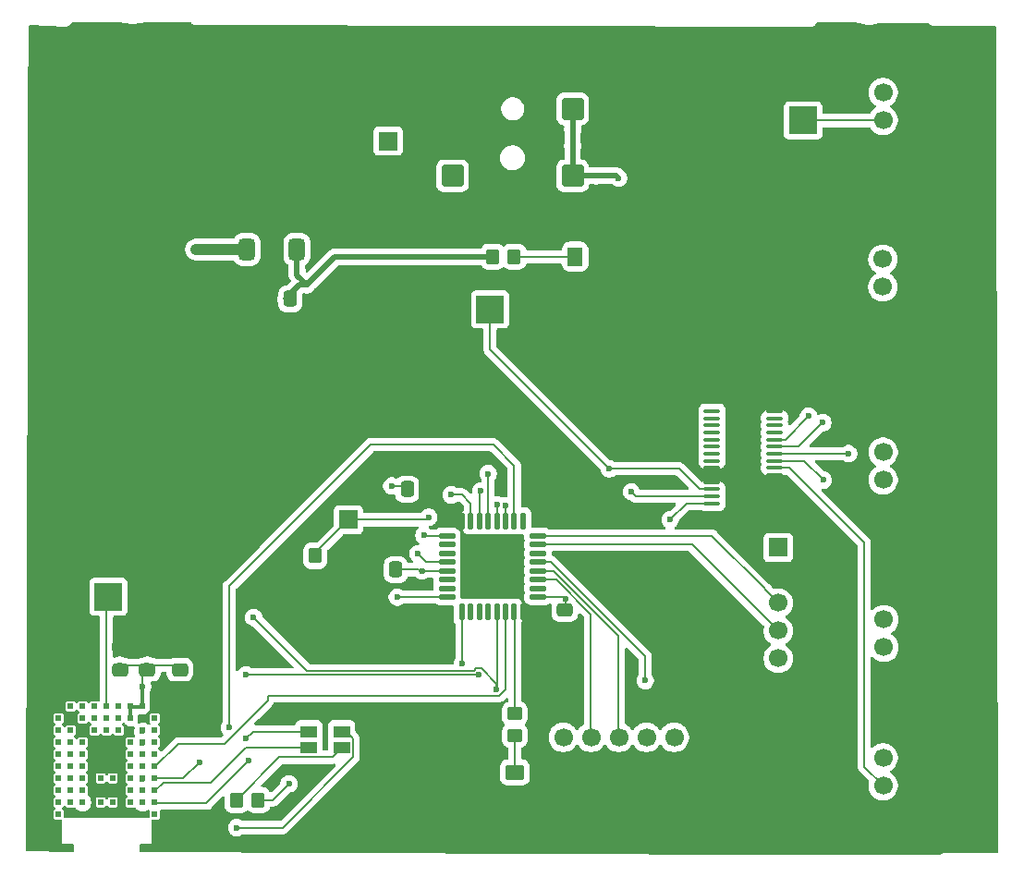
<source format=gbr>
%TF.GenerationSoftware,KiCad,Pcbnew,9.0.4*%
%TF.CreationDate,2025-10-22T08:48:54-05:00*%
%TF.ProjectId,MotorControl,4d6f746f-7243-46f6-9e74-726f6c2e6b69,rev?*%
%TF.SameCoordinates,Original*%
%TF.FileFunction,Copper,L1,Top*%
%TF.FilePolarity,Positive*%
%FSLAX46Y46*%
G04 Gerber Fmt 4.6, Leading zero omitted, Abs format (unit mm)*
G04 Created by KiCad (PCBNEW 9.0.4) date 2025-10-22 08:48:54*
%MOMM*%
%LPD*%
G01*
G04 APERTURE LIST*
G04 Aperture macros list*
%AMRoundRect*
0 Rectangle with rounded corners*
0 $1 Rounding radius*
0 $2 $3 $4 $5 $6 $7 $8 $9 X,Y pos of 4 corners*
0 Add a 4 corners polygon primitive as box body*
4,1,4,$2,$3,$4,$5,$6,$7,$8,$9,$2,$3,0*
0 Add four circle primitives for the rounded corners*
1,1,$1+$1,$2,$3*
1,1,$1+$1,$4,$5*
1,1,$1+$1,$6,$7*
1,1,$1+$1,$8,$9*
0 Add four rect primitives between the rounded corners*
20,1,$1+$1,$2,$3,$4,$5,0*
20,1,$1+$1,$4,$5,$6,$7,0*
20,1,$1+$1,$6,$7,$8,$9,0*
20,1,$1+$1,$8,$9,$2,$3,0*%
G04 Aperture macros list end*
%TA.AperFunction,ComponentPad*%
%ADD10R,1.700000X1.700000*%
%TD*%
%TA.AperFunction,ComponentPad*%
%ADD11C,1.700000*%
%TD*%
%TA.AperFunction,SMDPad,CuDef*%
%ADD12RoundRect,0.250000X-0.475000X0.337500X-0.475000X-0.337500X0.475000X-0.337500X0.475000X0.337500X0*%
%TD*%
%TA.AperFunction,SMDPad,CuDef*%
%ADD13RoundRect,0.250001X0.462499X0.624999X-0.462499X0.624999X-0.462499X-0.624999X0.462499X-0.624999X0*%
%TD*%
%TA.AperFunction,SMDPad,CuDef*%
%ADD14R,1.500000X1.100000*%
%TD*%
%TA.AperFunction,SMDPad,CuDef*%
%ADD15RoundRect,0.375000X0.375000X-0.625000X0.375000X0.625000X-0.375000X0.625000X-0.375000X-0.625000X0*%
%TD*%
%TA.AperFunction,SMDPad,CuDef*%
%ADD16RoundRect,0.500000X1.400000X-0.500000X1.400000X0.500000X-1.400000X0.500000X-1.400000X-0.500000X0*%
%TD*%
%TA.AperFunction,SMDPad,CuDef*%
%ADD17RoundRect,0.250000X0.337500X0.475000X-0.337500X0.475000X-0.337500X-0.475000X0.337500X-0.475000X0*%
%TD*%
%TA.AperFunction,SMDPad,CuDef*%
%ADD18R,2.500000X2.500000*%
%TD*%
%TA.AperFunction,SMDPad,CuDef*%
%ADD19RoundRect,0.250000X0.750000X0.750000X-0.750000X0.750000X-0.750000X-0.750000X0.750000X-0.750000X0*%
%TD*%
%TA.AperFunction,SMDPad,CuDef*%
%ADD20RoundRect,0.250000X0.475000X-0.337500X0.475000X0.337500X-0.475000X0.337500X-0.475000X-0.337500X0*%
%TD*%
%TA.AperFunction,SMDPad,CuDef*%
%ADD21RoundRect,0.250001X0.624999X-0.462499X0.624999X0.462499X-0.624999X0.462499X-0.624999X-0.462499X0*%
%TD*%
%TA.AperFunction,SMDPad,CuDef*%
%ADD22RoundRect,0.100000X0.637500X0.100000X-0.637500X0.100000X-0.637500X-0.100000X0.637500X-0.100000X0*%
%TD*%
%TA.AperFunction,SMDPad,CuDef*%
%ADD23RoundRect,0.250000X0.450000X-0.350000X0.450000X0.350000X-0.450000X0.350000X-0.450000X-0.350000X0*%
%TD*%
%TA.AperFunction,SMDPad,CuDef*%
%ADD24R,0.600000X0.600000*%
%TD*%
%TA.AperFunction,SMDPad,CuDef*%
%ADD25RoundRect,0.250000X-0.350000X-0.450000X0.350000X-0.450000X0.350000X0.450000X-0.350000X0.450000X0*%
%TD*%
%TA.AperFunction,SMDPad,CuDef*%
%ADD26RoundRect,0.250000X0.350000X0.450000X-0.350000X0.450000X-0.350000X-0.450000X0.350000X-0.450000X0*%
%TD*%
%TA.AperFunction,SMDPad,CuDef*%
%ADD27RoundRect,0.250000X-0.337500X-0.475000X0.337500X-0.475000X0.337500X0.475000X-0.337500X0.475000X0*%
%TD*%
%TA.AperFunction,SMDPad,CuDef*%
%ADD28RoundRect,0.125000X-0.625000X-0.125000X0.625000X-0.125000X0.625000X0.125000X-0.625000X0.125000X0*%
%TD*%
%TA.AperFunction,SMDPad,CuDef*%
%ADD29RoundRect,0.125000X-0.125000X-0.625000X0.125000X-0.625000X0.125000X0.625000X-0.125000X0.625000X0*%
%TD*%
%TA.AperFunction,ViaPad*%
%ADD30C,0.600000*%
%TD*%
%TA.AperFunction,ViaPad*%
%ADD31C,1.000000*%
%TD*%
%TA.AperFunction,Conductor*%
%ADD32C,0.500000*%
%TD*%
%TA.AperFunction,Conductor*%
%ADD33C,0.200000*%
%TD*%
%TA.AperFunction,Conductor*%
%ADD34C,0.300000*%
%TD*%
%TA.AperFunction,Conductor*%
%ADD35C,1.000000*%
%TD*%
G04 APERTURE END LIST*
D10*
%TO.P,J3,1,Pin_1*%
%TO.N,GND*%
X156422400Y-74574400D03*
D11*
%TO.P,J3,2,Pin_2*%
%TO.N,5V*%
X156422400Y-77114400D03*
%TO.P,J3,3,Pin_3*%
%TO.N,Net-(J3-Pin_3)*%
X156422400Y-79654400D03*
%TD*%
D12*
%TO.P,C7,1*%
%TO.N,GND*%
X89000000Y-94962500D03*
%TO.P,C7,2*%
%TO.N,+3.3V*%
X89000000Y-97037500D03*
%TD*%
D13*
%TO.P,D3,1,K*%
%TO.N,GND*%
X131185000Y-59200000D03*
%TO.P,D3,2,A*%
%TO.N,Net-(D3-A)*%
X128210000Y-59200000D03*
%TD*%
D14*
%TO.P,D1,1,A*%
%TO.N,Net-(D1-A)*%
X106817500Y-104220000D03*
%TO.P,D1,2,BK*%
%TO.N,BlueLED*%
X103817500Y-104220000D03*
%TO.P,D1,3,GK*%
%TO.N,GreenLED*%
X103817500Y-102720000D03*
%TO.P,D1,4,RK*%
%TO.N,RedLED*%
X106817500Y-102720000D03*
%TD*%
D15*
%TO.P,U3,1,VI*%
%TO.N,5V*%
X98118300Y-58547400D03*
%TO.P,U3,2,GND*%
%TO.N,GND*%
X100418300Y-58547400D03*
D16*
X100418300Y-52247400D03*
D15*
%TO.P,U3,3,VO*%
%TO.N,+3.3V*%
X102718300Y-58547400D03*
%TD*%
D17*
%TO.P,C3,1*%
%TO.N,+3.3V*%
X102083300Y-63068200D03*
%TO.P,C3,2*%
%TO.N,GND*%
X100008300Y-63068200D03*
%TD*%
D18*
%TO.P,TP3,1,1*%
%TO.N,DebugTX*%
X85450000Y-90350000D03*
%TD*%
D19*
%TO.P,J8,1*%
%TO.N,5V*%
X127975000Y-51800000D03*
X127975000Y-45650000D03*
%TO.P,J8,2*%
%TO.N,GND*%
X116975000Y-45650000D03*
%TO.P,J8,3*%
%TO.N,N/C*%
X116975000Y-51800000D03*
%TD*%
D18*
%TO.P,TP1,1,1*%
%TO.N,MotorControl_SCL*%
X120420000Y-64020000D03*
%TD*%
D20*
%TO.P,C5,1*%
%TO.N,+3.3V*%
X86500000Y-97037500D03*
%TO.P,C5,2*%
%TO.N,GND*%
X86500000Y-94962500D03*
%TD*%
D21*
%TO.P,D2,1,K*%
%TO.N,GND*%
X122682000Y-109437500D03*
%TO.P,D2,2,A*%
%TO.N,Net-(D2-A)*%
X122682000Y-106462500D03*
%TD*%
D22*
%TO.P,U1,1,A0*%
%TO.N,GND*%
X146475000Y-81800000D03*
%TO.P,U1,2,A1*%
X146475000Y-81150000D03*
%TO.P,U1,3,A2*%
X146475000Y-80500000D03*
%TO.P,U1,4,A3*%
X146475000Y-79850000D03*
%TO.P,U1,5,A4*%
X146475000Y-79200000D03*
%TO.P,U1,6,LED0*%
%TO.N,Net-(J7-Pin_3)*%
X146475000Y-78550000D03*
%TO.P,U1,7,LED1*%
%TO.N,Net-(J4-Pin_3)*%
X146475000Y-77900000D03*
%TO.P,U1,8,LED2*%
%TO.N,Net-(J3-Pin_3)*%
X146475000Y-77250000D03*
%TO.P,U1,9,LED3*%
%TO.N,Net-(J2-Pin_3)*%
X146475000Y-76600000D03*
%TO.P,U1,10,LED4*%
%TO.N,Motor1PWM*%
X146475000Y-75950000D03*
%TO.P,U1,11,LED5*%
%TO.N,unconnected-(U1-LED5-Pad11)*%
X146475000Y-75300000D03*
%TO.P,U1,12,LED6*%
%TO.N,unconnected-(U1-LED6-Pad12)*%
X146475000Y-74650000D03*
%TO.P,U1,13,LED7*%
%TO.N,unconnected-(U1-LED7-Pad13)*%
X146475000Y-74000000D03*
%TO.P,U1,14,VSS*%
%TO.N,GND*%
X146475000Y-73350000D03*
%TO.P,U1,15,LED8*%
%TO.N,unconnected-(U1-LED8-Pad15)*%
X140750000Y-73350000D03*
%TO.P,U1,16,LED9*%
%TO.N,unconnected-(U1-LED9-Pad16)*%
X140750000Y-74000000D03*
%TO.P,U1,17,LED10*%
%TO.N,unconnected-(U1-LED10-Pad17)*%
X140750000Y-74650000D03*
%TO.P,U1,18,LED11*%
%TO.N,unconnected-(U1-LED11-Pad18)*%
X140750000Y-75300000D03*
%TO.P,U1,19,LED12*%
%TO.N,unconnected-(U1-LED12-Pad19)*%
X140750000Y-75950000D03*
%TO.P,U1,20,LED13*%
%TO.N,unconnected-(U1-LED13-Pad20)*%
X140750000Y-76600000D03*
%TO.P,U1,21,LED14*%
%TO.N,unconnected-(U1-LED14-Pad21)*%
X140750000Y-77250000D03*
%TO.P,U1,22,LED15*%
%TO.N,unconnected-(U1-LED15-Pad22)*%
X140750000Y-77900000D03*
%TO.P,U1,23,~{OE}*%
%TO.N,GND*%
X140750000Y-78550000D03*
%TO.P,U1,24,A5*%
X140750000Y-79200000D03*
%TO.P,U1,25,EXTCLK*%
X140750000Y-79850000D03*
%TO.P,U1,26,SCL*%
%TO.N,MotorControl_SCL*%
X140750000Y-80500000D03*
%TO.P,U1,27,SDA*%
%TO.N,Net-(U1-SDA)*%
X140750000Y-81150000D03*
%TO.P,U1,28,VDD*%
%TO.N,+3.3V*%
X140750000Y-81800000D03*
%TD*%
D20*
%TO.P,C6,1*%
%TO.N,+3.3V*%
X92000000Y-97037500D03*
%TO.P,C6,2*%
%TO.N,GND*%
X92000000Y-94962500D03*
%TD*%
D23*
%TO.P,R1,1*%
%TO.N,Net-(D2-A)*%
X122682000Y-103092000D03*
%TO.P,R1,2*%
%TO.N,HeartBeat*%
X122682000Y-101092000D03*
%TD*%
D10*
%TO.P,J6,1,Pin_1*%
%TO.N,5V*%
X111075000Y-48600000D03*
D11*
%TO.P,J6,2,Pin_2*%
%TO.N,GND*%
X108535000Y-48600000D03*
%TD*%
D10*
%TO.P,J10,1,Pin_1*%
%TO.N,Boot*%
X107442000Y-83312000D03*
%TD*%
D24*
%TO.P,U2,A1,EGP*%
%TO.N,GND*%
X80883400Y-100400000D03*
%TO.P,U2,A2,FSPIWP/GPIO38*%
%TO.N,unconnected-(U2-FSPIWP{slash}GPIO38-PadA2)*%
X81983400Y-100400000D03*
%TO.P,U2,A3,GPIO17*%
%TO.N,unconnected-(U2-GPIO17-PadA3)*%
X83083400Y-100400000D03*
%TO.P,U2,A4,NC*%
%TO.N,unconnected-(U2-NC-PadA4)*%
X84183400Y-100400000D03*
%TO.P,U2,A5,FSPIDQS/GPIO14*%
%TO.N,DebugTX*%
X85283400Y-100400000D03*
%TO.P,U2,A6,FSPIIO7/GPIO13*%
%TO.N,unconnected-(U2-FSPIIO7{slash}GPIO13-PadA6)*%
X86383400Y-100400000D03*
%TO.P,U2,A7,VCCIO*%
%TO.N,+3.3V*%
X87483400Y-100400000D03*
%TO.P,U2,A8,VCC*%
X88583400Y-100400000D03*
%TO.P,U2,A9,EGP*%
%TO.N,GND*%
X89683400Y-100400000D03*
%TO.P,U2,B1,FSPICLK/GPIO36*%
%TO.N,unconnected-(U2-FSPICLK{slash}GPIO36-PadB1)*%
X80883400Y-101500000D03*
%TO.P,U2,B2,EGP*%
%TO.N,GND*%
X81983400Y-101500000D03*
%TO.P,U2,B3,FSPICS0/GPIO34*%
%TO.N,unconnected-(U2-FSPICS0{slash}GPIO34-PadB3)*%
X83083400Y-101500000D03*
%TO.P,U2,B4,GPIO18*%
%TO.N,unconnected-(U2-GPIO18-PadB4)*%
X84183400Y-101500000D03*
%TO.P,U2,B5,NC*%
%TO.N,unconnected-(U2-NC-PadB5)*%
X85283400Y-101500000D03*
%TO.P,U2,B6,XTAL_32K_N/LPO_IN_GPIO16*%
%TO.N,unconnected-(U2-XTAL_32K_N{slash}LPO_IN_GPIO16-PadB6)*%
X86383400Y-101500000D03*
%TO.P,U2,B7,VCCIO*%
%TO.N,+3.3V*%
X87483400Y-101500000D03*
%TO.P,U2,B8,EGP*%
%TO.N,GND*%
X88583400Y-101500000D03*
%TO.P,U2,B9,NC*%
%TO.N,unconnected-(U2-NC-PadB9)*%
X89683400Y-101500000D03*
%TO.P,U2,C1,FSPIQ/GPIO37*%
%TO.N,unconnected-(U2-FSPIQ{slash}GPIO37-PadC1)*%
X80883400Y-102600000D03*
%TO.P,U2,C2,FSPID/GPIO35*%
%TO.N,unconnected-(U2-FSPID{slash}GPIO35-PadC2)*%
X81983400Y-102600000D03*
%TO.P,U2,C4,SPICS0*%
%TO.N,unconnected-(U2-SPICS0-PadC4)*%
X84183400Y-102600000D03*
%TO.P,U2,C5,NC*%
%TO.N,unconnected-(U2-NC-PadC5)*%
X85283400Y-102600000D03*
%TO.P,U2,C6,XTAL_32K_P/GPIO15*%
%TO.N,unconnected-(U2-XTAL_32K_P{slash}GPIO15-PadC6)*%
X86383400Y-102600000D03*
%TO.P,U2,C8,GPIO21*%
%TO.N,Switch2*%
X88583400Y-102600000D03*
%TO.P,U2,C9,USB_P/GPIO20*%
%TO.N,unconnected-(U2-USB_P{slash}GPIO20-PadC9)*%
X89683400Y-102600000D03*
%TO.P,U2,D1,SPIWP*%
%TO.N,unconnected-(U2-SPIWP-PadD1)*%
X80883400Y-103700000D03*
%TO.P,U2,D2,SPID*%
%TO.N,unconnected-(U2-SPID-PadD2)*%
X81983400Y-103700000D03*
%TO.P,U2,D3,FSPIHD/GPIO33*%
%TO.N,unconnected-(U2-FSPIHD{slash}GPIO33-PadD3)*%
X83083400Y-103700000D03*
%TO.P,U2,D7,NC*%
%TO.N,unconnected-(U2-NC-PadD7)*%
X87483400Y-103700000D03*
%TO.P,U2,D8,GPIO4*%
%TO.N,Switch1*%
X88583400Y-103700000D03*
%TO.P,U2,D9,USB_N/GPIO19*%
%TO.N,unconnected-(U2-USB_N{slash}GPIO19-PadD9)*%
X89683400Y-103700000D03*
%TO.P,U2,E1,SPICS1*%
%TO.N,unconnected-(U2-SPICS1-PadE1)*%
X80883400Y-104800000D03*
%TO.P,U2,E2,SPIQ*%
%TO.N,unconnected-(U2-SPIQ-PadE2)*%
X81983400Y-104800000D03*
%TO.P,U2,E3,SPICLK_N/GPIO48*%
%TO.N,unconnected-(U2-SPICLK_N{slash}GPIO48-PadE3)*%
X83083400Y-104800000D03*
%TO.P,U2,E4,EGP*%
%TO.N,GND*%
X84733400Y-104800000D03*
%TO.P,U2,E5,EGP*%
X85833400Y-104800000D03*
%TO.P,U2,E7,GPIO9*%
%TO.N,unconnected-(U2-GPIO9-PadE7)*%
X87483400Y-104800000D03*
%TO.P,U2,E8,GPIO1*%
%TO.N,unconnected-(U2-GPIO1-PadE8)*%
X88583400Y-104800000D03*
%TO.P,U2,E9,GPIO7*%
%TO.N,unconnected-(U2-GPIO7-PadE9)*%
X89683400Y-104800000D03*
%TO.P,U2,F1,SPICLK*%
%TO.N,unconnected-(U2-SPICLK-PadF1)*%
X80883400Y-105900000D03*
%TO.P,U2,F2,SPIHD*%
%TO.N,unconnected-(U2-SPIHD-PadF2)*%
X81983400Y-105900000D03*
%TO.P,U2,F3,SPICLK_P/GPIO47*%
%TO.N,unconnected-(U2-SPICLK_P{slash}GPIO47-PadF3)*%
X83083400Y-105900000D03*
%TO.P,U2,F4,EGP*%
%TO.N,GND*%
X84733400Y-105900000D03*
%TO.P,U2,F5,EGP*%
X85833400Y-105900000D03*
%TO.P,U2,F7,GPIO0/BOOT*%
%TO.N,unconnected-(U2-GPIO0{slash}BOOT-PadF7)*%
X87483400Y-105900000D03*
%TO.P,U2,F8,GPIO45*%
%TO.N,UART_RTS->Board_CTS*%
X88583400Y-105900000D03*
%TO.P,U2,F9,GPIO6*%
%TO.N,UART_CTS->Board_RTS*%
X89683400Y-105900000D03*
%TO.P,U2,G1,MTDO/GPIO40*%
%TO.N,unconnected-(U2-MTDO{slash}GPIO40-PadG1)*%
X80883400Y-107000000D03*
%TO.P,U2,G2,FSPIIO6/GPIO12*%
%TO.N,unconnected-(U2-FSPIIO6{slash}GPIO12-PadG2)*%
X81983400Y-107000000D03*
%TO.P,U2,G3,FSPIIO5/GPIO11*%
%TO.N,unconnected-(U2-FSPIIO5{slash}GPIO11-PadG3)*%
X83083400Y-107000000D03*
%TO.P,U2,G4,NC*%
%TO.N,unconnected-(U2-NC-PadG4)*%
X84733400Y-107000000D03*
%TO.P,U2,G5,NC*%
%TO.N,unconnected-(U2-NC-PadG5)*%
X85833400Y-107000000D03*
%TO.P,U2,G7,NC*%
%TO.N,unconnected-(U2-NC-PadG7)*%
X87483400Y-107000000D03*
%TO.P,U2,G8,U0TXD/GPIO43*%
%TO.N,RX*%
X88583400Y-107000000D03*
%TO.P,U2,G9,U0RXD/GPIO44*%
%TO.N,TX*%
X89683400Y-107000000D03*
%TO.P,U2,H1,JTAG_TDI/GPIO41*%
%TO.N,unconnected-(U2-JTAG_TDI{slash}GPIO41-PadH1)*%
X80883400Y-108100000D03*
%TO.P,U2,H2,JTAG_TMS/GPIO42*%
%TO.N,unconnected-(U2-JTAG_TMS{slash}GPIO42-PadH2)*%
X81983400Y-108100000D03*
%TO.P,U2,H3,FSPIIO4/GPIO10*%
%TO.N,unconnected-(U2-FSPIIO4{slash}GPIO10-PadH3)*%
X83083400Y-108100000D03*
%TO.P,U2,H7,GPIO46*%
%TO.N,unconnected-(U2-GPIO46-PadH7)*%
X87483400Y-108100000D03*
%TO.P,U2,H8,GPIO2*%
%TO.N,GreenLED*%
X88583400Y-108100000D03*
%TO.P,U2,H9,GPIO8*%
%TO.N,BlueLED*%
X89683400Y-108100000D03*
%TO.P,U2,J1,VDD_SPI*%
%TO.N,unconnected-(U2-VDD_SPI-PadJ1)*%
X80883400Y-109200000D03*
%TO.P,U2,J2,JTAG_TCK/GPIO39*%
%TO.N,unconnected-(U2-JTAG_TCK{slash}GPIO39-PadJ2)*%
X81983400Y-109200000D03*
%TO.P,U2,J3,~{RESET}*%
%TO.N,Net-(U2-~{RESET})*%
X83083400Y-109200000D03*
%TO.P,U2,J4,NC*%
%TO.N,unconnected-(U2-NC-PadJ4)*%
X84733400Y-109200000D03*
%TO.P,U2,J5,NC*%
%TO.N,unconnected-(U2-NC-PadJ5)*%
X85833400Y-109200000D03*
%TO.P,U2,J7,NC*%
%TO.N,unconnected-(U2-NC-PadJ7)*%
X87483400Y-109200000D03*
%TO.P,U2,J8,GPIO5*%
%TO.N,RedLED*%
X88583400Y-109200000D03*
%TO.P,U2,J9,GPIO3*%
%TO.N,GPIO_J9*%
X89683400Y-109200000D03*
%TO.P,U2,K1,NC*%
%TO.N,unconnected-(U2-NC-PadK1)*%
X80883400Y-110300000D03*
%TO.P,U2,K2,EGP*%
%TO.N,GND*%
X81983400Y-110300000D03*
%TO.P,U2,K3,EGP*%
X83083400Y-110300000D03*
%TO.P,U2,K5,EGP*%
X85283400Y-110300000D03*
%TO.P,U2,K7,EGP*%
X87483400Y-110300000D03*
%TO.P,U2,K8,EGP*%
X88583400Y-110300000D03*
%TO.P,U2,K9,ANT*%
%TO.N,unconnected-(U2-ANT-PadK9)*%
X89683400Y-110300000D03*
%TO.P,U2,L1,EAGP*%
%TO.N,GND*%
X80883400Y-111800000D03*
%TO.P,U2,L9,EAGP*%
X89683400Y-111800000D03*
%TO.P,U2,M1,EAGP*%
X80883400Y-113300000D03*
%TO.P,U2,M2,EAGP*%
X81983400Y-113300000D03*
%TO.P,U2,M8,EAGP*%
X88583400Y-113300000D03*
%TO.P,U2,M9,EAGP*%
X89683400Y-113300000D03*
%TD*%
D10*
%TO.P,J5,1,Pin_1*%
%TO.N,+3.3V*%
X146812000Y-85852000D03*
D11*
%TO.P,J5,2,Pin_2*%
%TO.N,GND*%
X146812000Y-88392000D03*
%TO.P,J5,3,Pin_3*%
%TO.N,SWSCLK*%
X146812000Y-90932000D03*
%TO.P,J5,4,Pin_4*%
%TO.N,SWDIO*%
X146812000Y-93472000D03*
%TO.P,J5,5,Pin_5*%
%TO.N,NRST*%
X146812000Y-96012000D03*
%TD*%
D25*
%TO.P,R4,1*%
%TO.N,+3.3V*%
X120631400Y-59200000D03*
%TO.P,R4,2*%
%TO.N,Net-(D3-A)*%
X122631400Y-59200000D03*
%TD*%
D18*
%TO.P,TP2,1,1*%
%TO.N,Motor1PWM*%
X149098000Y-46736000D03*
%TD*%
D10*
%TO.P,J1,1,Pin_1*%
%TO.N,GND*%
X156422400Y-41630600D03*
D11*
%TO.P,J1,2,Pin_2*%
%TO.N,5V*%
X156422400Y-44170600D03*
%TO.P,J1,3,Pin_3*%
%TO.N,Motor1PWM*%
X156422400Y-46710600D03*
%TD*%
D10*
%TO.P,J7,1,Pin_1*%
%TO.N,GND*%
X156422400Y-102590600D03*
D11*
%TO.P,J7,2,Pin_2*%
%TO.N,5V*%
X156422400Y-105130600D03*
%TO.P,J7,3,Pin_3*%
%TO.N,Net-(J7-Pin_3)*%
X156422400Y-107670600D03*
%TD*%
D10*
%TO.P,J9,1,Pin_1*%
%TO.N,GND*%
X139830000Y-103240000D03*
D11*
%TO.P,J9,2,Pin_2*%
%TO.N,unconnected-(J9-Pin_2-Pad2)*%
X137290000Y-103240000D03*
%TO.P,J9,3,Pin_3*%
%TO.N,unconnected-(J9-Pin_3-Pad3)*%
X134750000Y-103240000D03*
%TO.P,J9,4,Pin_4*%
%TO.N,Debug_tx*%
X132210000Y-103240000D03*
%TO.P,J9,5,Pin_5*%
%TO.N,Debug_rx*%
X129670000Y-103240000D03*
%TO.P,J9,6,Pin_6*%
%TO.N,unconnected-(J9-Pin_6-Pad6)*%
X127130000Y-103240000D03*
%TD*%
D12*
%TO.P,C1,1*%
%TO.N,+3.3V*%
X127254000Y-91553000D03*
%TO.P,C1,2*%
%TO.N,GND*%
X127254000Y-93628000D03*
%TD*%
D10*
%TO.P,J2,1,Pin_1*%
%TO.N,GND*%
X156397000Y-56896000D03*
D11*
%TO.P,J2,2,Pin_2*%
%TO.N,5V*%
X156397000Y-59436000D03*
%TO.P,J2,3,Pin_3*%
%TO.N,Net-(J2-Pin_3)*%
X156397000Y-61976000D03*
%TD*%
D26*
%TO.P,R2,1*%
%TO.N,+3.3V*%
X99180000Y-108980000D03*
%TO.P,R2,2*%
%TO.N,Net-(D1-A)*%
X97180000Y-108980000D03*
%TD*%
D27*
%TO.P,C4,1*%
%TO.N,+3.3V*%
X112812800Y-80518000D03*
%TO.P,C4,2*%
%TO.N,GND*%
X114887800Y-80518000D03*
%TD*%
D28*
%TO.P,U4,1,VDD*%
%TO.N,+3.3V*%
X116455600Y-84788600D03*
%TO.P,U4,2,PC14*%
%TO.N,unconnected-(U4-PC14-Pad2)*%
X116455600Y-85588600D03*
%TO.P,U4,3,PC15*%
%TO.N,unconnected-(U4-PC15-Pad3)*%
X116455600Y-86388600D03*
%TO.P,U4,4,NRST*%
%TO.N,NRST*%
X116455600Y-87188600D03*
%TO.P,U4,5,VDDA*%
%TO.N,+3.3V*%
X116455600Y-87988600D03*
%TO.P,U4,6,PA0*%
%TO.N,unconnected-(U4-PA0-Pad6)*%
X116455600Y-88788600D03*
%TO.P,U4,7,PA1*%
%TO.N,unconnected-(U4-PA1-Pad7)*%
X116455600Y-89588600D03*
%TO.P,U4,8,PA2*%
%TO.N,TX*%
X116455600Y-90388600D03*
D29*
%TO.P,U4,9,PA3*%
%TO.N,RX*%
X117830600Y-91763600D03*
%TO.P,U4,10,PA4*%
%TO.N,unconnected-(U4-PA4-Pad10)*%
X118630600Y-91763600D03*
%TO.P,U4,11,PA5*%
%TO.N,unconnected-(U4-PA5-Pad11)*%
X119430600Y-91763600D03*
%TO.P,U4,12,PA6*%
%TO.N,unconnected-(U4-PA6-Pad12)*%
X120230600Y-91763600D03*
%TO.P,U4,13,PA7*%
%TO.N,Net-(U2-~{RESET})*%
X121030600Y-91763600D03*
%TO.P,U4,14,PB0*%
%TO.N,UART_CTS->Board_RTS*%
X121830600Y-91763600D03*
%TO.P,U4,15,PB1*%
%TO.N,HeartBeat*%
X122630600Y-91763600D03*
%TO.P,U4,16,VSS*%
%TO.N,GND*%
X123430600Y-91763600D03*
D28*
%TO.P,U4,17,VDD*%
%TO.N,+3.3V*%
X124805600Y-90388600D03*
%TO.P,U4,18,PA8*%
%TO.N,unconnected-(U4-PA8-Pad18)*%
X124805600Y-89588600D03*
%TO.P,U4,19,PA9*%
%TO.N,Debug_rx*%
X124805600Y-88788600D03*
%TO.P,U4,20,PA10*%
%TO.N,Debug_tx*%
X124805600Y-87988600D03*
%TO.P,U4,21,PA11*%
%TO.N,UART_RTS->Board_CTS*%
X124805600Y-87188600D03*
%TO.P,U4,22,PA12*%
%TO.N,unconnected-(U4-PA12-Pad22)*%
X124805600Y-86388600D03*
%TO.P,U4,23,PA13*%
%TO.N,SWDIO*%
X124805600Y-85588600D03*
%TO.P,U4,24,PA14*%
%TO.N,SWSCLK*%
X124805600Y-84788600D03*
D29*
%TO.P,U4,25,PA15*%
%TO.N,unconnected-(U4-PA15-Pad25)*%
X123430600Y-83413600D03*
%TO.P,U4,26,PB3*%
%TO.N,GPIO_J9*%
X122630600Y-83413600D03*
%TO.P,U4,27,PB4*%
%TO.N,Switch2*%
X121830600Y-83413600D03*
%TO.P,U4,28,PB5*%
%TO.N,Switch1*%
X121030600Y-83413600D03*
%TO.P,U4,29,PB6*%
%TO.N,MotorControl_SCL*%
X120230600Y-83413600D03*
%TO.P,U4,30,PB7*%
%TO.N,Net-(U1-SDA)*%
X119430600Y-83413600D03*
%TO.P,U4,31,BOOT0*%
%TO.N,Boot*%
X118630600Y-83413600D03*
%TO.P,U4,32,VSS*%
%TO.N,GND*%
X117830600Y-83413600D03*
%TD*%
D10*
%TO.P,J4,1,Pin_1*%
%TO.N,GND*%
X156498600Y-89916000D03*
D11*
%TO.P,J4,2,Pin_2*%
%TO.N,5V*%
X156498600Y-92456000D03*
%TO.P,J4,3,Pin_3*%
%TO.N,Net-(J4-Pin_3)*%
X156498600Y-94996000D03*
%TD*%
D17*
%TO.P,C2,1*%
%TO.N,+3.3V*%
X111781500Y-87884000D03*
%TO.P,C2,2*%
%TO.N,GND*%
X109706500Y-87884000D03*
%TD*%
D25*
%TO.P,R3,1*%
%TO.N,GND*%
X102394000Y-86614000D03*
%TO.P,R3,2*%
%TO.N,Boot*%
X104394000Y-86614000D03*
%TD*%
D30*
%TO.N,+3.3V*%
X114350800Y-84734400D03*
X127330200Y-90525600D03*
X86500000Y-96627500D03*
X102000000Y-107500000D03*
X136906000Y-83312000D03*
X103610000Y-61780000D03*
X102718300Y-58547400D03*
X89000000Y-96627500D03*
X111404400Y-80213200D03*
X88580000Y-98610000D03*
X114173000Y-87985600D03*
X102718300Y-60500000D03*
%TO.N,5V*%
X127975000Y-49034800D03*
X130110200Y-51800000D03*
X127975000Y-51800000D03*
X96000000Y-58547400D03*
X127975000Y-47534800D03*
X127975000Y-50534800D03*
X127975000Y-45650000D03*
D31*
X93472000Y-58547400D03*
D30*
X132191400Y-52003200D03*
%TO.N,TX*%
X93780000Y-105520000D03*
X111912400Y-90388600D03*
%TO.N,RX*%
X117880600Y-96519200D03*
X88583400Y-107061000D03*
%TO.N,Net-(U1-SDA)*%
X133350000Y-80729200D03*
X119557800Y-80670400D03*
%TO.N,GreenLED*%
X98044000Y-103378000D03*
X88583400Y-108077000D03*
%TO.N,Motor1PWM*%
X149594600Y-73800400D03*
%TO.N,UART_RTS->Board_CTS*%
X119380000Y-97536000D03*
X88583400Y-105918000D03*
X134620000Y-98044000D03*
X98044000Y-97536000D03*
%TO.N,Net-(J2-Pin_3)*%
X150890000Y-74410000D03*
%TO.N,Net-(J3-Pin_3)*%
X153252200Y-77249000D03*
%TO.N,Net-(J4-Pin_3)*%
X150940800Y-79667800D03*
%TO.N,RedLED*%
X88583400Y-109220000D03*
X97190000Y-111510000D03*
%TO.N,Net-(U2-~{RESET})*%
X121005000Y-98825000D03*
X98750000Y-92250000D03*
X83083400Y-109220000D03*
%TO.N,Switch2*%
X88583400Y-102688400D03*
X121830600Y-82000000D03*
%TO.N,NRST*%
X113800000Y-86400000D03*
%TO.N,Switch1*%
X88583400Y-103759000D03*
X121030600Y-81950000D03*
%TO.N,GPIO_J9*%
X98298000Y-105410000D03*
X96520000Y-102362000D03*
%TO.N,MotorControl_SCL*%
X120230000Y-79080000D03*
X131330000Y-78640000D03*
%TO.N,Boot*%
X116840000Y-81026000D03*
X114783000Y-83083000D03*
%TD*%
D32*
%TO.N,+3.3V*%
X106190000Y-59200000D02*
X103610000Y-61780000D01*
D33*
X89000000Y-96627500D02*
X92000000Y-96627500D01*
X86500000Y-96627500D02*
X89000000Y-96627500D01*
X114176000Y-87988600D02*
X116455600Y-87988600D01*
D34*
X87483400Y-100488400D02*
X88583400Y-100488400D01*
D33*
X114350800Y-84734400D02*
X114405000Y-84788600D01*
D32*
X101673300Y-63068200D02*
X102961500Y-61780000D01*
D33*
X111404400Y-80213200D02*
X112918000Y-80213200D01*
X114173000Y-87985600D02*
X114176000Y-87988600D01*
D32*
X102718300Y-60500000D02*
X102718300Y-60888300D01*
D33*
X102000000Y-107500000D02*
X100520000Y-108980000D01*
X88580000Y-100485000D02*
X88583400Y-100488400D01*
X89000000Y-96627500D02*
X88580000Y-97047500D01*
D32*
X120631400Y-59200000D02*
X106190000Y-59200000D01*
X102961500Y-61780000D02*
X103610000Y-61780000D01*
X102718300Y-58547400D02*
X102718300Y-60500000D01*
D33*
X127330200Y-91886800D02*
X127254000Y-91963000D01*
X114173000Y-87985600D02*
X113944400Y-87985600D01*
X140750000Y-81800000D02*
X138418000Y-81800000D01*
X127193200Y-90388600D02*
X127330200Y-90525600D01*
D34*
X88580000Y-98610000D02*
X88580000Y-100485000D01*
D33*
X88580000Y-98610000D02*
X88638000Y-98552000D01*
X88580000Y-98610000D02*
X88500000Y-98530000D01*
X88580000Y-97047500D02*
X88580000Y-97500000D01*
X114405000Y-84788600D02*
X116455600Y-84788600D01*
X88580000Y-97500000D02*
X88580000Y-98610000D01*
X113842800Y-87884000D02*
X111371500Y-87884000D01*
X113944400Y-87985600D02*
X113842800Y-87884000D01*
X127330200Y-90525600D02*
X127330200Y-91886800D01*
D34*
X87483400Y-101588400D02*
X87483400Y-100488400D01*
D33*
X138418000Y-81800000D02*
X136906000Y-83312000D01*
X124805600Y-90388600D02*
X127193200Y-90388600D01*
X100520000Y-108980000D02*
X99180000Y-108980000D01*
D32*
X102718300Y-60888300D02*
X103610000Y-61780000D01*
D33*
X112918000Y-80213200D02*
X113222800Y-80518000D01*
%TO.N,Net-(D3-A)*%
X122631400Y-59200000D02*
X128210000Y-59200000D01*
%TO.N,Net-(D1-A)*%
X105966500Y-105071000D02*
X106817500Y-104220000D01*
X101089000Y-105071000D02*
X105966500Y-105071000D01*
X97180000Y-108980000D02*
X101089000Y-105071000D01*
%TO.N,SWSCLK*%
X140744800Y-84788600D02*
X124805600Y-84788600D01*
X145618200Y-89662000D02*
X145618200Y-89738200D01*
X145618200Y-89738200D02*
X146812000Y-90932000D01*
X140744800Y-84788600D02*
X145618200Y-89662000D01*
%TO.N,SWDIO*%
X139004800Y-85664800D02*
X146812000Y-93472000D01*
X139004800Y-85588600D02*
X139004800Y-85664800D01*
X139004800Y-85588600D02*
X124805600Y-85588600D01*
D32*
%TO.N,5V*%
X131988200Y-51800000D02*
X130110200Y-51800000D01*
D35*
X96000000Y-58547400D02*
X98118300Y-58547400D01*
D32*
X127975000Y-51800000D02*
X127975000Y-50534800D01*
X127975000Y-49034800D02*
X127975000Y-47534800D01*
D33*
X132191400Y-52003200D02*
X131988200Y-51800000D01*
D32*
X127975000Y-49034800D02*
X127975000Y-50534800D01*
X130110200Y-51800000D02*
X128110200Y-51800000D01*
X127975000Y-47534800D02*
X127975000Y-45650000D01*
D35*
X93472000Y-58547400D02*
X96000000Y-58547400D01*
D32*
X128110200Y-51800000D02*
X127975000Y-51800000D01*
D33*
%TO.N,TX*%
X111912400Y-90388600D02*
X116455600Y-90388600D01*
X93780000Y-105520000D02*
X92300000Y-107000000D01*
X92300000Y-107000000D02*
X89683400Y-107000000D01*
%TO.N,RX*%
X117830600Y-96469200D02*
X117830600Y-91763600D01*
X117880600Y-96519200D02*
X117830600Y-96469200D01*
%TO.N,Net-(U1-SDA)*%
X140750000Y-81150000D02*
X133770800Y-81150000D01*
X119430600Y-80797600D02*
X119430600Y-83413600D01*
X133256400Y-80729200D02*
X133223000Y-80695800D01*
X119557800Y-80670400D02*
X119430600Y-80797600D01*
X133770800Y-81150000D02*
X133350000Y-80729200D01*
X133350000Y-80729200D02*
X133256400Y-80729200D01*
%TO.N,GreenLED*%
X98044000Y-103378000D02*
X98702000Y-102720000D01*
X98702000Y-102720000D02*
X103817500Y-102720000D01*
%TO.N,UART_CTS->Board_RTS*%
X121253943Y-99426000D02*
X121830600Y-98849343D01*
X91852800Y-103819000D02*
X96079000Y-103819000D01*
X89683400Y-105988400D02*
X91852800Y-103819000D01*
X96079000Y-103819000D02*
X100030503Y-99867497D01*
X121830600Y-98849343D02*
X121830600Y-91763600D01*
X100030503Y-99426000D02*
X121253943Y-99426000D01*
X100030503Y-99867497D02*
X100030503Y-99426000D01*
%TO.N,Motor1PWM*%
X146480400Y-75949000D02*
X147446000Y-75949000D01*
X149594600Y-73800400D02*
X149594600Y-73775000D01*
X156397000Y-46736000D02*
X156422400Y-46710600D01*
X149594600Y-73775000D02*
X149620000Y-73749600D01*
X149098000Y-46736000D02*
X156397000Y-46736000D01*
X147446000Y-75949000D02*
X149594600Y-73800400D01*
%TO.N,BlueLED*%
X103817500Y-104220000D02*
X98035685Y-104220000D01*
X90471800Y-107400000D02*
X89683400Y-108188400D01*
X94855685Y-107400000D02*
X90471800Y-107400000D01*
X98035685Y-104220000D02*
X94855685Y-107400000D01*
%TO.N,UART_RTS->Board_CTS*%
X134620000Y-95815800D02*
X125992800Y-87188600D01*
X134620000Y-98044000D02*
X134620000Y-95815800D01*
X125992800Y-87188600D02*
X124805600Y-87188600D01*
X98044000Y-97536000D02*
X119380000Y-97536000D01*
%TO.N,Net-(J2-Pin_3)*%
X150890000Y-74410000D02*
X150890000Y-74333800D01*
X146480400Y-76599000D02*
X148701000Y-76599000D01*
X148701000Y-76599000D02*
X150890000Y-74410000D01*
%TO.N,Net-(J3-Pin_3)*%
X153373400Y-77249000D02*
X153430000Y-77305600D01*
X146480400Y-77249000D02*
X153252200Y-77249000D01*
X153252200Y-77249000D02*
X153373400Y-77249000D01*
%TO.N,Net-(J4-Pin_3)*%
X150940800Y-79667800D02*
X150940800Y-79744000D01*
X146480400Y-77899000D02*
X149172000Y-77899000D01*
X149172000Y-77899000D02*
X150940800Y-79667800D01*
%TO.N,Net-(J7-Pin_3)*%
X147824400Y-78549000D02*
X154686000Y-85410600D01*
X146480400Y-78549000D02*
X147824400Y-78549000D01*
X154686000Y-105934200D02*
X156422400Y-107670600D01*
X154686000Y-85410600D02*
X154686000Y-105934200D01*
%TO.N,RedLED*%
X107868500Y-105071000D02*
X101429500Y-111510000D01*
X107868500Y-103369000D02*
X107868500Y-105071000D01*
X106817500Y-102720000D02*
X107219500Y-102720000D01*
X97180000Y-111500000D02*
X97190000Y-111510000D01*
X107219500Y-102720000D02*
X107868500Y-103369000D01*
X101429500Y-111510000D02*
X97190000Y-111510000D01*
%TO.N,DebugTX*%
X85283400Y-89723400D02*
X85270000Y-89710000D01*
X85283400Y-100488400D02*
X85283400Y-89723400D01*
%TO.N,Net-(D2-A)*%
X122682000Y-103092000D02*
X122682000Y-106462500D01*
%TO.N,Net-(U2-~{RESET})*%
X103635000Y-97135000D02*
X118931057Y-97135000D01*
X119628943Y-96935000D02*
X121005000Y-98311057D01*
X119131057Y-96935000D02*
X119628943Y-96935000D01*
X121005000Y-98311057D02*
X121005000Y-98825000D01*
X121005000Y-98825000D02*
X121030600Y-98799400D01*
X121030600Y-98799400D02*
X121030600Y-91763600D01*
X98750000Y-92250000D02*
X103635000Y-97135000D01*
X118931057Y-97135000D02*
X119131057Y-96935000D01*
%TO.N,Switch2*%
X121830600Y-82000000D02*
X121830600Y-83413600D01*
%TO.N,NRST*%
X116455600Y-87188600D02*
X114588600Y-87188600D01*
X114588600Y-87188600D02*
X113800000Y-86400000D01*
%TO.N,HeartBeat*%
X122682000Y-91815000D02*
X122682000Y-101092000D01*
X122630600Y-91763600D02*
X122682000Y-91815000D01*
%TO.N,Switch1*%
X121030600Y-81950000D02*
X121030600Y-83413600D01*
%TO.N,GPIO_J9*%
X109400000Y-76440000D02*
X109400000Y-76528000D01*
X122630600Y-78340657D02*
X120729943Y-76440000D01*
X89683400Y-109288400D02*
X94419600Y-109288400D01*
X122630600Y-83413600D02*
X122630600Y-78340657D01*
X94419600Y-109288400D02*
X98298000Y-105410000D01*
X96520000Y-101600000D02*
X96520000Y-102362000D01*
X109400000Y-76528000D02*
X96520000Y-89408000D01*
X96520000Y-89408000D02*
X96520000Y-101600000D01*
X120729943Y-76440000D02*
X109400000Y-76440000D01*
%TO.N,MotorControl_SCL*%
X137734630Y-78640000D02*
X131330000Y-78640000D01*
X140750000Y-80500000D02*
X139594630Y-80500000D01*
X120230600Y-83413600D02*
X120230600Y-79080600D01*
X120230600Y-79080600D02*
X120230000Y-79080000D01*
X120420000Y-67730000D02*
X131330000Y-78640000D01*
X120420000Y-64020000D02*
X120420000Y-67730000D01*
X139594630Y-80500000D02*
X137734630Y-78640000D01*
%TO.N,Debug_tx*%
X132180000Y-93942900D02*
X126225700Y-87988600D01*
X132180000Y-103340000D02*
X132180000Y-93942900D01*
X126225700Y-87988600D02*
X124805600Y-87988600D01*
%TO.N,Debug_rx*%
X126458600Y-88788600D02*
X124805600Y-88788600D01*
X129640000Y-103340000D02*
X129640000Y-91970000D01*
X129640000Y-91970000D02*
X126458600Y-88788600D01*
%TO.N,Boot*%
X117856000Y-81026000D02*
X116840000Y-81026000D01*
X104394000Y-86614000D02*
X104394000Y-86360000D01*
X114783000Y-83083000D02*
X114554000Y-83312000D01*
X107442000Y-83312000D02*
X114554000Y-83312000D01*
X118630600Y-81800600D02*
X117856000Y-81026000D01*
X118630600Y-83413600D02*
X118630600Y-81800600D01*
X104394000Y-86360000D02*
X107442000Y-83312000D01*
%TD*%
%TA.AperFunction,Conductor*%
%TO.N,GND*%
G36*
X86534389Y-37703207D02*
G01*
X86570270Y-37708545D01*
X86754853Y-37764538D01*
X87107185Y-37834622D01*
X87107192Y-37834622D01*
X87107194Y-37834623D01*
X87206460Y-37844399D01*
X87464690Y-37869833D01*
X87464693Y-37869833D01*
X87823921Y-37869833D01*
X87823924Y-37869833D01*
X88174342Y-37835320D01*
X88181419Y-37834623D01*
X88181419Y-37834622D01*
X88181429Y-37834622D01*
X88533761Y-37764538D01*
X88712047Y-37710455D01*
X88748138Y-37705117D01*
X92903763Y-37708701D01*
X92907304Y-37709745D01*
X92910906Y-37708913D01*
X92940564Y-37719542D01*
X92970782Y-37728443D01*
X92974216Y-37731602D01*
X92976679Y-37732485D01*
X93001955Y-37757119D01*
X93005621Y-37761887D01*
X93005947Y-37762312D01*
X93006369Y-37762867D01*
X93052159Y-37808577D01*
X93052160Y-37808577D01*
X93052330Y-37808747D01*
X93097985Y-37854705D01*
X93098898Y-37855236D01*
X93099652Y-37855988D01*
X93099654Y-37855989D01*
X93099656Y-37855991D01*
X93155868Y-37888379D01*
X93211895Y-37920974D01*
X93212914Y-37921250D01*
X93213834Y-37921780D01*
X93213839Y-37921781D01*
X93213842Y-37921783D01*
X93276101Y-37938406D01*
X93276484Y-37938508D01*
X93339076Y-37955502D01*
X93339081Y-37955502D01*
X93340010Y-37955627D01*
X93340071Y-37955636D01*
X93341130Y-37955778D01*
X93341162Y-37955777D01*
X93341166Y-37955779D01*
X93405756Y-37955722D01*
X93406112Y-37955722D01*
X149733296Y-38141687D01*
X149734108Y-38141905D01*
X149799117Y-38141905D01*
X149864239Y-38142120D01*
X149864239Y-38142119D01*
X149864254Y-38142120D01*
X149864803Y-38142048D01*
X149865221Y-38141994D01*
X149865868Y-38141910D01*
X149865887Y-38141905D01*
X149865892Y-38141905D01*
X149928766Y-38125058D01*
X149991645Y-38108432D01*
X149992348Y-38108028D01*
X149993144Y-38107815D01*
X149993172Y-38107803D01*
X149993179Y-38107798D01*
X149993186Y-38107797D01*
X150049627Y-38075210D01*
X150105990Y-38042917D01*
X150106570Y-38042339D01*
X150107285Y-38041927D01*
X150107308Y-38041908D01*
X150107314Y-38041905D01*
X150153196Y-37996021D01*
X150153343Y-37995876D01*
X150199476Y-37950047D01*
X150199476Y-37950046D01*
X150199483Y-37950040D01*
X150199487Y-37950031D01*
X150200047Y-37949308D01*
X150200047Y-37949307D01*
X150200058Y-37949294D01*
X150200495Y-37948727D01*
X150206376Y-37938541D01*
X150233064Y-37892316D01*
X150265751Y-37836130D01*
X150265961Y-37835351D01*
X150266373Y-37834639D01*
X150266424Y-37834517D01*
X150266492Y-37834433D01*
X150270354Y-37827746D01*
X150270454Y-37827649D01*
X150270729Y-37827100D01*
X150270794Y-37826989D01*
X150271013Y-37827117D01*
X150277196Y-37821223D01*
X150310413Y-37780233D01*
X150376768Y-37758349D01*
X150380949Y-37758282D01*
X153980150Y-37761386D01*
X154016027Y-37766724D01*
X154260546Y-37840898D01*
X154612878Y-37910982D01*
X154612885Y-37910982D01*
X154612887Y-37910983D01*
X154693606Y-37918933D01*
X154970383Y-37946193D01*
X154970386Y-37946193D01*
X155329614Y-37946193D01*
X155329617Y-37946193D01*
X155687122Y-37910982D01*
X156039454Y-37840898D01*
X156277336Y-37768737D01*
X156313424Y-37763399D01*
X160530134Y-37767036D01*
X160541003Y-37770238D01*
X160552274Y-37769049D01*
X160573913Y-37779932D01*
X160597153Y-37786778D01*
X160606183Y-37796162D01*
X160614694Y-37800443D01*
X160635457Y-37826585D01*
X160636787Y-37827967D01*
X160637081Y-37828466D01*
X160668477Y-37882883D01*
X160670311Y-37884718D01*
X160671635Y-37886959D01*
X160716349Y-37930795D01*
X160717249Y-37931686D01*
X160754983Y-37969443D01*
X160761634Y-37976098D01*
X160761638Y-37976100D01*
X160764127Y-37978011D01*
X160764127Y-37978012D01*
X160764146Y-37978026D01*
X160765581Y-37979128D01*
X160820372Y-38010043D01*
X160820373Y-38010044D01*
X160820957Y-38010374D01*
X160875741Y-38042027D01*
X160878244Y-38042697D01*
X160880511Y-38043977D01*
X160902345Y-38049596D01*
X160941850Y-38059763D01*
X161003024Y-38076175D01*
X161005614Y-38076175D01*
X161008136Y-38076824D01*
X161008141Y-38076823D01*
X161008142Y-38076824D01*
X161070897Y-38076201D01*
X161072084Y-38076196D01*
X166663067Y-38077970D01*
X166730099Y-38097676D01*
X166775837Y-38150494D01*
X166787026Y-38201655D01*
X166908564Y-86113991D01*
X166978505Y-113686464D01*
X166978614Y-113729185D01*
X166959099Y-113796275D01*
X166906411Y-113842163D01*
X166854614Y-113853500D01*
X161954108Y-113853500D01*
X161826812Y-113887608D01*
X161712686Y-113953500D01*
X161712683Y-113953502D01*
X161680002Y-113986184D01*
X161618679Y-114019669D01*
X161592321Y-114022503D01*
X144365750Y-114022503D01*
X144365160Y-114022502D01*
X88406810Y-113756134D01*
X88339865Y-113736130D01*
X88294362Y-113683109D01*
X88283400Y-113632135D01*
X88283400Y-113124000D01*
X88303085Y-113056961D01*
X88355889Y-113011206D01*
X88407400Y-113000000D01*
X89383400Y-113000000D01*
X89383400Y-110874500D01*
X89403085Y-110807461D01*
X89455889Y-110761706D01*
X89507400Y-110750500D01*
X89998222Y-110750500D01*
X90042117Y-110741768D01*
X90042117Y-110741767D01*
X90042122Y-110741767D01*
X90091904Y-110708504D01*
X90125167Y-110658722D01*
X90133900Y-110614820D01*
X90133900Y-110012900D01*
X90153585Y-109945861D01*
X90206389Y-109900106D01*
X90257900Y-109888900D01*
X94332931Y-109888900D01*
X94332947Y-109888901D01*
X94340543Y-109888901D01*
X94498654Y-109888901D01*
X94498657Y-109888901D01*
X94651385Y-109847977D01*
X94701504Y-109819039D01*
X94788316Y-109768920D01*
X94900120Y-109657116D01*
X94900120Y-109657114D01*
X94910328Y-109646907D01*
X94910330Y-109646904D01*
X95867821Y-108689412D01*
X95929142Y-108655929D01*
X95998834Y-108660913D01*
X96054767Y-108702785D01*
X96079184Y-108768249D01*
X96079500Y-108777095D01*
X96079500Y-109480001D01*
X96079501Y-109480019D01*
X96090000Y-109582796D01*
X96090001Y-109582799D01*
X96127653Y-109696424D01*
X96145186Y-109749334D01*
X96237288Y-109898656D01*
X96361344Y-110022712D01*
X96510666Y-110114814D01*
X96677203Y-110169999D01*
X96779991Y-110180500D01*
X97580008Y-110180499D01*
X97580016Y-110180498D01*
X97580019Y-110180498D01*
X97636302Y-110174748D01*
X97682797Y-110169999D01*
X97849334Y-110114814D01*
X97998656Y-110022712D01*
X98092319Y-109929049D01*
X98153642Y-109895564D01*
X98223334Y-109900548D01*
X98267681Y-109929049D01*
X98361344Y-110022712D01*
X98510666Y-110114814D01*
X98677203Y-110169999D01*
X98779991Y-110180500D01*
X99580008Y-110180499D01*
X99580016Y-110180498D01*
X99580019Y-110180498D01*
X99636302Y-110174748D01*
X99682797Y-110169999D01*
X99849334Y-110114814D01*
X99998656Y-110022712D01*
X100122712Y-109898656D01*
X100214814Y-109749334D01*
X100242595Y-109665495D01*
X100256465Y-109645463D01*
X100266588Y-109623297D01*
X100276000Y-109617248D01*
X100282368Y-109608051D01*
X100304866Y-109598697D01*
X100325366Y-109585523D01*
X100342467Y-109583064D01*
X100346884Y-109581228D01*
X100360301Y-109580500D01*
X100433331Y-109580500D01*
X100433347Y-109580501D01*
X100440943Y-109580501D01*
X100599054Y-109580501D01*
X100599057Y-109580501D01*
X100751785Y-109539577D01*
X100801904Y-109510639D01*
X100888716Y-109460520D01*
X101000520Y-109348716D01*
X101000520Y-109348714D01*
X101010728Y-109338507D01*
X101010729Y-109338504D01*
X102014662Y-108334572D01*
X102075983Y-108301089D01*
X102078150Y-108300638D01*
X102136085Y-108289113D01*
X102233497Y-108269737D01*
X102346166Y-108223067D01*
X102379172Y-108209397D01*
X102379172Y-108209396D01*
X102379179Y-108209394D01*
X102510289Y-108121789D01*
X102621789Y-108010289D01*
X102709394Y-107879179D01*
X102769737Y-107733497D01*
X102800500Y-107578842D01*
X102800500Y-107421158D01*
X102800500Y-107421155D01*
X102800499Y-107421153D01*
X102788081Y-107358724D01*
X102769737Y-107266503D01*
X102760555Y-107244335D01*
X102709397Y-107120827D01*
X102709390Y-107120814D01*
X102621789Y-106989711D01*
X102621786Y-106989707D01*
X102510292Y-106878213D01*
X102510288Y-106878210D01*
X102379185Y-106790609D01*
X102379172Y-106790602D01*
X102233501Y-106730264D01*
X102233489Y-106730261D01*
X102078845Y-106699500D01*
X102078842Y-106699500D01*
X101921158Y-106699500D01*
X101921155Y-106699500D01*
X101766510Y-106730261D01*
X101766498Y-106730264D01*
X101620827Y-106790602D01*
X101620814Y-106790609D01*
X101489711Y-106878210D01*
X101489707Y-106878213D01*
X101378213Y-106989707D01*
X101378210Y-106989711D01*
X101290609Y-107120814D01*
X101290602Y-107120827D01*
X101230264Y-107266498D01*
X101230261Y-107266508D01*
X101199361Y-107421850D01*
X101166976Y-107483761D01*
X101165425Y-107485339D01*
X100411650Y-108239114D01*
X100350327Y-108272599D01*
X100280635Y-108267615D01*
X100224702Y-108225743D01*
X100218430Y-108216529D01*
X100159994Y-108121789D01*
X100122712Y-108061344D01*
X99998656Y-107937288D01*
X99849334Y-107845186D01*
X99682797Y-107790001D01*
X99682795Y-107790000D01*
X99580016Y-107779500D01*
X99580009Y-107779500D01*
X99529096Y-107779500D01*
X99462057Y-107759815D01*
X99416302Y-107707011D01*
X99406358Y-107637853D01*
X99435383Y-107574297D01*
X99441415Y-107567819D01*
X100306766Y-106702469D01*
X101301416Y-105707819D01*
X101362739Y-105674334D01*
X101389097Y-105671500D01*
X105879831Y-105671500D01*
X105879847Y-105671501D01*
X105887443Y-105671501D01*
X106045555Y-105671501D01*
X106045557Y-105671501D01*
X106108362Y-105654672D01*
X106178210Y-105656333D01*
X106236073Y-105695495D01*
X106263578Y-105759723D01*
X106251992Y-105828626D01*
X106228136Y-105862127D01*
X101217084Y-110873181D01*
X101155761Y-110906666D01*
X101129403Y-110909500D01*
X97769766Y-110909500D01*
X97702727Y-110889815D01*
X97700875Y-110888602D01*
X97569185Y-110800609D01*
X97569172Y-110800602D01*
X97423501Y-110740264D01*
X97423489Y-110740261D01*
X97268845Y-110709500D01*
X97268842Y-110709500D01*
X97111158Y-110709500D01*
X97111155Y-110709500D01*
X96956510Y-110740261D01*
X96956498Y-110740264D01*
X96810827Y-110800602D01*
X96810814Y-110800609D01*
X96679711Y-110888210D01*
X96679707Y-110888213D01*
X96568213Y-110999707D01*
X96568210Y-110999711D01*
X96480609Y-111130814D01*
X96480602Y-111130827D01*
X96420264Y-111276498D01*
X96420261Y-111276510D01*
X96389500Y-111431153D01*
X96389500Y-111588846D01*
X96420261Y-111743489D01*
X96420264Y-111743501D01*
X96480602Y-111889172D01*
X96480609Y-111889185D01*
X96568210Y-112020288D01*
X96568213Y-112020292D01*
X96679707Y-112131786D01*
X96679711Y-112131789D01*
X96810814Y-112219390D01*
X96810827Y-112219397D01*
X96956498Y-112279735D01*
X96956503Y-112279737D01*
X97111153Y-112310499D01*
X97111156Y-112310500D01*
X97111158Y-112310500D01*
X97268844Y-112310500D01*
X97268845Y-112310499D01*
X97423497Y-112279737D01*
X97569179Y-112219394D01*
X97569185Y-112219390D01*
X97700875Y-112131398D01*
X97767553Y-112110520D01*
X97769766Y-112110500D01*
X101342831Y-112110500D01*
X101342847Y-112110501D01*
X101350443Y-112110501D01*
X101508554Y-112110501D01*
X101508557Y-112110501D01*
X101661285Y-112069577D01*
X101711404Y-112040639D01*
X101798216Y-111990520D01*
X101910020Y-111878716D01*
X101910020Y-111878714D01*
X101920228Y-111868507D01*
X101920230Y-111868504D01*
X108227006Y-105561728D01*
X108227011Y-105561724D01*
X108237214Y-105551520D01*
X108237216Y-105551520D01*
X108349020Y-105439716D01*
X108405704Y-105341535D01*
X108428077Y-105302785D01*
X108469000Y-105150057D01*
X108469000Y-104991943D01*
X108469000Y-103458060D01*
X108469001Y-103458047D01*
X108469001Y-103289944D01*
X108469001Y-103289943D01*
X108428077Y-103137216D01*
X108406885Y-103100510D01*
X108349024Y-103000290D01*
X108349018Y-103000282D01*
X108104318Y-102755582D01*
X108070833Y-102694259D01*
X108067999Y-102667901D01*
X108067999Y-102122129D01*
X108067998Y-102122123D01*
X108067997Y-102122116D01*
X108062378Y-102069835D01*
X108061591Y-102062516D01*
X108011297Y-101927671D01*
X108011293Y-101927664D01*
X107925047Y-101812455D01*
X107925044Y-101812452D01*
X107809835Y-101726206D01*
X107809828Y-101726202D01*
X107674982Y-101675908D01*
X107674983Y-101675908D01*
X107615383Y-101669501D01*
X107615381Y-101669500D01*
X107615373Y-101669500D01*
X107615364Y-101669500D01*
X106019629Y-101669500D01*
X106019623Y-101669501D01*
X105960016Y-101675908D01*
X105825171Y-101726202D01*
X105825164Y-101726206D01*
X105709955Y-101812452D01*
X105709952Y-101812455D01*
X105623706Y-101927664D01*
X105623702Y-101927671D01*
X105573408Y-102062517D01*
X105567282Y-102119500D01*
X105567001Y-102122123D01*
X105567000Y-102122135D01*
X105567000Y-103317870D01*
X105567001Y-103317876D01*
X105573408Y-103377482D01*
X105582728Y-103402469D01*
X105591752Y-103426665D01*
X105591753Y-103426666D01*
X105596737Y-103496358D01*
X105591753Y-103513331D01*
X105573409Y-103562514D01*
X105573408Y-103562516D01*
X105568197Y-103610990D01*
X105567000Y-103622127D01*
X105567000Y-104034712D01*
X105567001Y-104346500D01*
X105547317Y-104413539D01*
X105494513Y-104459294D01*
X105443001Y-104470500D01*
X105192000Y-104470500D01*
X105124961Y-104450815D01*
X105079206Y-104398011D01*
X105068000Y-104346500D01*
X105067999Y-103622129D01*
X105067998Y-103622123D01*
X105061591Y-103562517D01*
X105059251Y-103556243D01*
X105043247Y-103513334D01*
X105038262Y-103443643D01*
X105043247Y-103426665D01*
X105052733Y-103401232D01*
X105061591Y-103377483D01*
X105068000Y-103317873D01*
X105067999Y-102122128D01*
X105062378Y-102069835D01*
X105061591Y-102062516D01*
X105011297Y-101927671D01*
X105011293Y-101927664D01*
X104925047Y-101812455D01*
X104925044Y-101812452D01*
X104809835Y-101726206D01*
X104809828Y-101726202D01*
X104674982Y-101675908D01*
X104674983Y-101675908D01*
X104615383Y-101669501D01*
X104615381Y-101669500D01*
X104615373Y-101669500D01*
X104615364Y-101669500D01*
X103019629Y-101669500D01*
X103019623Y-101669501D01*
X102960016Y-101675908D01*
X102825171Y-101726202D01*
X102825164Y-101726206D01*
X102709955Y-101812452D01*
X102709952Y-101812455D01*
X102623706Y-101927664D01*
X102623702Y-101927671D01*
X102582242Y-102038833D01*
X102540371Y-102094767D01*
X102474907Y-102119184D01*
X102466060Y-102119500D01*
X98927097Y-102119500D01*
X98860058Y-102099815D01*
X98814303Y-102047011D01*
X98804359Y-101977853D01*
X98833384Y-101914297D01*
X98839416Y-101907819D01*
X99226292Y-101520943D01*
X100389009Y-100358224D01*
X100389014Y-100358221D01*
X100399217Y-100348017D01*
X100399219Y-100348017D01*
X100511023Y-100236213D01*
X100561209Y-100149288D01*
X100590080Y-100099282D01*
X100590533Y-100097589D01*
X100595229Y-100089313D01*
X100615054Y-100070121D01*
X100632366Y-100048641D01*
X100639799Y-100046167D01*
X100645430Y-100040717D01*
X100672482Y-100035290D01*
X100698661Y-100026579D01*
X100703082Y-100026500D01*
X121167274Y-100026500D01*
X121167290Y-100026501D01*
X121174886Y-100026501D01*
X121332997Y-100026501D01*
X121333000Y-100026501D01*
X121485728Y-99985577D01*
X121553317Y-99946554D01*
X121622659Y-99906520D01*
X121734463Y-99794716D01*
X121734463Y-99794714D01*
X121744665Y-99784513D01*
X121744668Y-99784508D01*
X121869822Y-99659355D01*
X121931142Y-99625873D01*
X122000834Y-99630857D01*
X122056767Y-99672729D01*
X122081184Y-99738193D01*
X122081500Y-99747039D01*
X122081500Y-99911699D01*
X122073713Y-99938216D01*
X122069227Y-99965485D01*
X122064009Y-99971265D01*
X122061815Y-99978738D01*
X122040930Y-99996834D01*
X122022412Y-100017351D01*
X122014896Y-100019393D01*
X122009011Y-100024493D01*
X121996507Y-100029403D01*
X121978744Y-100035290D01*
X121912668Y-100057185D01*
X121912663Y-100057187D01*
X121763342Y-100149289D01*
X121639289Y-100273342D01*
X121547187Y-100422663D01*
X121547185Y-100422668D01*
X121546634Y-100424331D01*
X121492001Y-100589203D01*
X121492001Y-100589204D01*
X121492000Y-100589204D01*
X121481500Y-100691983D01*
X121481500Y-101492001D01*
X121481501Y-101492019D01*
X121492000Y-101594796D01*
X121492001Y-101594799D01*
X121518879Y-101675909D01*
X121547186Y-101761334D01*
X121637961Y-101908505D01*
X121639289Y-101910657D01*
X121732951Y-102004319D01*
X121766436Y-102065642D01*
X121761452Y-102135334D01*
X121732951Y-102179681D01*
X121639289Y-102273342D01*
X121547187Y-102422663D01*
X121547185Y-102422668D01*
X121536501Y-102454910D01*
X121492001Y-102589203D01*
X121492001Y-102589204D01*
X121492000Y-102589204D01*
X121481500Y-102691983D01*
X121481500Y-103492001D01*
X121481501Y-103492019D01*
X121492000Y-103594796D01*
X121492001Y-103594799D01*
X121545809Y-103757179D01*
X121547186Y-103761334D01*
X121639288Y-103910656D01*
X121763344Y-104034712D01*
X121912666Y-104126814D01*
X121996505Y-104154595D01*
X122053948Y-104194366D01*
X122080772Y-104258882D01*
X122081500Y-104272300D01*
X122081500Y-105129910D01*
X122061815Y-105196949D01*
X122009011Y-105242704D01*
X121970103Y-105253268D01*
X121904205Y-105260000D01*
X121904203Y-105260001D01*
X121737664Y-105315186D01*
X121737662Y-105315187D01*
X121588348Y-105407286D01*
X121588344Y-105407289D01*
X121464289Y-105531344D01*
X121464286Y-105531348D01*
X121372187Y-105680662D01*
X121372186Y-105680664D01*
X121317001Y-105847203D01*
X121317000Y-105847204D01*
X121306500Y-105949984D01*
X121306500Y-106975015D01*
X121317000Y-107077795D01*
X121317001Y-107077797D01*
X121331258Y-107120821D01*
X121372186Y-107244335D01*
X121372187Y-107244337D01*
X121464286Y-107393651D01*
X121464289Y-107393655D01*
X121588344Y-107517710D01*
X121588348Y-107517713D01*
X121737662Y-107609812D01*
X121737664Y-107609813D01*
X121737666Y-107609814D01*
X121904203Y-107664999D01*
X122006992Y-107675500D01*
X122006997Y-107675500D01*
X123357003Y-107675500D01*
X123357008Y-107675500D01*
X123459797Y-107664999D01*
X123626334Y-107609814D01*
X123775655Y-107517711D01*
X123899711Y-107393655D01*
X123991814Y-107244334D01*
X124046999Y-107077797D01*
X124057500Y-106975008D01*
X124057500Y-105949992D01*
X124046999Y-105847203D01*
X123991814Y-105680666D01*
X123987908Y-105674334D01*
X123899713Y-105531348D01*
X123899710Y-105531344D01*
X123775655Y-105407289D01*
X123775651Y-105407286D01*
X123626337Y-105315187D01*
X123626335Y-105315186D01*
X123539775Y-105286503D01*
X123459797Y-105260001D01*
X123459795Y-105260000D01*
X123459794Y-105260000D01*
X123393897Y-105253268D01*
X123329205Y-105226871D01*
X123289054Y-105169690D01*
X123282500Y-105129910D01*
X123282500Y-104272300D01*
X123302185Y-104205261D01*
X123354989Y-104159506D01*
X123367482Y-104154599D01*
X123451334Y-104126814D01*
X123600656Y-104034712D01*
X123724712Y-103910656D01*
X123816814Y-103761334D01*
X123871999Y-103594797D01*
X123882500Y-103492009D01*
X123882499Y-102691992D01*
X123871999Y-102589203D01*
X123816814Y-102422666D01*
X123724712Y-102273344D01*
X123631049Y-102179681D01*
X123597564Y-102118358D01*
X123602548Y-102048666D01*
X123631049Y-102004319D01*
X123674196Y-101961172D01*
X123724712Y-101910656D01*
X123816814Y-101761334D01*
X123871999Y-101594797D01*
X123882500Y-101492009D01*
X123882499Y-100691992D01*
X123881084Y-100678144D01*
X123871999Y-100589203D01*
X123871998Y-100589200D01*
X123859827Y-100552471D01*
X123816814Y-100422666D01*
X123724712Y-100273344D01*
X123600656Y-100149288D01*
X123451334Y-100057186D01*
X123367495Y-100029404D01*
X123310051Y-99989632D01*
X123283228Y-99925116D01*
X123282500Y-99911699D01*
X123282500Y-92760362D01*
X123299768Y-92697241D01*
X123334218Y-92638990D01*
X123378309Y-92487227D01*
X123381100Y-92451763D01*
X123381099Y-91075438D01*
X123378309Y-91039973D01*
X123334218Y-90888210D01*
X123262991Y-90767772D01*
X123253772Y-90752183D01*
X123253765Y-90752174D01*
X123142025Y-90640434D01*
X123142016Y-90640427D01*
X123005990Y-90559982D01*
X123005985Y-90559980D01*
X122854233Y-90515892D01*
X122854220Y-90515890D01*
X122818763Y-90513100D01*
X122442449Y-90513100D01*
X122442424Y-90513101D01*
X122406975Y-90515890D01*
X122265194Y-90557081D01*
X122196006Y-90557081D01*
X122114328Y-90533351D01*
X122054227Y-90515891D01*
X122054225Y-90515890D01*
X122054220Y-90515890D01*
X122018763Y-90513100D01*
X121642449Y-90513100D01*
X121642424Y-90513101D01*
X121606975Y-90515890D01*
X121465194Y-90557081D01*
X121396006Y-90557081D01*
X121314328Y-90533351D01*
X121254227Y-90515891D01*
X121254225Y-90515890D01*
X121254220Y-90515890D01*
X121218763Y-90513100D01*
X120842449Y-90513100D01*
X120842424Y-90513101D01*
X120806975Y-90515890D01*
X120665194Y-90557081D01*
X120596006Y-90557081D01*
X120514328Y-90533351D01*
X120454227Y-90515891D01*
X120454225Y-90515890D01*
X120454220Y-90515890D01*
X120418763Y-90513100D01*
X120042449Y-90513100D01*
X120042424Y-90513101D01*
X120006975Y-90515890D01*
X119865194Y-90557081D01*
X119796006Y-90557081D01*
X119714328Y-90533351D01*
X119654227Y-90515891D01*
X119654225Y-90515890D01*
X119654220Y-90515890D01*
X119618763Y-90513100D01*
X119242449Y-90513100D01*
X119242424Y-90513101D01*
X119206975Y-90515890D01*
X119065194Y-90557081D01*
X118996006Y-90557081D01*
X118914328Y-90533351D01*
X118854227Y-90515891D01*
X118854225Y-90515890D01*
X118854220Y-90515890D01*
X118818763Y-90513100D01*
X118442449Y-90513100D01*
X118442424Y-90513101D01*
X118406975Y-90515890D01*
X118265194Y-90557081D01*
X118196006Y-90557081D01*
X118114328Y-90533351D01*
X118054227Y-90515891D01*
X118054225Y-90515890D01*
X118054220Y-90515890D01*
X118018770Y-90513100D01*
X118018763Y-90513100D01*
X117830099Y-90513100D01*
X117763060Y-90493415D01*
X117717305Y-90440611D01*
X117706099Y-90389100D01*
X117706099Y-90200449D01*
X117706098Y-90200424D01*
X117703309Y-90164979D01*
X117703309Y-90164973D01*
X117662119Y-90023194D01*
X117662119Y-89954005D01*
X117703307Y-89812233D01*
X117703309Y-89812227D01*
X117706100Y-89776763D01*
X117706099Y-89400438D01*
X117703309Y-89364973D01*
X117662119Y-89223194D01*
X117662119Y-89154005D01*
X117675049Y-89109498D01*
X117703309Y-89012227D01*
X117706100Y-88976763D01*
X117706099Y-88600438D01*
X117703309Y-88564973D01*
X117662119Y-88423194D01*
X117662119Y-88354005D01*
X117703307Y-88212233D01*
X117703309Y-88212227D01*
X117706100Y-88176763D01*
X117706099Y-87800438D01*
X117703309Y-87764973D01*
X117662119Y-87623194D01*
X117662119Y-87554005D01*
X117703307Y-87412233D01*
X117703309Y-87412227D01*
X117706100Y-87376763D01*
X117706099Y-87000438D01*
X117703309Y-86964973D01*
X117662119Y-86823194D01*
X117662119Y-86754005D01*
X117689865Y-86658501D01*
X117703309Y-86612227D01*
X117706100Y-86576763D01*
X117706099Y-86200438D01*
X117703309Y-86164973D01*
X117662119Y-86023194D01*
X117662119Y-85954005D01*
X117693884Y-85844668D01*
X117703309Y-85812227D01*
X117706100Y-85776763D01*
X117706099Y-85400438D01*
X117703309Y-85364973D01*
X117662119Y-85223194D01*
X117662119Y-85154005D01*
X117703307Y-85012233D01*
X117703309Y-85012227D01*
X117706100Y-84976763D01*
X117706099Y-84600438D01*
X117703309Y-84564973D01*
X117659218Y-84413210D01*
X117597041Y-84308075D01*
X117578772Y-84277183D01*
X117578765Y-84277174D01*
X117467025Y-84165434D01*
X117467016Y-84165427D01*
X117330990Y-84084982D01*
X117330985Y-84084980D01*
X117179233Y-84040892D01*
X117179220Y-84040890D01*
X117143763Y-84038100D01*
X115767449Y-84038100D01*
X115767424Y-84038101D01*
X115731972Y-84040891D01*
X115580214Y-84084980D01*
X115580209Y-84084982D01*
X115437465Y-84169401D01*
X115436030Y-84166976D01*
X115383458Y-84187615D01*
X115372499Y-84188100D01*
X114987940Y-84188100D01*
X114961983Y-84180478D01*
X114935239Y-84176344D01*
X114926136Y-84169952D01*
X114920901Y-84168415D01*
X114905751Y-84156950D01*
X114902937Y-84154459D01*
X114861089Y-84112611D01*
X114838945Y-84097815D01*
X114832645Y-84092238D01*
X114818360Y-84069485D01*
X114801137Y-84048876D01*
X114800065Y-84040344D01*
X114795494Y-84033063D01*
X114795778Y-84006203D01*
X114792431Y-83979551D01*
X114796142Y-83971794D01*
X114796233Y-83963198D01*
X114810993Y-83940755D01*
X114822587Y-83916524D01*
X114829901Y-83912006D01*
X114834626Y-83904822D01*
X114859179Y-83893920D01*
X114882030Y-83879806D01*
X114890643Y-83877771D01*
X115016497Y-83852737D01*
X115162179Y-83792394D01*
X115293289Y-83704789D01*
X115404789Y-83593289D01*
X115492394Y-83462179D01*
X115552737Y-83316497D01*
X115583500Y-83161842D01*
X115583500Y-83004158D01*
X115583500Y-83004155D01*
X115583499Y-83004153D01*
X115552738Y-82849510D01*
X115552737Y-82849503D01*
X115532941Y-82801711D01*
X115492397Y-82703827D01*
X115492390Y-82703814D01*
X115404789Y-82572711D01*
X115404786Y-82572707D01*
X115293292Y-82461213D01*
X115293288Y-82461210D01*
X115162185Y-82373609D01*
X115162172Y-82373602D01*
X115016501Y-82313264D01*
X115016489Y-82313261D01*
X114861845Y-82282500D01*
X114861842Y-82282500D01*
X114704158Y-82282500D01*
X114704155Y-82282500D01*
X114549510Y-82313261D01*
X114549498Y-82313264D01*
X114403827Y-82373602D01*
X114403814Y-82373609D01*
X114272711Y-82461210D01*
X114272707Y-82461213D01*
X114161212Y-82572708D01*
X114125838Y-82625649D01*
X114105297Y-82656391D01*
X114051686Y-82701196D01*
X114002196Y-82711500D01*
X108916499Y-82711500D01*
X108849460Y-82691815D01*
X108803705Y-82639011D01*
X108792499Y-82587500D01*
X108792499Y-82414129D01*
X108792498Y-82414123D01*
X108792497Y-82414116D01*
X108786091Y-82354517D01*
X108770704Y-82313263D01*
X108735797Y-82219671D01*
X108735793Y-82219664D01*
X108649547Y-82104455D01*
X108649544Y-82104452D01*
X108534335Y-82018206D01*
X108534328Y-82018202D01*
X108399482Y-81967908D01*
X108399483Y-81967908D01*
X108339883Y-81961501D01*
X108339881Y-81961500D01*
X108339873Y-81961500D01*
X108339864Y-81961500D01*
X106544129Y-81961500D01*
X106544123Y-81961501D01*
X106484516Y-81967908D01*
X106349671Y-82018202D01*
X106349664Y-82018206D01*
X106234455Y-82104452D01*
X106234452Y-82104455D01*
X106148206Y-82219664D01*
X106148202Y-82219671D01*
X106097908Y-82354517D01*
X106093060Y-82399614D01*
X106091501Y-82414123D01*
X106091500Y-82414135D01*
X106091500Y-83761902D01*
X106071815Y-83828941D01*
X106055181Y-83849583D01*
X104527582Y-85377181D01*
X104466259Y-85410666D01*
X104439901Y-85413500D01*
X103993998Y-85413500D01*
X103993980Y-85413501D01*
X103891203Y-85424000D01*
X103891200Y-85424001D01*
X103724668Y-85479185D01*
X103724663Y-85479187D01*
X103575342Y-85571289D01*
X103451289Y-85695342D01*
X103359187Y-85844663D01*
X103359185Y-85844668D01*
X103331349Y-85928670D01*
X103304001Y-86011203D01*
X103304001Y-86011204D01*
X103304000Y-86011204D01*
X103293500Y-86113983D01*
X103293500Y-87114001D01*
X103293501Y-87114019D01*
X103304000Y-87216796D01*
X103304001Y-87216799D01*
X103357004Y-87376750D01*
X103359186Y-87383334D01*
X103451288Y-87532656D01*
X103575344Y-87656712D01*
X103724666Y-87748814D01*
X103891203Y-87803999D01*
X103993991Y-87814500D01*
X104794008Y-87814499D01*
X104794016Y-87814498D01*
X104794019Y-87814498D01*
X104850302Y-87808748D01*
X104896797Y-87803999D01*
X105063334Y-87748814D01*
X105212656Y-87656712D01*
X105336712Y-87532656D01*
X105428814Y-87383334D01*
X105483999Y-87216797D01*
X105494500Y-87114009D01*
X105494499Y-86160095D01*
X105514183Y-86093057D01*
X105530813Y-86072420D01*
X106904416Y-84698818D01*
X106965739Y-84665333D01*
X106992097Y-84662499D01*
X108339871Y-84662499D01*
X108339872Y-84662499D01*
X108399483Y-84656091D01*
X108534331Y-84605796D01*
X108649546Y-84519546D01*
X108735796Y-84404331D01*
X108786091Y-84269483D01*
X108792500Y-84209873D01*
X108792500Y-84036500D01*
X108812185Y-83969461D01*
X108864989Y-83923706D01*
X108916500Y-83912500D01*
X113741259Y-83912500D01*
X113808298Y-83932185D01*
X113854053Y-83984989D01*
X113863997Y-84054147D01*
X113834972Y-84117703D01*
X113828940Y-84124181D01*
X113729013Y-84224107D01*
X113729010Y-84224111D01*
X113641409Y-84355214D01*
X113641402Y-84355227D01*
X113581064Y-84500898D01*
X113581061Y-84500910D01*
X113550300Y-84655553D01*
X113550300Y-84813246D01*
X113581061Y-84967889D01*
X113581064Y-84967901D01*
X113641402Y-85113572D01*
X113641409Y-85113585D01*
X113729010Y-85244688D01*
X113729013Y-85244692D01*
X113840507Y-85356186D01*
X113840511Y-85356189D01*
X113864769Y-85372398D01*
X113909574Y-85426010D01*
X113918281Y-85495335D01*
X113888127Y-85558362D01*
X113828684Y-85595082D01*
X113795878Y-85599500D01*
X113721155Y-85599500D01*
X113566510Y-85630261D01*
X113566498Y-85630264D01*
X113420827Y-85690602D01*
X113420814Y-85690609D01*
X113289711Y-85778210D01*
X113289707Y-85778213D01*
X113178213Y-85889707D01*
X113178210Y-85889711D01*
X113090609Y-86020814D01*
X113090602Y-86020827D01*
X113030264Y-86166498D01*
X113030261Y-86166510D01*
X112999500Y-86321153D01*
X112999500Y-86478846D01*
X113030261Y-86633489D01*
X113030264Y-86633501D01*
X113090602Y-86779172D01*
X113090609Y-86779185D01*
X113178210Y-86910288D01*
X113178213Y-86910292D01*
X113289707Y-87021786D01*
X113289711Y-87021789D01*
X113341506Y-87056398D01*
X113386311Y-87110011D01*
X113395018Y-87179336D01*
X113364863Y-87242363D01*
X113305420Y-87279082D01*
X113272615Y-87283500D01*
X112957585Y-87283500D01*
X112890546Y-87263815D01*
X112844791Y-87211011D01*
X112839879Y-87198504D01*
X112803814Y-87089666D01*
X112711712Y-86940344D01*
X112587656Y-86816288D01*
X112438334Y-86724186D01*
X112271797Y-86669001D01*
X112271795Y-86669000D01*
X112169010Y-86658500D01*
X111393998Y-86658500D01*
X111393980Y-86658501D01*
X111291203Y-86669000D01*
X111291200Y-86669001D01*
X111124668Y-86724185D01*
X111124663Y-86724187D01*
X110975342Y-86816289D01*
X110851289Y-86940342D01*
X110759187Y-87089663D01*
X110759185Y-87089668D01*
X110751117Y-87114016D01*
X110704001Y-87256203D01*
X110704001Y-87256204D01*
X110704000Y-87256204D01*
X110693500Y-87358983D01*
X110693500Y-88409001D01*
X110693501Y-88409019D01*
X110704000Y-88511796D01*
X110704001Y-88511799D01*
X110751852Y-88656202D01*
X110759186Y-88678334D01*
X110851288Y-88827656D01*
X110975344Y-88951712D01*
X111124666Y-89043814D01*
X111291203Y-89098999D01*
X111393991Y-89109500D01*
X112169008Y-89109499D01*
X112169016Y-89109498D01*
X112169019Y-89109498D01*
X112225302Y-89103748D01*
X112271797Y-89098999D01*
X112438334Y-89043814D01*
X112587656Y-88951712D01*
X112711712Y-88827656D01*
X112803814Y-88678334D01*
X112839879Y-88569494D01*
X112879652Y-88512051D01*
X112944167Y-88485228D01*
X112957585Y-88484500D01*
X113488459Y-88484500D01*
X113555498Y-88504185D01*
X113576140Y-88520819D01*
X113662707Y-88607386D01*
X113662711Y-88607389D01*
X113793814Y-88694990D01*
X113793827Y-88694997D01*
X113939498Y-88755335D01*
X113939503Y-88755337D01*
X114094153Y-88786099D01*
X114094156Y-88786100D01*
X114094158Y-88786100D01*
X114251844Y-88786100D01*
X114251845Y-88786099D01*
X114406497Y-88755337D01*
X114552179Y-88694994D01*
X114552185Y-88694990D01*
X114679385Y-88609998D01*
X114746063Y-88589120D01*
X114748276Y-88589100D01*
X115081100Y-88589100D01*
X115148139Y-88608785D01*
X115193894Y-88661589D01*
X115205100Y-88713100D01*
X115205100Y-88976750D01*
X115205101Y-88976775D01*
X115207890Y-89012224D01*
X115249081Y-89154006D01*
X115249081Y-89223194D01*
X115207891Y-89364973D01*
X115207890Y-89364979D01*
X115205100Y-89400429D01*
X115205100Y-89400437D01*
X115205100Y-89588100D01*
X115205101Y-89664100D01*
X115185417Y-89731139D01*
X115132613Y-89776894D01*
X115081101Y-89788100D01*
X112492166Y-89788100D01*
X112425127Y-89768415D01*
X112423275Y-89767202D01*
X112291585Y-89679209D01*
X112291572Y-89679202D01*
X112145901Y-89618864D01*
X112145889Y-89618861D01*
X111991245Y-89588100D01*
X111991242Y-89588100D01*
X111833558Y-89588100D01*
X111833555Y-89588100D01*
X111678910Y-89618861D01*
X111678898Y-89618864D01*
X111533227Y-89679202D01*
X111533214Y-89679209D01*
X111402111Y-89766810D01*
X111402107Y-89766813D01*
X111290613Y-89878307D01*
X111290610Y-89878311D01*
X111203009Y-90009414D01*
X111203002Y-90009427D01*
X111142664Y-90155098D01*
X111142661Y-90155110D01*
X111111900Y-90309753D01*
X111111900Y-90467446D01*
X111142661Y-90622089D01*
X111142664Y-90622101D01*
X111203002Y-90767772D01*
X111203009Y-90767785D01*
X111290610Y-90898888D01*
X111290613Y-90898892D01*
X111402107Y-91010386D01*
X111402111Y-91010389D01*
X111533214Y-91097990D01*
X111533227Y-91097997D01*
X111632460Y-91139100D01*
X111678903Y-91158337D01*
X111833553Y-91189099D01*
X111833556Y-91189100D01*
X111833558Y-91189100D01*
X111991244Y-91189100D01*
X111991245Y-91189099D01*
X112145897Y-91158337D01*
X112291579Y-91097994D01*
X112325320Y-91075449D01*
X112423275Y-91009998D01*
X112489953Y-90989120D01*
X112492166Y-90989100D01*
X115372499Y-90989100D01*
X115437274Y-91008120D01*
X115437465Y-91007799D01*
X115438732Y-91008548D01*
X115439538Y-91008785D01*
X115441614Y-91010253D01*
X115519856Y-91056525D01*
X115580210Y-91092218D01*
X115731973Y-91136309D01*
X115767437Y-91139100D01*
X116956100Y-91139099D01*
X117023139Y-91158784D01*
X117068894Y-91211587D01*
X117080100Y-91263099D01*
X117080100Y-92451750D01*
X117080101Y-92451775D01*
X117082891Y-92487227D01*
X117126980Y-92638985D01*
X117126982Y-92638990D01*
X117211401Y-92781735D01*
X117208971Y-92783171D01*
X117229612Y-92835709D01*
X117230100Y-92846700D01*
X117230100Y-96014264D01*
X117210415Y-96081303D01*
X117209203Y-96083154D01*
X117171208Y-96140017D01*
X117171202Y-96140028D01*
X117110864Y-96285698D01*
X117110861Y-96285710D01*
X117081227Y-96434691D01*
X117048842Y-96496602D01*
X116988127Y-96531176D01*
X116959610Y-96534500D01*
X103935097Y-96534500D01*
X103868058Y-96514815D01*
X103847416Y-96498181D01*
X99584574Y-92235339D01*
X99551089Y-92174016D01*
X99550638Y-92171849D01*
X99525067Y-92043299D01*
X99519737Y-92016503D01*
X99519735Y-92016498D01*
X99459397Y-91870827D01*
X99459390Y-91870814D01*
X99371789Y-91739711D01*
X99371786Y-91739707D01*
X99260292Y-91628213D01*
X99260288Y-91628210D01*
X99129185Y-91540609D01*
X99129172Y-91540602D01*
X98983501Y-91480264D01*
X98983489Y-91480261D01*
X98828845Y-91449500D01*
X98828842Y-91449500D01*
X98671158Y-91449500D01*
X98671155Y-91449500D01*
X98516510Y-91480261D01*
X98516498Y-91480264D01*
X98370827Y-91540602D01*
X98370814Y-91540609D01*
X98239711Y-91628210D01*
X98239707Y-91628213D01*
X98128213Y-91739707D01*
X98128210Y-91739711D01*
X98040609Y-91870814D01*
X98040602Y-91870827D01*
X97980264Y-92016498D01*
X97980261Y-92016510D01*
X97949500Y-92171153D01*
X97949500Y-92328846D01*
X97980261Y-92483489D01*
X97980264Y-92483501D01*
X98040602Y-92629172D01*
X98040609Y-92629185D01*
X98128210Y-92760288D01*
X98128213Y-92760292D01*
X98239707Y-92871786D01*
X98239711Y-92871789D01*
X98370814Y-92959390D01*
X98370827Y-92959397D01*
X98502894Y-93014100D01*
X98516503Y-93019737D01*
X98581147Y-93032595D01*
X98671849Y-93050638D01*
X98733760Y-93083023D01*
X98735339Y-93084574D01*
X102374584Y-96723819D01*
X102408069Y-96785142D01*
X102403085Y-96854834D01*
X102361213Y-96910767D01*
X102295749Y-96935184D01*
X102286903Y-96935500D01*
X98623766Y-96935500D01*
X98556727Y-96915815D01*
X98554875Y-96914602D01*
X98423185Y-96826609D01*
X98423172Y-96826602D01*
X98277501Y-96766264D01*
X98277489Y-96766261D01*
X98122845Y-96735500D01*
X98122842Y-96735500D01*
X97965158Y-96735500D01*
X97965155Y-96735500D01*
X97810510Y-96766261D01*
X97810498Y-96766264D01*
X97664827Y-96826602D01*
X97664814Y-96826609D01*
X97533711Y-96914210D01*
X97533707Y-96914213D01*
X97422213Y-97025707D01*
X97422210Y-97025711D01*
X97347602Y-97137370D01*
X97293990Y-97182175D01*
X97224665Y-97190882D01*
X97161637Y-97160727D01*
X97124918Y-97101284D01*
X97120500Y-97068479D01*
X97120500Y-89708097D01*
X97140185Y-89641058D01*
X97156819Y-89620416D01*
X106642883Y-80134353D01*
X110603900Y-80134353D01*
X110603900Y-80292046D01*
X110634661Y-80446689D01*
X110634664Y-80446701D01*
X110695002Y-80592372D01*
X110695009Y-80592385D01*
X110782610Y-80723488D01*
X110782613Y-80723492D01*
X110894107Y-80834986D01*
X110894111Y-80834989D01*
X111025214Y-80922590D01*
X111025227Y-80922597D01*
X111143644Y-80971646D01*
X111170903Y-80982937D01*
X111325553Y-81013699D01*
X111325556Y-81013700D01*
X111325558Y-81013700D01*
X111483243Y-81013700D01*
X111504145Y-81009542D01*
X111583359Y-80993785D01*
X111652949Y-81000012D01*
X111708127Y-81042874D01*
X111730908Y-81102799D01*
X111735301Y-81145797D01*
X111735301Y-81145799D01*
X111780474Y-81282119D01*
X111790486Y-81312334D01*
X111882588Y-81461656D01*
X112006644Y-81585712D01*
X112155966Y-81677814D01*
X112322503Y-81732999D01*
X112425291Y-81743500D01*
X113200308Y-81743499D01*
X113200316Y-81743498D01*
X113200319Y-81743498D01*
X113256602Y-81737748D01*
X113303097Y-81732999D01*
X113469634Y-81677814D01*
X113618956Y-81585712D01*
X113743012Y-81461656D01*
X113835114Y-81312334D01*
X113890299Y-81145797D01*
X113900800Y-81043009D01*
X113900799Y-79992992D01*
X113891367Y-79900663D01*
X113890299Y-79890203D01*
X113890298Y-79890200D01*
X113879858Y-79858694D01*
X113835114Y-79723666D01*
X113743012Y-79574344D01*
X113618956Y-79450288D01*
X113469634Y-79358186D01*
X113303097Y-79303001D01*
X113303095Y-79303000D01*
X113200310Y-79292500D01*
X112425298Y-79292500D01*
X112425280Y-79292501D01*
X112322503Y-79303000D01*
X112322500Y-79303001D01*
X112155968Y-79358185D01*
X112155963Y-79358187D01*
X112072391Y-79409735D01*
X112006644Y-79450288D01*
X112006643Y-79450289D01*
X111957171Y-79499760D01*
X111895847Y-79533244D01*
X111826155Y-79528258D01*
X111800602Y-79515180D01*
X111783579Y-79503806D01*
X111783574Y-79503803D01*
X111637901Y-79443464D01*
X111637889Y-79443461D01*
X111483245Y-79412700D01*
X111483242Y-79412700D01*
X111325558Y-79412700D01*
X111325555Y-79412700D01*
X111170910Y-79443461D01*
X111170898Y-79443464D01*
X111025227Y-79503802D01*
X111025214Y-79503809D01*
X110894111Y-79591410D01*
X110894107Y-79591413D01*
X110782613Y-79702907D01*
X110782610Y-79702911D01*
X110695009Y-79834014D01*
X110695002Y-79834027D01*
X110634664Y-79979698D01*
X110634661Y-79979710D01*
X110603900Y-80134353D01*
X106642883Y-80134353D01*
X106736651Y-80040585D01*
X109700417Y-77076819D01*
X109761740Y-77043334D01*
X109788098Y-77040500D01*
X120429846Y-77040500D01*
X120496885Y-77060185D01*
X120517527Y-77076819D01*
X121993781Y-78553073D01*
X122027266Y-78614396D01*
X122030100Y-78640754D01*
X122030100Y-81075500D01*
X122010415Y-81142539D01*
X121957611Y-81188294D01*
X121906100Y-81199500D01*
X121751755Y-81199500D01*
X121597105Y-81230261D01*
X121597102Y-81230263D01*
X121533140Y-81256756D01*
X121463671Y-81264223D01*
X121416798Y-81245296D01*
X121409784Y-81240609D01*
X121409781Y-81240607D01*
X121409779Y-81240606D01*
X121409776Y-81240604D01*
X121409771Y-81240602D01*
X121264101Y-81180264D01*
X121264089Y-81180261D01*
X121109445Y-81149500D01*
X121109442Y-81149500D01*
X120955100Y-81149500D01*
X120888061Y-81129815D01*
X120842306Y-81077011D01*
X120831100Y-81025500D01*
X120831100Y-79658867D01*
X120850785Y-79591828D01*
X120851998Y-79589976D01*
X120939390Y-79459185D01*
X120939390Y-79459184D01*
X120939394Y-79459179D01*
X120999737Y-79313497D01*
X121030500Y-79158842D01*
X121030500Y-79001158D01*
X121030500Y-79001155D01*
X121030499Y-79001153D01*
X121009993Y-78898063D01*
X120999737Y-78846503D01*
X120983272Y-78806753D01*
X120939397Y-78700827D01*
X120939390Y-78700814D01*
X120851789Y-78569711D01*
X120851786Y-78569707D01*
X120740292Y-78458213D01*
X120740288Y-78458210D01*
X120609185Y-78370609D01*
X120609172Y-78370602D01*
X120463501Y-78310264D01*
X120463489Y-78310261D01*
X120308845Y-78279500D01*
X120308842Y-78279500D01*
X120151158Y-78279500D01*
X120151155Y-78279500D01*
X119996510Y-78310261D01*
X119996498Y-78310264D01*
X119850827Y-78370602D01*
X119850814Y-78370609D01*
X119719711Y-78458210D01*
X119719707Y-78458213D01*
X119608213Y-78569707D01*
X119608210Y-78569711D01*
X119520609Y-78700814D01*
X119520602Y-78700827D01*
X119460264Y-78846498D01*
X119460261Y-78846510D01*
X119429500Y-79001153D01*
X119429500Y-79158846D01*
X119460261Y-79313489D01*
X119460264Y-79313501D01*
X119520602Y-79459172D01*
X119520609Y-79459185D01*
X119609202Y-79591772D01*
X119614852Y-79609818D01*
X119625077Y-79625728D01*
X119629528Y-79656687D01*
X119630080Y-79658449D01*
X119630100Y-79660663D01*
X119630100Y-79745900D01*
X119610415Y-79812939D01*
X119557611Y-79858694D01*
X119506100Y-79869900D01*
X119478955Y-79869900D01*
X119324310Y-79900661D01*
X119324298Y-79900664D01*
X119178627Y-79961002D01*
X119178614Y-79961009D01*
X119047511Y-80048610D01*
X119047507Y-80048613D01*
X118936013Y-80160107D01*
X118936010Y-80160111D01*
X118848409Y-80291214D01*
X118848402Y-80291227D01*
X118788064Y-80436898D01*
X118788061Y-80436910D01*
X118757300Y-80591553D01*
X118757300Y-80749243D01*
X118759200Y-80758796D01*
X118752971Y-80828388D01*
X118710107Y-80883564D01*
X118644217Y-80906807D01*
X118576220Y-80890738D01*
X118549901Y-80870666D01*
X118343590Y-80664355D01*
X118343588Y-80664352D01*
X118224717Y-80545481D01*
X118224712Y-80545477D01*
X118112437Y-80480656D01*
X118112435Y-80480654D01*
X118087788Y-80466424D01*
X118087787Y-80466423D01*
X118026693Y-80450053D01*
X117935057Y-80425499D01*
X117776943Y-80425499D01*
X117769347Y-80425499D01*
X117769331Y-80425500D01*
X117419766Y-80425500D01*
X117352727Y-80405815D01*
X117350875Y-80404602D01*
X117219185Y-80316609D01*
X117219172Y-80316602D01*
X117073501Y-80256264D01*
X117073489Y-80256261D01*
X116918845Y-80225500D01*
X116918842Y-80225500D01*
X116761158Y-80225500D01*
X116761155Y-80225500D01*
X116606510Y-80256261D01*
X116606498Y-80256264D01*
X116460827Y-80316602D01*
X116460814Y-80316609D01*
X116329711Y-80404210D01*
X116329707Y-80404213D01*
X116218213Y-80515707D01*
X116218210Y-80515711D01*
X116130609Y-80646814D01*
X116130602Y-80646827D01*
X116070264Y-80792498D01*
X116070261Y-80792510D01*
X116039500Y-80947153D01*
X116039500Y-81104846D01*
X116070261Y-81259489D01*
X116070264Y-81259501D01*
X116130602Y-81405172D01*
X116130609Y-81405185D01*
X116218210Y-81536288D01*
X116218213Y-81536292D01*
X116329707Y-81647786D01*
X116329711Y-81647789D01*
X116460814Y-81735390D01*
X116460827Y-81735397D01*
X116606498Y-81795735D01*
X116606503Y-81795737D01*
X116743507Y-81822989D01*
X116761153Y-81826499D01*
X116761156Y-81826500D01*
X116761158Y-81826500D01*
X116918844Y-81826500D01*
X116918845Y-81826499D01*
X117073497Y-81795737D01*
X117219179Y-81735394D01*
X117257817Y-81709577D01*
X117350875Y-81647398D01*
X117368921Y-81641747D01*
X117384831Y-81631523D01*
X117415792Y-81627071D01*
X117417553Y-81626520D01*
X117419766Y-81626500D01*
X117555903Y-81626500D01*
X117622942Y-81646185D01*
X117643584Y-81662819D01*
X117993781Y-82013016D01*
X118027266Y-82074339D01*
X118030100Y-82100697D01*
X118030100Y-82330499D01*
X118011079Y-82395274D01*
X118011401Y-82395465D01*
X118010651Y-82396732D01*
X118010415Y-82397538D01*
X118008946Y-82399614D01*
X117926982Y-82538209D01*
X117926980Y-82538214D01*
X117882892Y-82689966D01*
X117882890Y-82689979D01*
X117880100Y-82725429D01*
X117880100Y-84101750D01*
X117880101Y-84101775D01*
X117882891Y-84137227D01*
X117926980Y-84288985D01*
X117926982Y-84288990D01*
X118007427Y-84425016D01*
X118007434Y-84425025D01*
X118119174Y-84536765D01*
X118119178Y-84536768D01*
X118119180Y-84536770D01*
X118255210Y-84617218D01*
X118406973Y-84661309D01*
X118442437Y-84664100D01*
X118818762Y-84664099D01*
X118854227Y-84661309D01*
X118996005Y-84620119D01*
X119065195Y-84620119D01*
X119187178Y-84655558D01*
X119206973Y-84661309D01*
X119242437Y-84664100D01*
X119618762Y-84664099D01*
X119654227Y-84661309D01*
X119796005Y-84620119D01*
X119865195Y-84620119D01*
X119987178Y-84655558D01*
X120006973Y-84661309D01*
X120042437Y-84664100D01*
X120418762Y-84664099D01*
X120454227Y-84661309D01*
X120596005Y-84620119D01*
X120665195Y-84620119D01*
X120787178Y-84655558D01*
X120806973Y-84661309D01*
X120842437Y-84664100D01*
X121218762Y-84664099D01*
X121254227Y-84661309D01*
X121396005Y-84620119D01*
X121465195Y-84620119D01*
X121587178Y-84655558D01*
X121606973Y-84661309D01*
X121642437Y-84664100D01*
X122018762Y-84664099D01*
X122054227Y-84661309D01*
X122196005Y-84620119D01*
X122265195Y-84620119D01*
X122387178Y-84655558D01*
X122406973Y-84661309D01*
X122442437Y-84664100D01*
X122818762Y-84664099D01*
X122854227Y-84661309D01*
X122996005Y-84620119D01*
X123065195Y-84620119D01*
X123187178Y-84655558D01*
X123206973Y-84661309D01*
X123242437Y-84664100D01*
X123431100Y-84664099D01*
X123498139Y-84683783D01*
X123543894Y-84736587D01*
X123555100Y-84788098D01*
X123555100Y-84976749D01*
X123555101Y-84976775D01*
X123557890Y-85012224D01*
X123599081Y-85154006D01*
X123599081Y-85223194D01*
X123557891Y-85364973D01*
X123557890Y-85364979D01*
X123555100Y-85400429D01*
X123555100Y-85776750D01*
X123555101Y-85776775D01*
X123557890Y-85812224D01*
X123599081Y-85954006D01*
X123599081Y-86023194D01*
X123557891Y-86164973D01*
X123557890Y-86164979D01*
X123555100Y-86200429D01*
X123555100Y-86576750D01*
X123555101Y-86576775D01*
X123557890Y-86612224D01*
X123599081Y-86754006D01*
X123599081Y-86823194D01*
X123557891Y-86964973D01*
X123557890Y-86964979D01*
X123555100Y-87000429D01*
X123555100Y-87376750D01*
X123555101Y-87376775D01*
X123557890Y-87412224D01*
X123599081Y-87554006D01*
X123599081Y-87623194D01*
X123557891Y-87764973D01*
X123557890Y-87764979D01*
X123555100Y-87800429D01*
X123555100Y-88176750D01*
X123555101Y-88176775D01*
X123557890Y-88212224D01*
X123599081Y-88354006D01*
X123599081Y-88423194D01*
X123557891Y-88564973D01*
X123557890Y-88564979D01*
X123555100Y-88600429D01*
X123555100Y-88976750D01*
X123555101Y-88976775D01*
X123557890Y-89012224D01*
X123599081Y-89154006D01*
X123599081Y-89223194D01*
X123557891Y-89364973D01*
X123557890Y-89364979D01*
X123555100Y-89400429D01*
X123555100Y-89776750D01*
X123555101Y-89776775D01*
X123557890Y-89812224D01*
X123599081Y-89954006D01*
X123599081Y-90023194D01*
X123557891Y-90164973D01*
X123557890Y-90164979D01*
X123555100Y-90200429D01*
X123555100Y-90576750D01*
X123555101Y-90576775D01*
X123557891Y-90612227D01*
X123601980Y-90763985D01*
X123601982Y-90763990D01*
X123682427Y-90900016D01*
X123682434Y-90900025D01*
X123794174Y-91011765D01*
X123794178Y-91011768D01*
X123794180Y-91011770D01*
X123930210Y-91092218D01*
X124081973Y-91136309D01*
X124117437Y-91139100D01*
X125493762Y-91139099D01*
X125529227Y-91136309D01*
X125680990Y-91092218D01*
X125817020Y-91011770D01*
X125817019Y-91011770D01*
X125823735Y-91007799D01*
X125825169Y-91010223D01*
X125834274Y-91006649D01*
X125853766Y-90994123D01*
X125873358Y-90991306D01*
X125877742Y-90989585D01*
X125888701Y-90989100D01*
X125909207Y-90989100D01*
X125976246Y-91008785D01*
X126022001Y-91061589D01*
X126032565Y-91125703D01*
X126028500Y-91165483D01*
X126028500Y-91940501D01*
X126028501Y-91940519D01*
X126039000Y-92043296D01*
X126039001Y-92043299D01*
X126094185Y-92209831D01*
X126094187Y-92209836D01*
X126115099Y-92243739D01*
X126186288Y-92359156D01*
X126310344Y-92483212D01*
X126459666Y-92575314D01*
X126626203Y-92630499D01*
X126728991Y-92641000D01*
X127779008Y-92640999D01*
X127779016Y-92640998D01*
X127779019Y-92640998D01*
X127835302Y-92635248D01*
X127881797Y-92630499D01*
X128048334Y-92575314D01*
X128197656Y-92483212D01*
X128321712Y-92359156D01*
X128413814Y-92209834D01*
X128468999Y-92043297D01*
X128479097Y-91944448D01*
X128505493Y-91879758D01*
X128562673Y-91839607D01*
X128632484Y-91836743D01*
X128690136Y-91869371D01*
X129003181Y-92182416D01*
X129036666Y-92243739D01*
X129039500Y-92270097D01*
X129039500Y-101969566D01*
X129019815Y-102036605D01*
X128971802Y-102080047D01*
X128962183Y-102084948D01*
X128790213Y-102209890D01*
X128639890Y-102360213D01*
X128514949Y-102532182D01*
X128510484Y-102540946D01*
X128462509Y-102591742D01*
X128394688Y-102608536D01*
X128328553Y-102585998D01*
X128289516Y-102540946D01*
X128285050Y-102532182D01*
X128160109Y-102360213D01*
X128009786Y-102209890D01*
X127837820Y-102084951D01*
X127648414Y-101988444D01*
X127648413Y-101988443D01*
X127648412Y-101988443D01*
X127446243Y-101922754D01*
X127446241Y-101922753D01*
X127446240Y-101922753D01*
X127268114Y-101894541D01*
X127236287Y-101889500D01*
X127023713Y-101889500D01*
X126991886Y-101894541D01*
X126813760Y-101922753D01*
X126611585Y-101988444D01*
X126422179Y-102084951D01*
X126250213Y-102209890D01*
X126099890Y-102360213D01*
X125974951Y-102532179D01*
X125878444Y-102721585D01*
X125812753Y-102923760D01*
X125789975Y-103067579D01*
X125779500Y-103133713D01*
X125779500Y-103346287D01*
X125788398Y-103402469D01*
X125811291Y-103547011D01*
X125812754Y-103556243D01*
X125878042Y-103757179D01*
X125878444Y-103758414D01*
X125974951Y-103947820D01*
X126099890Y-104119786D01*
X126250213Y-104270109D01*
X126422179Y-104395048D01*
X126422181Y-104395049D01*
X126422184Y-104395051D01*
X126611588Y-104491557D01*
X126813757Y-104557246D01*
X127023713Y-104590500D01*
X127023714Y-104590500D01*
X127236286Y-104590500D01*
X127236287Y-104590500D01*
X127446243Y-104557246D01*
X127648412Y-104491557D01*
X127837816Y-104395051D01*
X127923411Y-104332863D01*
X128009786Y-104270109D01*
X128009788Y-104270106D01*
X128009792Y-104270104D01*
X128160104Y-104119792D01*
X128160106Y-104119788D01*
X128160109Y-104119786D01*
X128285048Y-103947820D01*
X128285047Y-103947820D01*
X128285051Y-103947816D01*
X128289514Y-103939054D01*
X128337488Y-103888259D01*
X128405308Y-103871463D01*
X128471444Y-103893999D01*
X128510486Y-103939056D01*
X128514951Y-103947820D01*
X128639890Y-104119786D01*
X128790213Y-104270109D01*
X128962179Y-104395048D01*
X128962181Y-104395049D01*
X128962184Y-104395051D01*
X129151588Y-104491557D01*
X129353757Y-104557246D01*
X129563713Y-104590500D01*
X129563714Y-104590500D01*
X129776286Y-104590500D01*
X129776287Y-104590500D01*
X129986243Y-104557246D01*
X130188412Y-104491557D01*
X130377816Y-104395051D01*
X130463411Y-104332863D01*
X130549786Y-104270109D01*
X130549788Y-104270106D01*
X130549792Y-104270104D01*
X130700104Y-104119792D01*
X130700106Y-104119788D01*
X130700109Y-104119786D01*
X130825048Y-103947820D01*
X130825047Y-103947820D01*
X130825051Y-103947816D01*
X130829514Y-103939054D01*
X130877488Y-103888259D01*
X130945308Y-103871463D01*
X131011444Y-103893999D01*
X131050486Y-103939056D01*
X131054951Y-103947820D01*
X131179890Y-104119786D01*
X131330213Y-104270109D01*
X131502179Y-104395048D01*
X131502181Y-104395049D01*
X131502184Y-104395051D01*
X131691588Y-104491557D01*
X131893757Y-104557246D01*
X132103713Y-104590500D01*
X132103714Y-104590500D01*
X132316286Y-104590500D01*
X132316287Y-104590500D01*
X132526243Y-104557246D01*
X132728412Y-104491557D01*
X132917816Y-104395051D01*
X133003411Y-104332863D01*
X133089786Y-104270109D01*
X133089788Y-104270106D01*
X133089792Y-104270104D01*
X133240104Y-104119792D01*
X133240106Y-104119788D01*
X133240109Y-104119786D01*
X133365048Y-103947820D01*
X133365047Y-103947820D01*
X133365051Y-103947816D01*
X133369514Y-103939054D01*
X133417488Y-103888259D01*
X133485308Y-103871463D01*
X133551444Y-103893999D01*
X133590486Y-103939056D01*
X133594951Y-103947820D01*
X133719890Y-104119786D01*
X133870213Y-104270109D01*
X134042179Y-104395048D01*
X134042181Y-104395049D01*
X134042184Y-104395051D01*
X134231588Y-104491557D01*
X134433757Y-104557246D01*
X134643713Y-104590500D01*
X134643714Y-104590500D01*
X134856286Y-104590500D01*
X134856287Y-104590500D01*
X135066243Y-104557246D01*
X135268412Y-104491557D01*
X135457816Y-104395051D01*
X135543411Y-104332863D01*
X135629786Y-104270109D01*
X135629788Y-104270106D01*
X135629792Y-104270104D01*
X135780104Y-104119792D01*
X135780106Y-104119788D01*
X135780109Y-104119786D01*
X135905048Y-103947820D01*
X135905047Y-103947820D01*
X135905051Y-103947816D01*
X135909514Y-103939054D01*
X135957488Y-103888259D01*
X136025308Y-103871463D01*
X136091444Y-103893999D01*
X136130486Y-103939056D01*
X136134951Y-103947820D01*
X136259890Y-104119786D01*
X136410213Y-104270109D01*
X136582179Y-104395048D01*
X136582181Y-104395049D01*
X136582184Y-104395051D01*
X136771588Y-104491557D01*
X136973757Y-104557246D01*
X137183713Y-104590500D01*
X137183714Y-104590500D01*
X137396286Y-104590500D01*
X137396287Y-104590500D01*
X137606243Y-104557246D01*
X137808412Y-104491557D01*
X137997816Y-104395051D01*
X138083411Y-104332863D01*
X138169786Y-104270109D01*
X138169788Y-104270106D01*
X138169792Y-104270104D01*
X138320104Y-104119792D01*
X138320106Y-104119788D01*
X138320109Y-104119786D01*
X138445048Y-103947820D01*
X138445047Y-103947820D01*
X138445051Y-103947816D01*
X138541557Y-103758412D01*
X138607246Y-103556243D01*
X138640500Y-103346287D01*
X138640500Y-103133713D01*
X138607246Y-102923757D01*
X138541557Y-102721588D01*
X138445051Y-102532184D01*
X138445049Y-102532181D01*
X138445048Y-102532179D01*
X138320109Y-102360213D01*
X138169786Y-102209890D01*
X137997820Y-102084951D01*
X137808414Y-101988444D01*
X137808413Y-101988443D01*
X137808412Y-101988443D01*
X137606243Y-101922754D01*
X137606241Y-101922753D01*
X137606240Y-101922753D01*
X137428114Y-101894541D01*
X137396287Y-101889500D01*
X137183713Y-101889500D01*
X137151886Y-101894541D01*
X136973760Y-101922753D01*
X136771585Y-101988444D01*
X136582179Y-102084951D01*
X136410213Y-102209890D01*
X136259890Y-102360213D01*
X136134949Y-102532182D01*
X136130484Y-102540946D01*
X136082509Y-102591742D01*
X136014688Y-102608536D01*
X135948553Y-102585998D01*
X135909516Y-102540946D01*
X135905050Y-102532182D01*
X135780109Y-102360213D01*
X135629786Y-102209890D01*
X135457820Y-102084951D01*
X135268414Y-101988444D01*
X135268413Y-101988443D01*
X135268412Y-101988443D01*
X135066243Y-101922754D01*
X135066241Y-101922753D01*
X135066240Y-101922753D01*
X134888114Y-101894541D01*
X134856287Y-101889500D01*
X134643713Y-101889500D01*
X134611886Y-101894541D01*
X134433760Y-101922753D01*
X134231585Y-101988444D01*
X134042179Y-102084951D01*
X133870213Y-102209890D01*
X133719890Y-102360213D01*
X133594949Y-102532182D01*
X133590484Y-102540946D01*
X133542509Y-102591742D01*
X133474688Y-102608536D01*
X133408553Y-102585998D01*
X133369516Y-102540946D01*
X133365050Y-102532182D01*
X133240109Y-102360213D01*
X133089786Y-102209890D01*
X132917817Y-102084949D01*
X132848204Y-102049479D01*
X132797409Y-102001505D01*
X132780500Y-101938995D01*
X132780500Y-95124897D01*
X132800185Y-95057858D01*
X132852989Y-95012103D01*
X132922147Y-95002159D01*
X132985703Y-95031184D01*
X132992181Y-95037216D01*
X133983181Y-96028216D01*
X134016666Y-96089539D01*
X134019500Y-96115897D01*
X134019500Y-97464234D01*
X133999815Y-97531273D01*
X133998602Y-97533125D01*
X133910609Y-97664814D01*
X133910602Y-97664827D01*
X133850264Y-97810498D01*
X133850261Y-97810510D01*
X133819500Y-97965153D01*
X133819500Y-98122846D01*
X133850261Y-98277489D01*
X133850264Y-98277501D01*
X133910602Y-98423172D01*
X133910609Y-98423185D01*
X133998210Y-98554288D01*
X133998213Y-98554292D01*
X134109707Y-98665786D01*
X134109711Y-98665789D01*
X134240814Y-98753390D01*
X134240827Y-98753397D01*
X134338013Y-98793652D01*
X134386503Y-98813737D01*
X134536075Y-98843489D01*
X134541153Y-98844499D01*
X134541156Y-98844500D01*
X134541158Y-98844500D01*
X134698844Y-98844500D01*
X134698845Y-98844499D01*
X134853497Y-98813737D01*
X134999179Y-98753394D01*
X135130289Y-98665789D01*
X135241789Y-98554289D01*
X135329394Y-98423179D01*
X135389737Y-98277497D01*
X135420500Y-98122842D01*
X135420500Y-97965158D01*
X135420500Y-97965155D01*
X135420499Y-97965153D01*
X135399306Y-97858611D01*
X135389737Y-97810503D01*
X135351929Y-97719225D01*
X135329397Y-97664827D01*
X135329390Y-97664814D01*
X135241398Y-97533125D01*
X135220520Y-97466447D01*
X135220500Y-97464234D01*
X135220500Y-95736745D01*
X135220498Y-95736736D01*
X135215666Y-95718700D01*
X135179577Y-95584015D01*
X135139391Y-95514412D01*
X135100520Y-95447084D01*
X134988716Y-95335280D01*
X134988715Y-95335279D01*
X134984385Y-95330949D01*
X134984374Y-95330939D01*
X126480390Y-86826955D01*
X126480388Y-86826952D01*
X126361517Y-86708081D01*
X126361516Y-86708080D01*
X126274704Y-86657960D01*
X126224585Y-86629023D01*
X126141158Y-86606668D01*
X126134553Y-86604060D01*
X126112365Y-86586779D01*
X126088344Y-86572137D01*
X126085166Y-86565595D01*
X126079430Y-86561128D01*
X126070104Y-86534588D01*
X126057816Y-86509290D01*
X126056756Y-86496598D01*
X126056268Y-86495209D01*
X126056543Y-86494050D01*
X126056099Y-86488737D01*
X126056099Y-86313098D01*
X126075784Y-86246061D01*
X126128588Y-86200306D01*
X126180099Y-86189100D01*
X138628503Y-86189100D01*
X138695542Y-86208785D01*
X138716184Y-86225419D01*
X145478241Y-92987476D01*
X145511726Y-93048799D01*
X145508492Y-93113473D01*
X145494753Y-93155757D01*
X145461500Y-93365713D01*
X145461500Y-93578286D01*
X145487816Y-93744443D01*
X145494754Y-93788243D01*
X145552477Y-93965896D01*
X145560444Y-93990414D01*
X145656951Y-94179820D01*
X145781890Y-94351786D01*
X145932213Y-94502109D01*
X146104182Y-94627050D01*
X146112946Y-94631516D01*
X146163742Y-94679491D01*
X146180536Y-94747312D01*
X146157998Y-94813447D01*
X146112946Y-94852484D01*
X146104182Y-94856949D01*
X145932213Y-94981890D01*
X145781890Y-95132213D01*
X145656951Y-95304179D01*
X145560444Y-95493585D01*
X145560443Y-95493587D01*
X145560443Y-95493588D01*
X145553677Y-95514412D01*
X145494753Y-95695760D01*
X145469094Y-95857764D01*
X145461500Y-95905713D01*
X145461500Y-96118287D01*
X145466689Y-96151048D01*
X145494300Y-96325381D01*
X145494754Y-96328243D01*
X145555375Y-96514815D01*
X145560444Y-96530414D01*
X145656951Y-96719820D01*
X145781890Y-96891786D01*
X145932213Y-97042109D01*
X146104179Y-97167048D01*
X146104181Y-97167049D01*
X146104184Y-97167051D01*
X146293588Y-97263557D01*
X146495757Y-97329246D01*
X146705713Y-97362500D01*
X146705714Y-97362500D01*
X146918286Y-97362500D01*
X146918287Y-97362500D01*
X147128243Y-97329246D01*
X147330412Y-97263557D01*
X147519816Y-97167051D01*
X147560669Y-97137370D01*
X147691786Y-97042109D01*
X147691788Y-97042106D01*
X147691792Y-97042104D01*
X147842104Y-96891792D01*
X147842106Y-96891788D01*
X147842109Y-96891786D01*
X147967048Y-96719820D01*
X147967047Y-96719820D01*
X147967051Y-96719816D01*
X148063557Y-96530412D01*
X148129246Y-96328243D01*
X148162500Y-96118287D01*
X148162500Y-95905713D01*
X148129246Y-95695757D01*
X148063557Y-95493588D01*
X147967051Y-95304184D01*
X147967049Y-95304181D01*
X147967048Y-95304179D01*
X147842109Y-95132213D01*
X147691786Y-94981890D01*
X147519820Y-94856951D01*
X147519115Y-94856591D01*
X147511054Y-94852485D01*
X147460259Y-94804512D01*
X147443463Y-94736692D01*
X147465999Y-94670556D01*
X147511054Y-94631515D01*
X147519816Y-94627051D01*
X147541789Y-94611086D01*
X147691786Y-94502109D01*
X147691788Y-94502106D01*
X147691792Y-94502104D01*
X147842104Y-94351792D01*
X147842106Y-94351788D01*
X147842109Y-94351786D01*
X147967048Y-94179820D01*
X147967047Y-94179820D01*
X147967051Y-94179816D01*
X148063557Y-93990412D01*
X148129246Y-93788243D01*
X148162500Y-93578287D01*
X148162500Y-93365713D01*
X148129246Y-93155757D01*
X148063557Y-92953588D01*
X147967051Y-92764184D01*
X147967049Y-92764181D01*
X147967048Y-92764179D01*
X147842109Y-92592213D01*
X147691786Y-92441890D01*
X147519820Y-92316951D01*
X147519115Y-92316591D01*
X147511054Y-92312485D01*
X147460259Y-92264512D01*
X147443463Y-92196692D01*
X147465999Y-92130556D01*
X147511054Y-92091515D01*
X147519816Y-92087051D01*
X147541789Y-92071086D01*
X147691786Y-91962109D01*
X147691788Y-91962106D01*
X147691792Y-91962104D01*
X147842104Y-91811792D01*
X147842106Y-91811788D01*
X147842109Y-91811786D01*
X147967048Y-91639820D01*
X147967047Y-91639820D01*
X147967051Y-91639816D01*
X148063557Y-91450412D01*
X148129246Y-91248243D01*
X148162500Y-91038287D01*
X148162500Y-90825713D01*
X148129246Y-90615757D01*
X148063557Y-90413588D01*
X147967051Y-90224184D01*
X147967049Y-90224181D01*
X147967048Y-90224179D01*
X147842109Y-90052213D01*
X147691786Y-89901890D01*
X147519820Y-89776951D01*
X147330414Y-89680444D01*
X147330413Y-89680443D01*
X147330412Y-89680443D01*
X147128243Y-89614754D01*
X147128241Y-89614753D01*
X147128240Y-89614753D01*
X146959957Y-89588100D01*
X146918287Y-89581500D01*
X146705713Y-89581500D01*
X146677006Y-89586046D01*
X146495757Y-89614753D01*
X146453473Y-89628492D01*
X146438260Y-89628926D01*
X146424003Y-89634244D01*
X146404048Y-89629903D01*
X146383632Y-89630486D01*
X146369545Y-89622397D01*
X146355730Y-89619392D01*
X146327476Y-89598241D01*
X146207979Y-89478744D01*
X146183650Y-89436581D01*
X146180888Y-89437726D01*
X146177776Y-89430213D01*
X146098724Y-89293290D01*
X146098721Y-89293286D01*
X146098720Y-89293284D01*
X145986916Y-89181480D01*
X145986915Y-89181479D01*
X145982585Y-89177149D01*
X145982574Y-89177139D01*
X141759570Y-84954135D01*
X145461500Y-84954135D01*
X145461500Y-86749870D01*
X145461501Y-86749876D01*
X145467908Y-86809483D01*
X145518202Y-86944328D01*
X145518206Y-86944335D01*
X145604452Y-87059544D01*
X145604455Y-87059547D01*
X145719664Y-87145793D01*
X145719671Y-87145797D01*
X145854517Y-87196091D01*
X145854516Y-87196091D01*
X145861444Y-87196835D01*
X145914127Y-87202500D01*
X147709872Y-87202499D01*
X147769483Y-87196091D01*
X147904331Y-87145796D01*
X148019546Y-87059546D01*
X148105796Y-86944331D01*
X148156091Y-86809483D01*
X148162500Y-86749873D01*
X148162499Y-84954128D01*
X148156091Y-84894517D01*
X148125777Y-84813242D01*
X148105797Y-84759671D01*
X148105793Y-84759664D01*
X148019547Y-84644455D01*
X148019544Y-84644452D01*
X147904335Y-84558206D01*
X147904328Y-84558202D01*
X147769482Y-84507908D01*
X147769483Y-84507908D01*
X147709883Y-84501501D01*
X147709881Y-84501500D01*
X147709873Y-84501500D01*
X147709864Y-84501500D01*
X145914129Y-84501500D01*
X145914123Y-84501501D01*
X145854516Y-84507908D01*
X145719671Y-84558202D01*
X145719664Y-84558206D01*
X145604455Y-84644452D01*
X145604452Y-84644455D01*
X145518206Y-84759664D01*
X145518202Y-84759671D01*
X145467908Y-84894517D01*
X145461501Y-84954116D01*
X145461501Y-84954123D01*
X145461500Y-84954135D01*
X141759570Y-84954135D01*
X141232390Y-84426955D01*
X141232388Y-84426952D01*
X141113517Y-84308081D01*
X141113509Y-84308075D01*
X141019641Y-84253881D01*
X141019639Y-84253880D01*
X140976590Y-84229025D01*
X140976589Y-84229024D01*
X140958253Y-84224111D01*
X140823857Y-84188099D01*
X140665743Y-84188099D01*
X140658147Y-84188099D01*
X140658131Y-84188100D01*
X137444460Y-84188100D01*
X137377421Y-84168415D01*
X137331666Y-84115611D01*
X137321722Y-84046453D01*
X137350747Y-83982897D01*
X137375569Y-83960998D01*
X137396900Y-83946743D01*
X137416289Y-83933789D01*
X137527789Y-83822289D01*
X137615394Y-83691179D01*
X137675737Y-83545497D01*
X137695113Y-83448085D01*
X137706638Y-83390150D01*
X137739023Y-83328239D01*
X137740518Y-83326716D01*
X138630416Y-82436819D01*
X138691739Y-82403334D01*
X138718097Y-82400500D01*
X139736243Y-82400500D01*
X139803282Y-82420185D01*
X139808599Y-82423924D01*
X139809657Y-82424534D01*
X139809659Y-82424536D01*
X139809660Y-82424536D01*
X139809663Y-82424538D01*
X139882698Y-82454790D01*
X139955738Y-82485044D01*
X140073139Y-82500500D01*
X141426860Y-82500499D01*
X141426863Y-82500499D01*
X141544253Y-82485046D01*
X141544257Y-82485044D01*
X141544262Y-82485044D01*
X141690341Y-82424536D01*
X141815782Y-82328282D01*
X141912036Y-82202841D01*
X141972544Y-82056762D01*
X141988000Y-81939361D01*
X141987999Y-81660640D01*
X141972544Y-81543238D01*
X141963934Y-81522454D01*
X141956465Y-81452986D01*
X141963935Y-81427545D01*
X141972544Y-81406762D01*
X141988000Y-81289361D01*
X141987999Y-81010640D01*
X141987243Y-81004900D01*
X141981688Y-80962701D01*
X141972544Y-80893238D01*
X141971508Y-80890738D01*
X141963935Y-80872455D01*
X141956465Y-80802986D01*
X141963935Y-80777545D01*
X141971701Y-80758796D01*
X141972544Y-80756762D01*
X141988000Y-80639361D01*
X141987999Y-80360640D01*
X141987999Y-80360636D01*
X141972546Y-80243246D01*
X141972544Y-80243241D01*
X141972544Y-80243238D01*
X141912036Y-80097159D01*
X141815782Y-79971718D01*
X141690341Y-79875464D01*
X141676908Y-79869900D01*
X141544262Y-79814956D01*
X141544260Y-79814955D01*
X141426870Y-79799501D01*
X141426867Y-79799500D01*
X141426861Y-79799500D01*
X141426854Y-79799500D01*
X140073136Y-79799500D01*
X139955741Y-79814954D01*
X139893042Y-79840925D01*
X139823572Y-79848393D01*
X139761093Y-79817117D01*
X139757909Y-79814044D01*
X138222220Y-78278355D01*
X138222218Y-78278352D01*
X138103347Y-78159481D01*
X138103339Y-78159475D01*
X138015691Y-78108872D01*
X138015690Y-78108872D01*
X137966415Y-78080423D01*
X137813687Y-78039499D01*
X137655573Y-78039499D01*
X137647977Y-78039499D01*
X137647961Y-78039500D01*
X131909766Y-78039500D01*
X131842727Y-78019815D01*
X131840875Y-78018602D01*
X131709185Y-77930609D01*
X131709172Y-77930602D01*
X131563501Y-77870264D01*
X131563491Y-77870261D01*
X131408149Y-77839361D01*
X131346238Y-77806976D01*
X131344660Y-77805425D01*
X126749873Y-73210638D01*
X139512000Y-73210638D01*
X139512000Y-73489363D01*
X139527453Y-73606753D01*
X139527457Y-73606765D01*
X139536066Y-73627550D01*
X139543533Y-73697019D01*
X139536066Y-73722450D01*
X139527457Y-73743234D01*
X139527455Y-73743239D01*
X139512000Y-73860638D01*
X139512000Y-74139363D01*
X139527453Y-74256753D01*
X139527457Y-74256765D01*
X139536066Y-74277550D01*
X139543533Y-74347019D01*
X139536066Y-74372450D01*
X139527457Y-74393234D01*
X139527455Y-74393239D01*
X139512000Y-74510638D01*
X139512000Y-74789363D01*
X139527453Y-74906753D01*
X139527457Y-74906765D01*
X139536066Y-74927550D01*
X139543533Y-74997019D01*
X139536066Y-75022450D01*
X139527457Y-75043234D01*
X139527455Y-75043239D01*
X139512000Y-75160638D01*
X139512000Y-75439363D01*
X139527453Y-75556753D01*
X139527457Y-75556765D01*
X139536066Y-75577550D01*
X139543533Y-75647019D01*
X139536066Y-75672450D01*
X139527457Y-75693234D01*
X139527455Y-75693239D01*
X139512000Y-75810638D01*
X139512000Y-76089363D01*
X139527453Y-76206753D01*
X139527457Y-76206765D01*
X139536066Y-76227550D01*
X139543533Y-76297019D01*
X139536066Y-76322450D01*
X139527457Y-76343234D01*
X139527455Y-76343239D01*
X139512000Y-76460638D01*
X139512000Y-76739363D01*
X139527453Y-76856753D01*
X139527457Y-76856765D01*
X139536066Y-76877550D01*
X139543533Y-76947019D01*
X139536066Y-76972450D01*
X139527457Y-76993234D01*
X139527455Y-76993239D01*
X139512000Y-77110638D01*
X139512000Y-77389363D01*
X139527453Y-77506753D01*
X139527457Y-77506765D01*
X139536066Y-77527550D01*
X139543533Y-77597019D01*
X139536066Y-77622450D01*
X139527457Y-77643234D01*
X139527455Y-77643239D01*
X139512000Y-77760638D01*
X139512000Y-78039363D01*
X139527453Y-78156753D01*
X139527456Y-78156762D01*
X139583984Y-78293234D01*
X139587964Y-78302841D01*
X139684218Y-78428282D01*
X139809659Y-78524536D01*
X139955738Y-78585044D01*
X140073139Y-78600500D01*
X141426860Y-78600499D01*
X141426863Y-78600499D01*
X141544253Y-78585046D01*
X141544257Y-78585044D01*
X141544262Y-78585044D01*
X141690341Y-78524536D01*
X141815782Y-78428282D01*
X141912036Y-78302841D01*
X141972544Y-78156762D01*
X141988000Y-78039361D01*
X141987999Y-77760640D01*
X141972544Y-77643238D01*
X141972542Y-77643234D01*
X141963935Y-77622455D01*
X141956465Y-77552986D01*
X141963935Y-77527545D01*
X141972544Y-77506762D01*
X141988000Y-77389361D01*
X141987999Y-77110640D01*
X141972544Y-76993238D01*
X141972542Y-76993234D01*
X141963935Y-76972455D01*
X141956465Y-76902986D01*
X141963935Y-76877545D01*
X141967132Y-76869827D01*
X141972544Y-76856762D01*
X141988000Y-76739361D01*
X141987999Y-76460640D01*
X141972544Y-76343238D01*
X141972542Y-76343234D01*
X141963935Y-76322455D01*
X141956465Y-76252986D01*
X141963935Y-76227545D01*
X141972544Y-76206762D01*
X141988000Y-76089361D01*
X141987999Y-75810640D01*
X141972544Y-75693238D01*
X141972542Y-75693234D01*
X141963935Y-75672455D01*
X141956465Y-75602986D01*
X141963935Y-75577545D01*
X141972544Y-75556762D01*
X141988000Y-75439361D01*
X141987999Y-75160640D01*
X141972544Y-75043238D01*
X141972542Y-75043234D01*
X141963935Y-75022455D01*
X141956465Y-74952986D01*
X141963935Y-74927545D01*
X141972544Y-74906762D01*
X141988000Y-74789361D01*
X141987999Y-74510640D01*
X141985129Y-74488842D01*
X141984777Y-74486170D01*
X141972544Y-74393238D01*
X141972542Y-74393234D01*
X141963935Y-74372455D01*
X141956465Y-74302986D01*
X141963935Y-74277545D01*
X141972544Y-74256762D01*
X141988000Y-74139361D01*
X141987999Y-73860640D01*
X141987998Y-73860638D01*
X145237000Y-73860638D01*
X145237000Y-74139363D01*
X145252453Y-74256753D01*
X145252457Y-74256765D01*
X145261066Y-74277550D01*
X145268533Y-74347019D01*
X145261066Y-74372450D01*
X145252457Y-74393234D01*
X145252455Y-74393239D01*
X145237000Y-74510638D01*
X145237000Y-74789363D01*
X145252453Y-74906753D01*
X145252457Y-74906765D01*
X145261066Y-74927550D01*
X145268533Y-74997019D01*
X145261066Y-75022450D01*
X145252457Y-75043234D01*
X145252455Y-75043239D01*
X145237000Y-75160638D01*
X145237000Y-75439363D01*
X145252453Y-75556753D01*
X145252457Y-75556765D01*
X145261066Y-75577550D01*
X145268533Y-75647019D01*
X145261066Y-75672450D01*
X145252457Y-75693234D01*
X145252455Y-75693239D01*
X145237000Y-75810638D01*
X145237000Y-76089363D01*
X145252453Y-76206753D01*
X145252457Y-76206765D01*
X145261066Y-76227550D01*
X145268533Y-76297019D01*
X145261066Y-76322450D01*
X145252457Y-76343234D01*
X145252455Y-76343239D01*
X145237000Y-76460638D01*
X145237000Y-76739363D01*
X145252453Y-76856753D01*
X145252457Y-76856765D01*
X145261066Y-76877550D01*
X145268533Y-76947019D01*
X145261066Y-76972450D01*
X145252457Y-76993234D01*
X145252455Y-76993239D01*
X145237000Y-77110638D01*
X145237000Y-77389363D01*
X145252453Y-77506753D01*
X145252457Y-77506765D01*
X145261066Y-77527550D01*
X145268533Y-77597019D01*
X145261066Y-77622450D01*
X145252457Y-77643234D01*
X145252455Y-77643239D01*
X145237000Y-77760638D01*
X145237000Y-78039363D01*
X145252453Y-78156753D01*
X145252457Y-78156765D01*
X145261066Y-78177550D01*
X145268533Y-78247019D01*
X145261066Y-78272450D01*
X145252457Y-78293234D01*
X145252455Y-78293239D01*
X145237000Y-78410638D01*
X145237000Y-78689363D01*
X145252453Y-78806753D01*
X145252456Y-78806762D01*
X145290274Y-78898064D01*
X145312964Y-78952841D01*
X145409218Y-79078282D01*
X145534659Y-79174536D01*
X145680738Y-79235044D01*
X145798139Y-79250500D01*
X147151860Y-79250499D01*
X147151863Y-79250499D01*
X147269253Y-79235046D01*
X147269257Y-79235044D01*
X147269262Y-79235044D01*
X147415341Y-79174536D01*
X147415345Y-79174532D01*
X147422381Y-79170472D01*
X147423152Y-79171808D01*
X147435894Y-79166882D01*
X147455126Y-79154523D01*
X147475404Y-79151607D01*
X147479743Y-79149930D01*
X147490061Y-79149500D01*
X147524303Y-79149500D01*
X147591342Y-79169185D01*
X147611984Y-79185819D01*
X154049181Y-85623016D01*
X154082666Y-85684339D01*
X154085500Y-85710697D01*
X154085500Y-105847530D01*
X154085499Y-105847548D01*
X154085499Y-106013254D01*
X154085498Y-106013254D01*
X154126422Y-106165982D01*
X154126424Y-106165987D01*
X154129025Y-106170491D01*
X154129027Y-106170501D01*
X154129030Y-106170500D01*
X154205477Y-106302912D01*
X154205481Y-106302917D01*
X154324349Y-106421785D01*
X154324355Y-106421790D01*
X155088641Y-107186076D01*
X155122126Y-107247399D01*
X155118892Y-107312073D01*
X155105153Y-107354357D01*
X155084658Y-107483761D01*
X155071900Y-107564313D01*
X155071900Y-107776887D01*
X155075756Y-107801232D01*
X155088102Y-107879185D01*
X155105154Y-107986843D01*
X155121392Y-108036819D01*
X155170844Y-108189014D01*
X155267351Y-108378420D01*
X155392290Y-108550386D01*
X155542613Y-108700709D01*
X155714579Y-108825648D01*
X155714581Y-108825649D01*
X155714584Y-108825651D01*
X155903988Y-108922157D01*
X156106157Y-108987846D01*
X156316113Y-109021100D01*
X156316114Y-109021100D01*
X156528686Y-109021100D01*
X156528687Y-109021100D01*
X156738643Y-108987846D01*
X156940812Y-108922157D01*
X157130216Y-108825651D01*
X157209224Y-108768249D01*
X157302186Y-108700709D01*
X157302188Y-108700706D01*
X157302192Y-108700704D01*
X157452504Y-108550392D01*
X157452506Y-108550388D01*
X157452509Y-108550386D01*
X157577448Y-108378420D01*
X157577447Y-108378420D01*
X157577451Y-108378416D01*
X157673957Y-108189012D01*
X157739646Y-107986843D01*
X157772900Y-107776887D01*
X157772900Y-107564313D01*
X157739646Y-107354357D01*
X157673957Y-107152188D01*
X157577451Y-106962784D01*
X157577449Y-106962781D01*
X157577448Y-106962779D01*
X157452509Y-106790813D01*
X157302186Y-106640490D01*
X157130220Y-106515551D01*
X157129515Y-106515191D01*
X157121454Y-106511085D01*
X157070659Y-106463112D01*
X157053863Y-106395292D01*
X157076399Y-106329156D01*
X157121454Y-106290115D01*
X157130216Y-106285651D01*
X157207653Y-106229390D01*
X157302186Y-106160709D01*
X157302188Y-106160706D01*
X157302192Y-106160704D01*
X157452504Y-106010392D01*
X157452506Y-106010388D01*
X157452509Y-106010386D01*
X157577448Y-105838420D01*
X157577447Y-105838420D01*
X157577451Y-105838416D01*
X157673957Y-105649012D01*
X157739646Y-105446843D01*
X157772900Y-105236887D01*
X157772900Y-105024313D01*
X157739646Y-104814357D01*
X157673957Y-104612188D01*
X157577451Y-104422784D01*
X157577449Y-104422781D01*
X157577448Y-104422779D01*
X157452509Y-104250813D01*
X157302186Y-104100490D01*
X157130220Y-103975551D01*
X156940814Y-103879044D01*
X156940813Y-103879043D01*
X156940812Y-103879043D01*
X156738643Y-103813354D01*
X156738641Y-103813353D01*
X156738640Y-103813353D01*
X156577357Y-103787808D01*
X156528687Y-103780100D01*
X156316113Y-103780100D01*
X156267442Y-103787808D01*
X156106160Y-103813353D01*
X155903985Y-103879044D01*
X155714579Y-103975551D01*
X155542613Y-104100490D01*
X155542609Y-104100494D01*
X155498181Y-104144923D01*
X155436858Y-104178408D01*
X155367166Y-104173424D01*
X155311233Y-104131552D01*
X155286816Y-104066088D01*
X155286500Y-104057242D01*
X155286500Y-95993158D01*
X155306185Y-95926119D01*
X155358989Y-95880364D01*
X155428147Y-95870420D01*
X155491703Y-95899445D01*
X155498181Y-95905477D01*
X155618813Y-96026109D01*
X155790779Y-96151048D01*
X155790781Y-96151049D01*
X155790784Y-96151051D01*
X155980188Y-96247557D01*
X156182357Y-96313246D01*
X156392313Y-96346500D01*
X156392314Y-96346500D01*
X156604886Y-96346500D01*
X156604887Y-96346500D01*
X156814843Y-96313246D01*
X157017012Y-96247557D01*
X157206416Y-96151051D01*
X157251512Y-96118287D01*
X157378386Y-96026109D01*
X157378388Y-96026106D01*
X157378392Y-96026104D01*
X157528704Y-95875792D01*
X157528706Y-95875788D01*
X157528709Y-95875786D01*
X157653648Y-95703820D01*
X157653647Y-95703820D01*
X157653651Y-95703816D01*
X157750157Y-95514412D01*
X157815846Y-95312243D01*
X157849100Y-95102287D01*
X157849100Y-94889713D01*
X157815846Y-94679757D01*
X157750157Y-94477588D01*
X157653651Y-94288184D01*
X157653649Y-94288181D01*
X157653648Y-94288179D01*
X157528709Y-94116213D01*
X157378386Y-93965890D01*
X157206420Y-93840951D01*
X157205715Y-93840591D01*
X157197654Y-93836485D01*
X157146859Y-93788512D01*
X157130063Y-93720692D01*
X157152599Y-93654556D01*
X157197654Y-93615515D01*
X157206416Y-93611051D01*
X157251512Y-93578287D01*
X157378386Y-93486109D01*
X157378388Y-93486106D01*
X157378392Y-93486104D01*
X157528704Y-93335792D01*
X157528706Y-93335788D01*
X157528709Y-93335786D01*
X157653648Y-93163820D01*
X157653647Y-93163820D01*
X157653651Y-93163816D01*
X157750157Y-92974412D01*
X157815846Y-92772243D01*
X157849100Y-92562287D01*
X157849100Y-92349713D01*
X157815846Y-92139757D01*
X157750157Y-91937588D01*
X157653651Y-91748184D01*
X157653649Y-91748181D01*
X157653648Y-91748179D01*
X157528709Y-91576213D01*
X157378386Y-91425890D01*
X157206420Y-91300951D01*
X157017014Y-91204444D01*
X157017013Y-91204443D01*
X157017012Y-91204443D01*
X156814843Y-91138754D01*
X156814841Y-91138753D01*
X156814840Y-91138753D01*
X156653557Y-91113208D01*
X156604887Y-91105500D01*
X156392313Y-91105500D01*
X156343642Y-91113208D01*
X156182360Y-91138753D01*
X155980185Y-91204444D01*
X155790779Y-91300951D01*
X155618813Y-91425890D01*
X155618809Y-91425894D01*
X155498181Y-91546523D01*
X155436858Y-91580008D01*
X155367166Y-91575024D01*
X155311233Y-91533152D01*
X155286816Y-91467688D01*
X155286500Y-91458842D01*
X155286500Y-85499660D01*
X155286501Y-85499647D01*
X155286501Y-85331544D01*
X155286501Y-85331543D01*
X155245577Y-85178816D01*
X155231253Y-85154006D01*
X155166524Y-85041890D01*
X155166518Y-85041882D01*
X153057450Y-82932814D01*
X150804615Y-80679980D01*
X150771131Y-80618658D01*
X150776115Y-80548966D01*
X150817987Y-80493033D01*
X150883451Y-80468616D01*
X150892297Y-80468300D01*
X151019644Y-80468300D01*
X151019645Y-80468299D01*
X151174297Y-80437537D01*
X151319979Y-80377194D01*
X151451089Y-80289589D01*
X151562589Y-80178089D01*
X151650194Y-80046979D01*
X151652843Y-80040585D01*
X151672561Y-79992980D01*
X151710537Y-79901297D01*
X151741300Y-79746642D01*
X151741300Y-79588958D01*
X151741300Y-79588955D01*
X151741299Y-79588953D01*
X151738393Y-79574342D01*
X151710537Y-79434303D01*
X151670714Y-79338160D01*
X151650197Y-79288627D01*
X151650190Y-79288614D01*
X151562589Y-79157511D01*
X151562586Y-79157507D01*
X151451092Y-79046013D01*
X151451088Y-79046010D01*
X151319985Y-78958409D01*
X151319972Y-78958402D01*
X151174301Y-78898064D01*
X151174291Y-78898061D01*
X151018949Y-78867161D01*
X150957038Y-78834776D01*
X150955460Y-78833225D01*
X150183416Y-78061181D01*
X150149931Y-77999858D01*
X150154915Y-77930166D01*
X150196787Y-77874233D01*
X150262251Y-77849816D01*
X150271097Y-77849500D01*
X152672434Y-77849500D01*
X152739473Y-77869185D01*
X152741325Y-77870398D01*
X152873014Y-77958390D01*
X152873027Y-77958397D01*
X153017433Y-78018211D01*
X153018703Y-78018737D01*
X153173353Y-78049499D01*
X153173356Y-78049500D01*
X153173358Y-78049500D01*
X153331044Y-78049500D01*
X153331045Y-78049499D01*
X153485697Y-78018737D01*
X153631379Y-77958394D01*
X153762489Y-77870789D01*
X153873989Y-77759289D01*
X153961594Y-77628179D01*
X154021937Y-77482497D01*
X154052700Y-77327842D01*
X154052700Y-77170158D01*
X154052700Y-77170155D01*
X154024310Y-77027433D01*
X154024309Y-77027430D01*
X154021937Y-77015503D01*
X154018876Y-77008113D01*
X155071900Y-77008113D01*
X155071900Y-77220686D01*
X155098615Y-77389361D01*
X155105154Y-77430643D01*
X155169335Y-77628172D01*
X155170844Y-77632814D01*
X155267351Y-77822220D01*
X155392290Y-77994186D01*
X155542613Y-78144509D01*
X155714582Y-78269450D01*
X155723346Y-78273916D01*
X155774142Y-78321891D01*
X155790936Y-78389712D01*
X155768398Y-78455847D01*
X155723346Y-78494884D01*
X155714582Y-78499349D01*
X155542613Y-78624290D01*
X155392290Y-78774613D01*
X155267351Y-78946579D01*
X155170844Y-79135985D01*
X155105153Y-79338160D01*
X155071900Y-79548113D01*
X155071900Y-79760686D01*
X155103627Y-79961006D01*
X155105154Y-79970643D01*
X155166716Y-80160111D01*
X155170844Y-80172814D01*
X155267351Y-80362220D01*
X155392290Y-80534186D01*
X155542613Y-80684509D01*
X155714579Y-80809448D01*
X155714581Y-80809449D01*
X155714584Y-80809451D01*
X155903988Y-80905957D01*
X156106157Y-80971646D01*
X156316113Y-81004900D01*
X156316114Y-81004900D01*
X156528686Y-81004900D01*
X156528687Y-81004900D01*
X156738643Y-80971646D01*
X156940812Y-80905957D01*
X157130216Y-80809451D01*
X157213086Y-80749243D01*
X157302186Y-80684509D01*
X157302188Y-80684506D01*
X157302192Y-80684504D01*
X157452504Y-80534192D01*
X157452506Y-80534188D01*
X157452509Y-80534186D01*
X157577448Y-80362220D01*
X157577447Y-80362220D01*
X157577451Y-80362216D01*
X157673957Y-80172812D01*
X157739646Y-79970643D01*
X157772900Y-79760687D01*
X157772900Y-79548113D01*
X157739646Y-79338157D01*
X157673957Y-79135988D01*
X157577451Y-78946584D01*
X157577449Y-78946581D01*
X157577448Y-78946579D01*
X157452509Y-78774613D01*
X157302186Y-78624290D01*
X157130220Y-78499351D01*
X157129515Y-78498991D01*
X157121454Y-78494885D01*
X157070659Y-78446912D01*
X157053863Y-78379092D01*
X157076399Y-78312956D01*
X157121454Y-78273915D01*
X157130216Y-78269451D01*
X157256708Y-78177550D01*
X157302186Y-78144509D01*
X157302188Y-78144506D01*
X157302192Y-78144504D01*
X157452504Y-77994192D01*
X157452506Y-77994188D01*
X157452509Y-77994186D01*
X157564894Y-77839500D01*
X157577451Y-77822216D01*
X157673957Y-77632812D01*
X157739646Y-77430643D01*
X157772900Y-77220687D01*
X157772900Y-77008113D01*
X157739646Y-76798157D01*
X157673957Y-76595988D01*
X157577451Y-76406584D01*
X157577449Y-76406581D01*
X157577448Y-76406579D01*
X157452509Y-76234613D01*
X157302186Y-76084290D01*
X157130220Y-75959351D01*
X156940814Y-75862844D01*
X156940813Y-75862843D01*
X156940812Y-75862843D01*
X156738643Y-75797154D01*
X156738641Y-75797153D01*
X156738640Y-75797153D01*
X156577357Y-75771608D01*
X156528687Y-75763900D01*
X156316113Y-75763900D01*
X156267442Y-75771608D01*
X156106160Y-75797153D01*
X155903985Y-75862844D01*
X155714579Y-75959351D01*
X155542613Y-76084290D01*
X155392290Y-76234613D01*
X155267351Y-76406579D01*
X155170844Y-76595985D01*
X155105153Y-76798160D01*
X155071900Y-77008113D01*
X154018876Y-77008113D01*
X154012715Y-76993238D01*
X153961597Y-76869827D01*
X153961590Y-76869814D01*
X153873989Y-76738711D01*
X153873986Y-76738707D01*
X153762492Y-76627213D01*
X153762488Y-76627210D01*
X153631385Y-76539609D01*
X153631372Y-76539602D01*
X153485701Y-76479264D01*
X153485689Y-76479261D01*
X153331045Y-76448500D01*
X153331042Y-76448500D01*
X153173358Y-76448500D01*
X153173355Y-76448500D01*
X153018710Y-76479261D01*
X153018698Y-76479264D01*
X152873027Y-76539602D01*
X152873014Y-76539609D01*
X152741325Y-76627602D01*
X152674647Y-76648480D01*
X152672434Y-76648500D01*
X149800097Y-76648500D01*
X149733058Y-76628815D01*
X149687303Y-76576011D01*
X149677359Y-76506853D01*
X149706384Y-76443297D01*
X149712416Y-76436819D01*
X150286392Y-75862843D01*
X150904662Y-75244572D01*
X150965983Y-75211089D01*
X150968150Y-75210638D01*
X151026085Y-75199113D01*
X151123497Y-75179737D01*
X151269179Y-75119394D01*
X151400289Y-75031789D01*
X151511789Y-74920289D01*
X151599394Y-74789179D01*
X151659737Y-74643497D01*
X151690500Y-74488842D01*
X151690500Y-74331158D01*
X151690500Y-74331155D01*
X151690499Y-74331153D01*
X151684896Y-74302986D01*
X151659737Y-74176503D01*
X151644353Y-74139363D01*
X151599397Y-74030827D01*
X151599390Y-74030814D01*
X151511789Y-73899711D01*
X151511786Y-73899707D01*
X151400292Y-73788213D01*
X151400288Y-73788210D01*
X151269185Y-73700609D01*
X151269172Y-73700602D01*
X151123501Y-73640264D01*
X151123489Y-73640261D01*
X150968845Y-73609500D01*
X150968842Y-73609500D01*
X150811158Y-73609500D01*
X150811155Y-73609500D01*
X150656510Y-73640261D01*
X150656498Y-73640264D01*
X150539650Y-73688664D01*
X150470181Y-73696133D01*
X150407702Y-73664857D01*
X150372050Y-73604768D01*
X150370585Y-73598317D01*
X150364337Y-73566903D01*
X150332219Y-73489363D01*
X150303997Y-73421227D01*
X150303990Y-73421214D01*
X150216389Y-73290111D01*
X150216386Y-73290107D01*
X150104892Y-73178613D01*
X150104888Y-73178610D01*
X149973785Y-73091009D01*
X149973772Y-73091002D01*
X149828101Y-73030664D01*
X149828089Y-73030661D01*
X149673445Y-72999900D01*
X149673442Y-72999900D01*
X149515758Y-72999900D01*
X149515755Y-72999900D01*
X149361110Y-73030661D01*
X149361098Y-73030664D01*
X149215427Y-73091002D01*
X149215414Y-73091009D01*
X149084311Y-73178610D01*
X149084307Y-73178613D01*
X148972813Y-73290107D01*
X148972810Y-73290111D01*
X148885209Y-73421214D01*
X148885202Y-73421227D01*
X148824864Y-73566898D01*
X148824861Y-73566908D01*
X148793961Y-73722250D01*
X148761576Y-73784161D01*
X148760025Y-73785739D01*
X147924680Y-74621084D01*
X147863357Y-74654569D01*
X147793665Y-74649585D01*
X147737732Y-74607713D01*
X147714571Y-74553085D01*
X147712999Y-74543307D01*
X147712999Y-74510640D01*
X147697544Y-74393238D01*
X147683373Y-74359028D01*
X147681067Y-74344682D01*
X147683709Y-74323856D01*
X147681465Y-74302986D01*
X147688935Y-74277545D01*
X147697544Y-74256762D01*
X147713000Y-74139361D01*
X147712999Y-73860640D01*
X147712999Y-73860638D01*
X147712999Y-73860636D01*
X147697546Y-73743246D01*
X147697544Y-73743239D01*
X147697544Y-73743238D01*
X147637036Y-73597159D01*
X147540782Y-73471718D01*
X147415341Y-73375464D01*
X147269262Y-73314956D01*
X147269260Y-73314955D01*
X147151870Y-73299501D01*
X147151867Y-73299500D01*
X147151861Y-73299500D01*
X147151854Y-73299500D01*
X145798136Y-73299500D01*
X145680746Y-73314953D01*
X145680737Y-73314956D01*
X145534660Y-73375463D01*
X145409218Y-73471718D01*
X145312963Y-73597160D01*
X145252456Y-73743237D01*
X145252455Y-73743239D01*
X145237000Y-73860638D01*
X141987998Y-73860638D01*
X141987998Y-73860636D01*
X141984777Y-73836170D01*
X141972544Y-73743238D01*
X141972542Y-73743234D01*
X141963935Y-73722455D01*
X141956465Y-73652986D01*
X141963935Y-73627545D01*
X141972544Y-73606762D01*
X141988000Y-73489361D01*
X141987999Y-73210640D01*
X141987999Y-73210638D01*
X141987999Y-73210636D01*
X141972546Y-73093246D01*
X141972544Y-73093239D01*
X141972544Y-73093238D01*
X141912036Y-72947159D01*
X141815782Y-72821718D01*
X141690341Y-72725464D01*
X141544262Y-72664956D01*
X141544260Y-72664955D01*
X141426870Y-72649501D01*
X141426867Y-72649500D01*
X141426861Y-72649500D01*
X141426854Y-72649500D01*
X140073136Y-72649500D01*
X139955746Y-72664953D01*
X139955737Y-72664956D01*
X139809660Y-72725463D01*
X139684218Y-72821718D01*
X139587963Y-72947160D01*
X139527456Y-73093237D01*
X139527455Y-73093239D01*
X139512000Y-73210638D01*
X126749873Y-73210638D01*
X121056819Y-67517584D01*
X121023334Y-67456261D01*
X121020500Y-67429903D01*
X121020500Y-65894499D01*
X121040185Y-65827460D01*
X121092989Y-65781705D01*
X121144500Y-65770499D01*
X121717871Y-65770499D01*
X121717872Y-65770499D01*
X121777483Y-65764091D01*
X121912331Y-65713796D01*
X122027546Y-65627546D01*
X122113796Y-65512331D01*
X122164091Y-65377483D01*
X122170500Y-65317873D01*
X122170499Y-62722128D01*
X122164091Y-62662517D01*
X122147670Y-62618491D01*
X122113797Y-62527671D01*
X122113793Y-62527664D01*
X122027547Y-62412455D01*
X122027544Y-62412452D01*
X121912335Y-62326206D01*
X121912328Y-62326202D01*
X121777482Y-62275908D01*
X121777483Y-62275908D01*
X121717883Y-62269501D01*
X121717881Y-62269500D01*
X121717873Y-62269500D01*
X121717864Y-62269500D01*
X119122129Y-62269500D01*
X119122123Y-62269501D01*
X119062516Y-62275908D01*
X118927671Y-62326202D01*
X118927664Y-62326206D01*
X118812455Y-62412452D01*
X118812452Y-62412455D01*
X118726206Y-62527664D01*
X118726202Y-62527671D01*
X118675908Y-62662517D01*
X118669812Y-62719223D01*
X118669501Y-62722123D01*
X118669500Y-62722135D01*
X118669500Y-65317870D01*
X118669501Y-65317876D01*
X118675908Y-65377483D01*
X118726202Y-65512328D01*
X118726206Y-65512335D01*
X118812452Y-65627544D01*
X118812455Y-65627547D01*
X118927664Y-65713793D01*
X118927671Y-65713797D01*
X118972618Y-65730561D01*
X119062517Y-65764091D01*
X119122127Y-65770500D01*
X119695500Y-65770499D01*
X119762539Y-65790183D01*
X119808294Y-65842987D01*
X119819500Y-65894499D01*
X119819500Y-67643330D01*
X119819499Y-67643348D01*
X119819499Y-67809054D01*
X119819498Y-67809054D01*
X119860423Y-67961785D01*
X119889358Y-68011900D01*
X119889359Y-68011904D01*
X119889360Y-68011904D01*
X119939479Y-68098714D01*
X119939481Y-68098717D01*
X120058349Y-68217585D01*
X120058355Y-68217590D01*
X130495425Y-78654660D01*
X130528910Y-78715983D01*
X130529361Y-78718149D01*
X130560261Y-78873491D01*
X130560264Y-78873501D01*
X130620602Y-79019172D01*
X130620609Y-79019185D01*
X130708210Y-79150288D01*
X130708213Y-79150292D01*
X130819707Y-79261786D01*
X130819711Y-79261789D01*
X130950814Y-79349390D01*
X130950827Y-79349397D01*
X131096498Y-79409735D01*
X131096503Y-79409737D01*
X131219979Y-79434298D01*
X131251153Y-79440499D01*
X131251156Y-79440500D01*
X131251158Y-79440500D01*
X131408844Y-79440500D01*
X131408845Y-79440499D01*
X131563497Y-79409737D01*
X131687953Y-79358186D01*
X131709172Y-79349397D01*
X131709172Y-79349396D01*
X131709179Y-79349394D01*
X131778611Y-79303001D01*
X131840875Y-79261398D01*
X131907553Y-79240520D01*
X131909766Y-79240500D01*
X137434533Y-79240500D01*
X137501572Y-79260185D01*
X137522214Y-79276819D01*
X138583214Y-80337819D01*
X138616699Y-80399142D01*
X138611715Y-80468834D01*
X138569843Y-80524767D01*
X138504379Y-80549184D01*
X138495533Y-80549500D01*
X134224875Y-80549500D01*
X134157836Y-80529815D01*
X134112081Y-80477011D01*
X134110314Y-80472953D01*
X134059395Y-80350023D01*
X134059390Y-80350014D01*
X133971789Y-80218911D01*
X133971786Y-80218907D01*
X133860292Y-80107413D01*
X133860288Y-80107410D01*
X133729185Y-80019809D01*
X133729172Y-80019802D01*
X133583501Y-79959464D01*
X133583489Y-79959461D01*
X133428845Y-79928700D01*
X133428842Y-79928700D01*
X133271158Y-79928700D01*
X133271155Y-79928700D01*
X133116510Y-79959461D01*
X133116498Y-79959464D01*
X132970827Y-80019802D01*
X132970814Y-80019809D01*
X132839711Y-80107410D01*
X132839707Y-80107413D01*
X132728213Y-80218907D01*
X132728210Y-80218911D01*
X132640609Y-80350014D01*
X132640602Y-80350027D01*
X132580264Y-80495698D01*
X132580261Y-80495710D01*
X132549500Y-80650353D01*
X132549500Y-80808046D01*
X132580261Y-80962689D01*
X132580264Y-80962701D01*
X132640602Y-81108372D01*
X132640609Y-81108385D01*
X132728210Y-81239488D01*
X132728213Y-81239492D01*
X132839707Y-81350986D01*
X132839711Y-81350989D01*
X132970814Y-81438590D01*
X132970827Y-81438597D01*
X133116498Y-81498935D01*
X133116503Y-81498937D01*
X133271158Y-81529700D01*
X133271847Y-81529837D01*
X133283328Y-81535038D01*
X133292356Y-81535791D01*
X133309209Y-81546763D01*
X133323131Y-81553070D01*
X133329585Y-81558021D01*
X133402084Y-81630520D01*
X133484000Y-81677814D01*
X133539015Y-81709577D01*
X133691743Y-81750500D01*
X133849857Y-81750500D01*
X137318903Y-81750500D01*
X137385942Y-81770185D01*
X137431697Y-81822989D01*
X137441641Y-81892147D01*
X137412616Y-81955703D01*
X137406584Y-81962181D01*
X136891339Y-82477425D01*
X136830016Y-82510910D01*
X136827850Y-82511361D01*
X136672508Y-82542261D01*
X136672498Y-82542264D01*
X136526827Y-82602602D01*
X136526814Y-82602609D01*
X136395711Y-82690210D01*
X136395707Y-82690213D01*
X136284213Y-82801707D01*
X136284210Y-82801711D01*
X136196609Y-82932814D01*
X136196602Y-82932827D01*
X136136264Y-83078498D01*
X136136261Y-83078510D01*
X136105500Y-83233153D01*
X136105500Y-83390846D01*
X136136261Y-83545489D01*
X136136264Y-83545501D01*
X136196602Y-83691172D01*
X136196609Y-83691185D01*
X136284210Y-83822288D01*
X136284213Y-83822292D01*
X136395707Y-83933786D01*
X136395711Y-83933789D01*
X136436431Y-83960998D01*
X136481236Y-84014611D01*
X136489943Y-84083936D01*
X136459788Y-84146963D01*
X136400345Y-84183682D01*
X136367540Y-84188100D01*
X125888701Y-84188100D01*
X125823925Y-84169079D01*
X125823735Y-84169401D01*
X125822467Y-84168651D01*
X125821662Y-84168415D01*
X125819585Y-84166946D01*
X125680990Y-84084982D01*
X125680985Y-84084980D01*
X125529233Y-84040892D01*
X125529220Y-84040890D01*
X125493770Y-84038100D01*
X125493763Y-84038100D01*
X124305099Y-84038100D01*
X124238060Y-84018415D01*
X124192305Y-83965611D01*
X124181099Y-83914100D01*
X124181099Y-82725449D01*
X124181098Y-82725424D01*
X124180821Y-82721910D01*
X124178309Y-82689973D01*
X124134218Y-82538210D01*
X124082404Y-82450598D01*
X124053772Y-82402183D01*
X124053765Y-82402174D01*
X123942025Y-82290434D01*
X123942016Y-82290427D01*
X123805990Y-82209982D01*
X123805985Y-82209980D01*
X123654233Y-82165892D01*
X123654220Y-82165890D01*
X123618770Y-82163100D01*
X123355100Y-82163100D01*
X123288061Y-82143415D01*
X123242306Y-82090611D01*
X123231100Y-82039100D01*
X123231100Y-78429716D01*
X123231101Y-78429703D01*
X123231101Y-78261602D01*
X123231101Y-78261600D01*
X123190177Y-78108872D01*
X123150124Y-78039499D01*
X123150124Y-78039498D01*
X123111122Y-77971944D01*
X123111121Y-77971943D01*
X123111120Y-77971941D01*
X122999316Y-77860137D01*
X122999315Y-77860136D01*
X122994985Y-77855806D01*
X122994974Y-77855796D01*
X121217533Y-76078355D01*
X121217531Y-76078352D01*
X121098660Y-75959481D01*
X121098659Y-75959480D01*
X121011847Y-75909360D01*
X121011847Y-75909359D01*
X121011843Y-75909358D01*
X120961728Y-75880423D01*
X120809000Y-75839499D01*
X120650886Y-75839499D01*
X120643290Y-75839499D01*
X120643274Y-75839500D01*
X109320943Y-75839500D01*
X109168216Y-75880423D01*
X109168209Y-75880426D01*
X109031290Y-75959475D01*
X109031282Y-75959481D01*
X108919481Y-76071282D01*
X108919477Y-76071287D01*
X108840424Y-76208212D01*
X108840422Y-76208216D01*
X108837995Y-76217276D01*
X108805902Y-76272860D01*
X99302014Y-85776750D01*
X96151286Y-88927478D01*
X96151284Y-88927480D01*
X96102014Y-88976750D01*
X96039480Y-89039283D01*
X96034417Y-89048052D01*
X96032065Y-89052128D01*
X95960423Y-89176215D01*
X95919499Y-89328943D01*
X95919499Y-89328945D01*
X95919499Y-89497046D01*
X95919500Y-89497059D01*
X95919500Y-101782234D01*
X95899815Y-101849273D01*
X95898602Y-101851125D01*
X95810609Y-101982814D01*
X95810602Y-101982827D01*
X95750264Y-102128498D01*
X95750261Y-102128510D01*
X95719500Y-102283153D01*
X95719500Y-102440846D01*
X95750261Y-102595489D01*
X95750264Y-102595501D01*
X95810602Y-102741172D01*
X95810609Y-102741185D01*
X95898210Y-102872288D01*
X95898213Y-102872292D01*
X95949661Y-102923740D01*
X95953998Y-102931684D01*
X95961246Y-102937109D01*
X95970482Y-102961871D01*
X95983146Y-102985063D01*
X95982500Y-102994091D01*
X95985664Y-103002573D01*
X95980047Y-103028395D01*
X95978162Y-103054755D01*
X95972344Y-103063807D01*
X95970813Y-103070847D01*
X95949662Y-103099101D01*
X95866585Y-103182180D01*
X95805263Y-103215666D01*
X95778903Y-103218500D01*
X91939469Y-103218500D01*
X91939453Y-103218499D01*
X91931857Y-103218499D01*
X91773743Y-103218499D01*
X91693810Y-103239917D01*
X91621016Y-103259422D01*
X91586106Y-103279578D01*
X91586105Y-103279577D01*
X91484087Y-103338477D01*
X91484082Y-103338481D01*
X90331407Y-104491157D01*
X90270084Y-104524642D01*
X90200392Y-104519658D01*
X90152232Y-104487171D01*
X90129311Y-104462115D01*
X90125167Y-104441278D01*
X90091904Y-104391496D01*
X90042122Y-104358233D01*
X90032542Y-104356327D01*
X90011839Y-104333695D01*
X90002808Y-104315250D01*
X89989637Y-104299491D01*
X89987754Y-104284506D01*
X89981114Y-104270943D01*
X89983489Y-104250540D01*
X89980930Y-104230166D01*
X89987446Y-104216545D01*
X89989193Y-104201542D01*
X90002221Y-104185662D01*
X90011084Y-104167138D01*
X90033004Y-104148143D01*
X90033511Y-104147526D01*
X90033839Y-104147419D01*
X90034443Y-104146897D01*
X90042119Y-104141767D01*
X90042122Y-104141767D01*
X90091904Y-104108504D01*
X90125167Y-104058722D01*
X90129943Y-104034712D01*
X90133900Y-104014822D01*
X90133900Y-103385177D01*
X90125168Y-103341282D01*
X90125167Y-103341281D01*
X90125167Y-103341278D01*
X90109535Y-103317883D01*
X90091905Y-103291497D01*
X90091904Y-103291496D01*
X90042122Y-103258233D01*
X90042120Y-103258232D01*
X90034443Y-103253103D01*
X89989637Y-103199491D01*
X89980930Y-103130166D01*
X90011084Y-103067138D01*
X90034443Y-103046897D01*
X90042119Y-103041767D01*
X90042122Y-103041767D01*
X90091904Y-103008504D01*
X90125167Y-102958722D01*
X90129466Y-102937109D01*
X90133900Y-102914822D01*
X90133900Y-102285177D01*
X90125168Y-102241282D01*
X90125167Y-102241281D01*
X90125167Y-102241278D01*
X90106875Y-102213902D01*
X90091905Y-102191497D01*
X90091904Y-102191496D01*
X90042122Y-102158233D01*
X90042120Y-102158232D01*
X90034443Y-102153103D01*
X89989637Y-102099491D01*
X89980930Y-102030166D01*
X90011084Y-101967138D01*
X90034443Y-101946897D01*
X90042119Y-101941767D01*
X90042122Y-101941767D01*
X90091904Y-101908504D01*
X90125167Y-101858722D01*
X90127047Y-101849273D01*
X90133900Y-101814822D01*
X90133900Y-101185177D01*
X90125168Y-101141282D01*
X90125167Y-101141281D01*
X90125167Y-101141278D01*
X90091904Y-101091496D01*
X90091903Y-101091495D01*
X90042124Y-101058234D01*
X90042117Y-101058231D01*
X89998222Y-101049500D01*
X89998220Y-101049500D01*
X89368580Y-101049500D01*
X89368578Y-101049500D01*
X89324682Y-101058231D01*
X89324675Y-101058234D01*
X89274896Y-101091495D01*
X89274895Y-101091496D01*
X89241634Y-101141275D01*
X89241631Y-101141282D01*
X89232900Y-101185177D01*
X89232900Y-101185180D01*
X89232900Y-101814820D01*
X89232900Y-101814822D01*
X89232899Y-101814822D01*
X89241631Y-101858717D01*
X89241634Y-101858724D01*
X89265566Y-101894541D01*
X89286444Y-101961218D01*
X89267959Y-102028598D01*
X89215980Y-102075288D01*
X89147010Y-102086464D01*
X89093573Y-102066533D01*
X88962585Y-101979009D01*
X88962572Y-101979002D01*
X88816901Y-101918664D01*
X88816889Y-101918661D01*
X88662245Y-101887900D01*
X88662242Y-101887900D01*
X88504558Y-101887900D01*
X88504555Y-101887900D01*
X88349910Y-101918661D01*
X88349903Y-101918663D01*
X88265301Y-101953705D01*
X88195831Y-101961172D01*
X88133353Y-101929897D01*
X88097701Y-101869807D01*
X88100196Y-101799982D01*
X88103284Y-101791703D01*
X88108901Y-101778144D01*
X88123806Y-101703212D01*
X88133900Y-101652471D01*
X88133900Y-101262900D01*
X88153585Y-101195861D01*
X88206389Y-101150106D01*
X88257900Y-101138900D01*
X88647471Y-101138900D01*
X88732015Y-101122082D01*
X88773144Y-101113901D01*
X88891527Y-101064865D01*
X88998069Y-100993676D01*
X89088676Y-100903069D01*
X89159865Y-100796527D01*
X89208901Y-100678144D01*
X89233900Y-100552469D01*
X89233900Y-100424331D01*
X89232883Y-100419217D01*
X89230500Y-100395025D01*
X89230500Y-99114935D01*
X89250185Y-99047896D01*
X89251366Y-99046090D01*
X89289394Y-98989179D01*
X89349737Y-98843497D01*
X89380500Y-98688842D01*
X89380500Y-98531158D01*
X89380500Y-98531155D01*
X89380499Y-98531153D01*
X89360718Y-98431710D01*
X89349737Y-98376503D01*
X89349735Y-98376498D01*
X89316786Y-98296951D01*
X89309317Y-98227482D01*
X89340592Y-98165003D01*
X89400681Y-98129351D01*
X89431347Y-98125499D01*
X89525002Y-98125499D01*
X89525008Y-98125499D01*
X89627797Y-98114999D01*
X89794334Y-98059814D01*
X89943656Y-97967712D01*
X90067712Y-97843656D01*
X90159814Y-97694334D01*
X90214999Y-97527797D01*
X90225500Y-97425009D01*
X90225500Y-97352000D01*
X90245185Y-97284961D01*
X90297989Y-97239206D01*
X90349500Y-97228000D01*
X90650501Y-97228000D01*
X90717540Y-97247685D01*
X90763295Y-97300489D01*
X90774501Y-97352000D01*
X90774501Y-97425018D01*
X90785000Y-97527796D01*
X90785001Y-97527799D01*
X90813845Y-97614842D01*
X90840186Y-97694334D01*
X90932288Y-97843656D01*
X91056344Y-97967712D01*
X91205666Y-98059814D01*
X91372203Y-98114999D01*
X91474991Y-98125500D01*
X92525008Y-98125499D01*
X92525016Y-98125498D01*
X92525019Y-98125498D01*
X92616108Y-98116193D01*
X92627797Y-98114999D01*
X92794334Y-98059814D01*
X92943656Y-97967712D01*
X93067712Y-97843656D01*
X93159814Y-97694334D01*
X93214999Y-97527797D01*
X93225500Y-97425009D01*
X93225499Y-96649992D01*
X93217670Y-96573355D01*
X93214999Y-96547203D01*
X93214998Y-96547200D01*
X93204267Y-96514815D01*
X93159814Y-96380666D01*
X93067712Y-96231344D01*
X92943656Y-96107288D01*
X92797035Y-96016852D01*
X92794336Y-96015187D01*
X92794331Y-96015185D01*
X92775385Y-96008907D01*
X92627797Y-95960001D01*
X92627795Y-95960000D01*
X92525010Y-95949500D01*
X91474998Y-95949500D01*
X91474980Y-95949501D01*
X91372203Y-95960000D01*
X91372200Y-95960001D01*
X91205666Y-96015186D01*
X91205249Y-96015381D01*
X91204734Y-96015494D01*
X91198811Y-96017458D01*
X91198610Y-96016852D01*
X91152842Y-96027000D01*
X89847158Y-96027000D01*
X89801389Y-96016852D01*
X89801189Y-96017458D01*
X89795264Y-96015494D01*
X89794751Y-96015381D01*
X89794337Y-96015187D01*
X89794334Y-96015186D01*
X89627797Y-95960001D01*
X89627795Y-95960000D01*
X89525016Y-95949500D01*
X89525009Y-95949500D01*
X89463778Y-95949500D01*
X89396739Y-95929815D01*
X89394888Y-95928602D01*
X89379181Y-95918107D01*
X89379174Y-95918103D01*
X89233501Y-95857764D01*
X89233489Y-95857761D01*
X89078845Y-95827000D01*
X89078842Y-95827000D01*
X88921158Y-95827000D01*
X88921155Y-95827000D01*
X88766510Y-95857761D01*
X88766498Y-95857764D01*
X88620824Y-95918104D01*
X88620821Y-95918105D01*
X88620821Y-95918106D01*
X88608829Y-95926119D01*
X88605108Y-95928605D01*
X88538430Y-95949480D01*
X88536223Y-95949500D01*
X88474999Y-95949500D01*
X88474980Y-95949501D01*
X88372203Y-95960000D01*
X88372200Y-95960001D01*
X88205666Y-96015186D01*
X88205249Y-96015381D01*
X88204734Y-96015494D01*
X88198811Y-96017458D01*
X88198610Y-96016852D01*
X88152842Y-96027000D01*
X87347158Y-96027000D01*
X87301389Y-96016852D01*
X87301189Y-96017458D01*
X87295264Y-96015494D01*
X87294751Y-96015381D01*
X87294337Y-96015187D01*
X87294334Y-96015186D01*
X87127797Y-95960001D01*
X87127795Y-95960000D01*
X87025016Y-95949500D01*
X87025009Y-95949500D01*
X86963778Y-95949500D01*
X86896739Y-95929815D01*
X86894888Y-95928602D01*
X86879181Y-95918107D01*
X86879174Y-95918103D01*
X86733501Y-95857764D01*
X86733489Y-95857761D01*
X86578845Y-95827000D01*
X86578842Y-95827000D01*
X86421158Y-95827000D01*
X86421155Y-95827000D01*
X86266510Y-95857761D01*
X86266498Y-95857764D01*
X86120824Y-95918104D01*
X86120821Y-95918105D01*
X86120821Y-95918106D01*
X86108829Y-95926119D01*
X86105108Y-95928605D01*
X86087062Y-95934254D01*
X86071156Y-95944477D01*
X86040188Y-95948929D01*
X86038430Y-95949480D01*
X86036221Y-95949500D01*
X86007900Y-95949500D01*
X85940861Y-95929815D01*
X85895106Y-95877011D01*
X85883900Y-95825500D01*
X85883900Y-92224499D01*
X85903585Y-92157460D01*
X85956389Y-92111705D01*
X86007900Y-92100499D01*
X86747871Y-92100499D01*
X86747872Y-92100499D01*
X86807483Y-92094091D01*
X86942331Y-92043796D01*
X87057546Y-91957546D01*
X87143796Y-91842331D01*
X87194091Y-91707483D01*
X87200500Y-91647873D01*
X87200499Y-89052128D01*
X87194091Y-88992517D01*
X87188215Y-88976763D01*
X87143797Y-88857671D01*
X87143793Y-88857664D01*
X87057547Y-88742455D01*
X87057544Y-88742452D01*
X86942335Y-88656206D01*
X86942328Y-88656202D01*
X86807482Y-88605908D01*
X86807483Y-88605908D01*
X86747883Y-88599501D01*
X86747881Y-88599500D01*
X86747873Y-88599500D01*
X86747864Y-88599500D01*
X84152129Y-88599500D01*
X84152123Y-88599501D01*
X84092516Y-88605908D01*
X83957671Y-88656202D01*
X83957664Y-88656206D01*
X83842455Y-88742452D01*
X83842452Y-88742455D01*
X83756206Y-88857664D01*
X83756202Y-88857671D01*
X83705908Y-88992517D01*
X83699501Y-89052116D01*
X83699500Y-89052129D01*
X83699500Y-91647870D01*
X83699501Y-91647876D01*
X83705908Y-91707483D01*
X83756202Y-91842328D01*
X83756206Y-91842335D01*
X83842452Y-91957544D01*
X83842455Y-91957547D01*
X83957664Y-92043793D01*
X83957671Y-92043797D01*
X84002618Y-92060561D01*
X84092517Y-92094091D01*
X84152127Y-92100500D01*
X84558900Y-92100499D01*
X84625939Y-92120183D01*
X84671694Y-92172987D01*
X84682900Y-92224499D01*
X84682900Y-99835140D01*
X84663215Y-99902179D01*
X84610411Y-99947934D01*
X84541253Y-99957878D01*
X84534710Y-99956758D01*
X84498220Y-99949500D01*
X83868580Y-99949500D01*
X83868578Y-99949500D01*
X83824682Y-99958231D01*
X83824675Y-99958234D01*
X83774896Y-99991495D01*
X83736502Y-100048957D01*
X83682890Y-100093762D01*
X83613565Y-100102469D01*
X83550537Y-100072315D01*
X83530298Y-100048957D01*
X83515488Y-100026792D01*
X83491904Y-99991496D01*
X83491903Y-99991495D01*
X83442124Y-99958234D01*
X83442117Y-99958231D01*
X83398222Y-99949500D01*
X83398220Y-99949500D01*
X82768580Y-99949500D01*
X82768578Y-99949500D01*
X82724682Y-99958231D01*
X82724675Y-99958234D01*
X82674896Y-99991495D01*
X82636502Y-100048957D01*
X82582890Y-100093762D01*
X82513565Y-100102469D01*
X82450537Y-100072315D01*
X82430298Y-100048957D01*
X82415488Y-100026792D01*
X82391904Y-99991496D01*
X82391903Y-99991495D01*
X82342124Y-99958234D01*
X82342117Y-99958231D01*
X82298222Y-99949500D01*
X82298220Y-99949500D01*
X81668580Y-99949500D01*
X81668578Y-99949500D01*
X81624682Y-99958231D01*
X81624675Y-99958234D01*
X81574896Y-99991495D01*
X81574895Y-99991496D01*
X81541634Y-100041275D01*
X81541631Y-100041282D01*
X81532900Y-100085177D01*
X81532900Y-100085180D01*
X81532900Y-100714820D01*
X81532900Y-100714822D01*
X81532899Y-100714822D01*
X81541631Y-100758717D01*
X81541632Y-100758721D01*
X81541633Y-100758722D01*
X81574896Y-100808504D01*
X81624678Y-100841767D01*
X81624681Y-100841767D01*
X81624682Y-100841768D01*
X81668577Y-100850500D01*
X81668580Y-100850500D01*
X82298222Y-100850500D01*
X82342117Y-100841768D01*
X82342117Y-100841767D01*
X82342122Y-100841767D01*
X82391904Y-100808504D01*
X82425167Y-100758722D01*
X82425167Y-100758719D01*
X82430297Y-100751043D01*
X82483909Y-100706237D01*
X82553234Y-100697530D01*
X82616262Y-100727684D01*
X82621082Y-100732252D01*
X82640163Y-100751333D01*
X82641633Y-100758722D01*
X82674896Y-100808504D01*
X82724678Y-100841767D01*
X82732065Y-100843236D01*
X82751148Y-100862319D01*
X82762274Y-100882696D01*
X82777162Y-100900510D01*
X82778703Y-100912784D01*
X82784632Y-100923642D01*
X82782975Y-100946799D01*
X82785869Y-100969835D01*
X82780530Y-100980993D01*
X82779648Y-100993334D01*
X82765735Y-101011919D01*
X82755715Y-101032863D01*
X82739609Y-101046818D01*
X82737776Y-101049267D01*
X82736032Y-101049917D01*
X82732357Y-101053102D01*
X82674895Y-101091496D01*
X82641634Y-101141275D01*
X82641631Y-101141282D01*
X82632900Y-101185177D01*
X82632900Y-101185180D01*
X82632900Y-101814820D01*
X82632900Y-101814822D01*
X82632899Y-101814822D01*
X82641631Y-101858717D01*
X82641634Y-101858724D01*
X82674895Y-101908503D01*
X82674896Y-101908504D01*
X82724678Y-101941767D01*
X82724681Y-101941767D01*
X82724682Y-101941768D01*
X82768577Y-101950500D01*
X82768580Y-101950500D01*
X83398222Y-101950500D01*
X83442117Y-101941768D01*
X83442117Y-101941767D01*
X83442122Y-101941767D01*
X83491904Y-101908504D01*
X83525167Y-101858722D01*
X83525167Y-101858719D01*
X83530297Y-101851043D01*
X83583909Y-101806237D01*
X83653234Y-101797530D01*
X83716262Y-101827684D01*
X83721082Y-101832252D01*
X83740163Y-101851333D01*
X83741633Y-101858722D01*
X83774896Y-101908504D01*
X83824678Y-101941767D01*
X83832065Y-101943236D01*
X83851148Y-101962319D01*
X83862274Y-101982696D01*
X83877162Y-102000510D01*
X83878703Y-102012784D01*
X83884632Y-102023642D01*
X83882975Y-102046799D01*
X83885869Y-102069835D01*
X83880530Y-102080993D01*
X83879648Y-102093334D01*
X83865735Y-102111919D01*
X83855715Y-102132863D01*
X83839609Y-102146818D01*
X83837776Y-102149267D01*
X83836032Y-102149917D01*
X83832357Y-102153102D01*
X83774895Y-102191496D01*
X83741634Y-102241275D01*
X83741631Y-102241282D01*
X83732900Y-102285177D01*
X83732900Y-102285180D01*
X83732900Y-102914820D01*
X83732900Y-102914822D01*
X83732899Y-102914822D01*
X83741631Y-102958717D01*
X83741634Y-102958724D01*
X83774895Y-103008503D01*
X83774896Y-103008504D01*
X83824678Y-103041767D01*
X83824681Y-103041767D01*
X83824682Y-103041768D01*
X83868577Y-103050500D01*
X83868580Y-103050500D01*
X84498222Y-103050500D01*
X84542117Y-103041768D01*
X84542117Y-103041767D01*
X84542122Y-103041767D01*
X84591904Y-103008504D01*
X84625167Y-102958722D01*
X84625167Y-102958719D01*
X84630297Y-102951043D01*
X84683909Y-102906237D01*
X84753234Y-102897530D01*
X84816262Y-102927684D01*
X84836503Y-102951043D01*
X84841632Y-102958720D01*
X84841633Y-102958722D01*
X84874896Y-103008504D01*
X84924678Y-103041767D01*
X84924681Y-103041767D01*
X84924682Y-103041768D01*
X84968577Y-103050500D01*
X84968580Y-103050500D01*
X85598222Y-103050500D01*
X85642117Y-103041768D01*
X85642117Y-103041767D01*
X85642122Y-103041767D01*
X85691904Y-103008504D01*
X85725167Y-102958722D01*
X85725167Y-102958719D01*
X85730297Y-102951043D01*
X85783909Y-102906237D01*
X85853234Y-102897530D01*
X85916262Y-102927684D01*
X85936503Y-102951043D01*
X85941632Y-102958720D01*
X85941633Y-102958722D01*
X85974896Y-103008504D01*
X86024678Y-103041767D01*
X86024681Y-103041767D01*
X86024682Y-103041768D01*
X86068577Y-103050500D01*
X86068580Y-103050500D01*
X86698222Y-103050500D01*
X86742117Y-103041768D01*
X86742117Y-103041767D01*
X86742122Y-103041767D01*
X86791904Y-103008504D01*
X86825167Y-102958722D01*
X86829466Y-102937109D01*
X86833900Y-102914822D01*
X86833900Y-102285177D01*
X86825168Y-102241282D01*
X86825167Y-102241281D01*
X86825167Y-102241278D01*
X86806875Y-102213902D01*
X86791905Y-102191497D01*
X86791904Y-102191496D01*
X86742122Y-102158233D01*
X86742120Y-102158232D01*
X86734443Y-102153103D01*
X86713396Y-102127920D01*
X86691476Y-102103517D01*
X86691109Y-102101252D01*
X86689637Y-102099491D01*
X86685547Y-102066931D01*
X86680300Y-102034547D01*
X86681215Y-102032442D01*
X86680930Y-102030166D01*
X86695088Y-102000571D01*
X86708185Y-101970484D01*
X86710461Y-101968439D01*
X86711084Y-101967138D01*
X86734442Y-101946898D01*
X86742120Y-101941767D01*
X86742122Y-101941767D01*
X86773862Y-101920558D01*
X86840536Y-101899682D01*
X86907916Y-101918166D01*
X86945852Y-101954771D01*
X86978123Y-102003068D01*
X86978126Y-102003072D01*
X87068727Y-102093673D01*
X87068731Y-102093676D01*
X87175266Y-102164861D01*
X87175272Y-102164864D01*
X87175273Y-102164865D01*
X87293656Y-102213901D01*
X87293660Y-102213901D01*
X87293661Y-102213902D01*
X87419328Y-102238900D01*
X87419331Y-102238900D01*
X87547471Y-102238900D01*
X87632015Y-102222082D01*
X87673144Y-102213901D01*
X87686688Y-102208290D01*
X87756155Y-102200819D01*
X87818635Y-102232092D01*
X87854290Y-102292179D01*
X87851799Y-102362005D01*
X87848705Y-102370301D01*
X87813663Y-102454903D01*
X87813661Y-102454910D01*
X87782900Y-102609553D01*
X87782900Y-102767246D01*
X87813661Y-102921889D01*
X87813664Y-102921901D01*
X87876337Y-103073208D01*
X87875110Y-103073716D01*
X87887963Y-103135450D01*
X87862963Y-103200694D01*
X87806657Y-103242064D01*
X87764363Y-103249500D01*
X87168578Y-103249500D01*
X87124682Y-103258231D01*
X87124675Y-103258234D01*
X87074896Y-103291495D01*
X87074895Y-103291496D01*
X87041634Y-103341275D01*
X87041631Y-103341282D01*
X87032900Y-103385177D01*
X87032900Y-103385180D01*
X87032900Y-104014820D01*
X87032900Y-104014822D01*
X87032899Y-104014822D01*
X87041631Y-104058717D01*
X87041634Y-104058724D01*
X87074895Y-104108503D01*
X87132357Y-104146898D01*
X87177162Y-104200510D01*
X87185869Y-104269835D01*
X87155715Y-104332863D01*
X87132357Y-104353102D01*
X87074895Y-104391496D01*
X87041634Y-104441275D01*
X87041631Y-104441282D01*
X87032900Y-104485177D01*
X87032900Y-104485180D01*
X87032900Y-105114820D01*
X87032900Y-105114822D01*
X87032899Y-105114822D01*
X87041631Y-105158717D01*
X87041634Y-105158724D01*
X87074895Y-105208503D01*
X87074896Y-105208504D01*
X87117373Y-105236886D01*
X87132357Y-105246898D01*
X87177162Y-105300510D01*
X87185869Y-105369835D01*
X87155715Y-105432863D01*
X87132357Y-105453102D01*
X87074895Y-105491496D01*
X87041634Y-105541275D01*
X87041631Y-105541282D01*
X87032900Y-105585177D01*
X87032900Y-105585180D01*
X87032900Y-106214820D01*
X87032900Y-106214822D01*
X87032899Y-106214822D01*
X87041631Y-106258717D01*
X87041634Y-106258724D01*
X87074895Y-106308503D01*
X87074896Y-106308504D01*
X87093056Y-106320638D01*
X87132357Y-106346898D01*
X87177162Y-106400510D01*
X87185869Y-106469835D01*
X87155715Y-106532863D01*
X87132357Y-106553102D01*
X87074895Y-106591496D01*
X87041634Y-106641275D01*
X87041631Y-106641282D01*
X87032900Y-106685177D01*
X87032900Y-106685180D01*
X87032900Y-107314820D01*
X87032900Y-107314822D01*
X87032899Y-107314822D01*
X87041631Y-107358717D01*
X87041634Y-107358724D01*
X87074895Y-107408503D01*
X87074896Y-107408504D01*
X87093827Y-107421153D01*
X87132357Y-107446898D01*
X87177162Y-107500510D01*
X87185869Y-107569835D01*
X87155715Y-107632863D01*
X87132357Y-107653102D01*
X87074895Y-107691496D01*
X87041634Y-107741275D01*
X87041631Y-107741282D01*
X87032900Y-107785177D01*
X87032900Y-107785180D01*
X87032900Y-108414820D01*
X87032900Y-108414822D01*
X87032899Y-108414822D01*
X87041631Y-108458717D01*
X87041632Y-108458721D01*
X87041633Y-108458722D01*
X87074896Y-108508504D01*
X87112834Y-108533853D01*
X87132357Y-108546898D01*
X87177162Y-108600510D01*
X87185869Y-108669835D01*
X87155715Y-108732863D01*
X87132357Y-108753102D01*
X87074895Y-108791496D01*
X87041634Y-108841275D01*
X87041631Y-108841282D01*
X87032900Y-108885177D01*
X87032900Y-108885180D01*
X87032900Y-109514820D01*
X87032900Y-109514822D01*
X87032899Y-109514822D01*
X87041631Y-109558717D01*
X87041634Y-109558724D01*
X87068665Y-109599179D01*
X87074896Y-109608504D01*
X87124678Y-109641767D01*
X87124681Y-109641767D01*
X87124682Y-109641768D01*
X87168577Y-109650500D01*
X87168580Y-109650500D01*
X87798218Y-109650500D01*
X87798220Y-109650500D01*
X87814119Y-109647337D01*
X87883708Y-109653563D01*
X87938887Y-109696424D01*
X87941414Y-109700063D01*
X87961610Y-109730288D01*
X87961613Y-109730292D01*
X88073107Y-109841786D01*
X88073111Y-109841789D01*
X88204214Y-109929390D01*
X88204227Y-109929397D01*
X88328228Y-109980759D01*
X88349903Y-109989737D01*
X88504553Y-110020499D01*
X88504556Y-110020500D01*
X88504558Y-110020500D01*
X88662244Y-110020500D01*
X88662245Y-110020499D01*
X88816897Y-109989737D01*
X88962579Y-109929394D01*
X89040009Y-109877657D01*
X89106686Y-109856779D01*
X89174066Y-109875263D01*
X89220757Y-109927242D01*
X89232900Y-109980759D01*
X89232900Y-110476000D01*
X89213215Y-110543039D01*
X89160411Y-110588794D01*
X89108900Y-110600000D01*
X81457900Y-110600000D01*
X81390861Y-110580315D01*
X81345106Y-110527511D01*
X81333900Y-110476000D01*
X81333900Y-109985177D01*
X81325168Y-109941282D01*
X81325167Y-109941281D01*
X81325167Y-109941278D01*
X81325165Y-109941275D01*
X81291905Y-109891497D01*
X81288020Y-109888901D01*
X81242122Y-109858233D01*
X81242120Y-109858232D01*
X81234443Y-109853103D01*
X81189637Y-109799491D01*
X81180930Y-109730166D01*
X81211084Y-109667138D01*
X81215652Y-109662319D01*
X81234734Y-109643236D01*
X81242122Y-109641767D01*
X81291904Y-109608504D01*
X81325167Y-109558722D01*
X81326636Y-109551334D01*
X81345719Y-109532252D01*
X81366092Y-109521127D01*
X81383909Y-109506237D01*
X81396185Y-109504695D01*
X81407042Y-109498767D01*
X81430199Y-109500423D01*
X81453234Y-109497530D01*
X81464392Y-109502868D01*
X81476734Y-109503751D01*
X81495320Y-109517665D01*
X81516262Y-109527684D01*
X81530217Y-109543789D01*
X81532667Y-109545623D01*
X81533317Y-109547366D01*
X81536503Y-109551043D01*
X81541632Y-109558720D01*
X81541633Y-109558722D01*
X81574896Y-109608504D01*
X81624678Y-109641767D01*
X81624681Y-109641767D01*
X81624682Y-109641768D01*
X81668577Y-109650500D01*
X81668580Y-109650500D01*
X82298218Y-109650500D01*
X82298220Y-109650500D01*
X82314119Y-109647337D01*
X82383708Y-109653563D01*
X82438887Y-109696424D01*
X82441414Y-109700063D01*
X82461610Y-109730288D01*
X82461613Y-109730292D01*
X82573107Y-109841786D01*
X82573111Y-109841789D01*
X82704214Y-109929390D01*
X82704227Y-109929397D01*
X82828228Y-109980759D01*
X82849903Y-109989737D01*
X83004553Y-110020499D01*
X83004556Y-110020500D01*
X83004558Y-110020500D01*
X83162244Y-110020500D01*
X83162245Y-110020499D01*
X83316897Y-109989737D01*
X83462579Y-109929394D01*
X83593689Y-109841789D01*
X83705189Y-109730289D01*
X83792794Y-109599179D01*
X83798451Y-109585523D01*
X83826558Y-109517665D01*
X83827736Y-109514822D01*
X84282899Y-109514822D01*
X84291631Y-109558717D01*
X84291634Y-109558724D01*
X84318665Y-109599179D01*
X84324896Y-109608504D01*
X84374678Y-109641767D01*
X84374681Y-109641767D01*
X84374682Y-109641768D01*
X84418577Y-109650500D01*
X84418580Y-109650500D01*
X85048222Y-109650500D01*
X85092117Y-109641768D01*
X85092117Y-109641767D01*
X85092122Y-109641767D01*
X85141904Y-109608504D01*
X85175167Y-109558722D01*
X85175167Y-109558719D01*
X85180297Y-109551043D01*
X85233909Y-109506237D01*
X85303234Y-109497530D01*
X85366262Y-109527684D01*
X85386503Y-109551043D01*
X85391632Y-109558720D01*
X85391633Y-109558722D01*
X85424896Y-109608504D01*
X85474678Y-109641767D01*
X85474681Y-109641767D01*
X85474682Y-109641768D01*
X85518577Y-109650500D01*
X85518580Y-109650500D01*
X86148222Y-109650500D01*
X86192117Y-109641768D01*
X86192117Y-109641767D01*
X86192122Y-109641767D01*
X86241904Y-109608504D01*
X86275167Y-109558722D01*
X86277773Y-109545623D01*
X86283900Y-109514822D01*
X86283900Y-108885177D01*
X86275168Y-108841282D01*
X86275167Y-108841281D01*
X86275167Y-108841278D01*
X86241904Y-108791496D01*
X86241903Y-108791495D01*
X86192124Y-108758234D01*
X86192117Y-108758231D01*
X86148222Y-108749500D01*
X86148220Y-108749500D01*
X85518580Y-108749500D01*
X85518578Y-108749500D01*
X85474682Y-108758231D01*
X85474675Y-108758234D01*
X85424896Y-108791495D01*
X85386502Y-108848957D01*
X85332890Y-108893762D01*
X85263565Y-108902469D01*
X85200537Y-108872315D01*
X85180298Y-108848957D01*
X85164723Y-108825648D01*
X85141904Y-108791496D01*
X85141903Y-108791495D01*
X85092124Y-108758234D01*
X85092117Y-108758231D01*
X85048222Y-108749500D01*
X85048220Y-108749500D01*
X84418580Y-108749500D01*
X84418578Y-108749500D01*
X84374682Y-108758231D01*
X84374675Y-108758234D01*
X84324896Y-108791495D01*
X84324895Y-108791496D01*
X84291634Y-108841275D01*
X84291631Y-108841282D01*
X84282900Y-108885177D01*
X84282900Y-108885180D01*
X84282900Y-109514820D01*
X84282900Y-109514822D01*
X84282899Y-109514822D01*
X83827736Y-109514822D01*
X83853137Y-109453497D01*
X83883900Y-109298842D01*
X83883900Y-109141158D01*
X83883900Y-109141155D01*
X83883899Y-109141153D01*
X83853138Y-108986510D01*
X83853137Y-108986503D01*
X83828300Y-108926540D01*
X83792797Y-108840827D01*
X83792790Y-108840814D01*
X83705189Y-108709711D01*
X83705186Y-108709707D01*
X83593691Y-108598212D01*
X83577606Y-108587465D01*
X83532801Y-108533853D01*
X83524092Y-108464528D01*
X83524879Y-108460169D01*
X83526695Y-108451043D01*
X83533900Y-108414820D01*
X83533900Y-107785180D01*
X83533900Y-107785177D01*
X83525168Y-107741282D01*
X83525167Y-107741281D01*
X83525167Y-107741278D01*
X83491904Y-107691496D01*
X83442122Y-107658233D01*
X83442120Y-107658232D01*
X83434443Y-107653103D01*
X83389637Y-107599491D01*
X83380930Y-107530166D01*
X83411084Y-107467138D01*
X83434443Y-107446897D01*
X83442119Y-107441767D01*
X83442122Y-107441767D01*
X83491904Y-107408504D01*
X83525167Y-107358722D01*
X83533900Y-107314822D01*
X84282899Y-107314822D01*
X84291631Y-107358717D01*
X84291634Y-107358724D01*
X84324895Y-107408503D01*
X84324896Y-107408504D01*
X84374678Y-107441767D01*
X84374681Y-107441767D01*
X84374682Y-107441768D01*
X84418577Y-107450500D01*
X84418580Y-107450500D01*
X85048222Y-107450500D01*
X85092117Y-107441768D01*
X85092117Y-107441767D01*
X85092122Y-107441767D01*
X85141904Y-107408504D01*
X85175167Y-107358722D01*
X85175167Y-107358719D01*
X85180297Y-107351043D01*
X85233909Y-107306237D01*
X85303234Y-107297530D01*
X85366262Y-107327684D01*
X85386503Y-107351043D01*
X85391632Y-107358720D01*
X85391633Y-107358722D01*
X85424896Y-107408504D01*
X85424897Y-107408505D01*
X85443834Y-107421158D01*
X85474678Y-107441767D01*
X85474681Y-107441767D01*
X85474682Y-107441768D01*
X85518577Y-107450500D01*
X85518580Y-107450500D01*
X86148222Y-107450500D01*
X86192117Y-107441768D01*
X86192117Y-107441767D01*
X86192122Y-107441767D01*
X86241904Y-107408504D01*
X86275167Y-107358722D01*
X86283900Y-107314820D01*
X86283900Y-106685180D01*
X86283900Y-106685177D01*
X86275168Y-106641282D01*
X86275167Y-106641281D01*
X86275167Y-106641278D01*
X86241904Y-106591496D01*
X86236401Y-106587819D01*
X86192124Y-106558234D01*
X86192117Y-106558231D01*
X86148222Y-106549500D01*
X86148220Y-106549500D01*
X85518580Y-106549500D01*
X85518578Y-106549500D01*
X85474682Y-106558231D01*
X85474675Y-106558234D01*
X85424896Y-106591495D01*
X85386502Y-106648957D01*
X85332890Y-106693762D01*
X85263565Y-106702469D01*
X85200537Y-106672315D01*
X85180298Y-106648957D01*
X85146000Y-106597626D01*
X85141904Y-106591496D01*
X85136401Y-106587819D01*
X85092124Y-106558234D01*
X85092117Y-106558231D01*
X85048222Y-106549500D01*
X85048220Y-106549500D01*
X84418580Y-106549500D01*
X84418578Y-106549500D01*
X84374682Y-106558231D01*
X84374675Y-106558234D01*
X84324896Y-106591495D01*
X84324895Y-106591496D01*
X84291634Y-106641275D01*
X84291631Y-106641282D01*
X84282900Y-106685177D01*
X84282900Y-106685180D01*
X84282900Y-107314820D01*
X84282900Y-107314822D01*
X84282899Y-107314822D01*
X83533900Y-107314822D01*
X83533900Y-107314820D01*
X83533900Y-106685180D01*
X83533900Y-106685177D01*
X83525168Y-106641282D01*
X83525167Y-106641281D01*
X83525167Y-106641278D01*
X83491904Y-106591496D01*
X83442122Y-106558233D01*
X83442120Y-106558232D01*
X83434443Y-106553103D01*
X83389637Y-106499491D01*
X83380930Y-106430166D01*
X83411084Y-106367138D01*
X83434443Y-106346897D01*
X83442119Y-106341767D01*
X83442122Y-106341767D01*
X83491904Y-106308504D01*
X83525167Y-106258722D01*
X83527981Y-106244574D01*
X83533900Y-106214822D01*
X83533900Y-105585177D01*
X83525168Y-105541282D01*
X83525167Y-105541281D01*
X83525167Y-105541278D01*
X83500099Y-105503761D01*
X83491905Y-105491497D01*
X83491904Y-105491496D01*
X83442122Y-105458233D01*
X83442120Y-105458232D01*
X83434443Y-105453103D01*
X83389637Y-105399491D01*
X83380930Y-105330166D01*
X83411084Y-105267138D01*
X83434443Y-105246897D01*
X83442119Y-105241767D01*
X83442122Y-105241767D01*
X83491904Y-105208504D01*
X83525167Y-105158722D01*
X83528729Y-105140814D01*
X83533900Y-105114822D01*
X83533900Y-104485177D01*
X83525168Y-104441282D01*
X83525167Y-104441281D01*
X83525167Y-104441278D01*
X83512810Y-104422784D01*
X83491905Y-104391497D01*
X83491904Y-104391496D01*
X83442122Y-104358233D01*
X83442120Y-104358232D01*
X83434443Y-104353103D01*
X83389637Y-104299491D01*
X83380930Y-104230166D01*
X83411084Y-104167138D01*
X83434443Y-104146897D01*
X83442119Y-104141767D01*
X83442122Y-104141767D01*
X83491904Y-104108504D01*
X83525167Y-104058722D01*
X83529943Y-104034712D01*
X83533900Y-104014822D01*
X83533900Y-103385177D01*
X83525168Y-103341282D01*
X83525167Y-103341281D01*
X83525167Y-103341278D01*
X83491904Y-103291496D01*
X83491903Y-103291495D01*
X83442124Y-103258234D01*
X83442117Y-103258231D01*
X83398222Y-103249500D01*
X83398220Y-103249500D01*
X82768580Y-103249500D01*
X82768578Y-103249500D01*
X82724682Y-103258231D01*
X82724675Y-103258234D01*
X82674896Y-103291495D01*
X82636502Y-103348957D01*
X82582890Y-103393762D01*
X82513565Y-103402469D01*
X82450537Y-103372315D01*
X82445719Y-103367748D01*
X82426636Y-103348665D01*
X82425167Y-103341278D01*
X82391904Y-103291496D01*
X82342122Y-103258233D01*
X82334733Y-103256763D01*
X82315652Y-103237682D01*
X82304525Y-103217306D01*
X82289637Y-103199491D01*
X82288095Y-103187215D01*
X82282167Y-103176359D01*
X82283823Y-103153201D01*
X82280930Y-103130166D01*
X82286268Y-103119007D01*
X82287151Y-103106667D01*
X82301064Y-103088079D01*
X82311084Y-103067138D01*
X82327186Y-103053184D01*
X82329022Y-103050733D01*
X82330767Y-103050082D01*
X82334443Y-103046897D01*
X82342119Y-103041767D01*
X82342122Y-103041767D01*
X82391904Y-103008504D01*
X82425167Y-102958722D01*
X82429466Y-102937109D01*
X82433900Y-102914822D01*
X82433900Y-102285177D01*
X82425168Y-102241282D01*
X82425167Y-102241281D01*
X82425167Y-102241278D01*
X82391904Y-102191496D01*
X82391903Y-102191495D01*
X82342124Y-102158234D01*
X82342117Y-102158231D01*
X82298222Y-102149500D01*
X82298220Y-102149500D01*
X81668580Y-102149500D01*
X81668578Y-102149500D01*
X81624682Y-102158231D01*
X81624675Y-102158234D01*
X81574896Y-102191495D01*
X81536502Y-102248957D01*
X81482890Y-102293762D01*
X81413565Y-102302469D01*
X81350537Y-102272315D01*
X81345719Y-102267748D01*
X81326636Y-102248665D01*
X81325167Y-102241278D01*
X81291904Y-102191496D01*
X81242122Y-102158233D01*
X81234733Y-102156763D01*
X81215652Y-102137682D01*
X81204525Y-102117306D01*
X81189637Y-102099491D01*
X81188095Y-102087215D01*
X81182167Y-102076359D01*
X81183823Y-102053201D01*
X81180930Y-102030166D01*
X81186268Y-102019007D01*
X81187151Y-102006667D01*
X81201064Y-101988079D01*
X81211084Y-101967138D01*
X81227186Y-101953184D01*
X81229022Y-101950733D01*
X81230767Y-101950082D01*
X81234443Y-101946897D01*
X81242119Y-101941767D01*
X81242122Y-101941767D01*
X81291904Y-101908504D01*
X81325167Y-101858722D01*
X81327047Y-101849273D01*
X81333900Y-101814822D01*
X81333900Y-101185177D01*
X81325168Y-101141282D01*
X81325167Y-101141281D01*
X81325167Y-101141278D01*
X81291904Y-101091496D01*
X81291903Y-101091495D01*
X81242124Y-101058234D01*
X81242117Y-101058231D01*
X81198222Y-101049500D01*
X81198220Y-101049500D01*
X80568580Y-101049500D01*
X80568578Y-101049500D01*
X80524682Y-101058231D01*
X80524675Y-101058234D01*
X80474896Y-101091495D01*
X80474895Y-101091496D01*
X80441634Y-101141275D01*
X80441631Y-101141282D01*
X80432900Y-101185177D01*
X80432900Y-101185180D01*
X80432900Y-101814820D01*
X80432900Y-101814822D01*
X80432899Y-101814822D01*
X80441631Y-101858717D01*
X80441634Y-101858724D01*
X80474895Y-101908503D01*
X80474896Y-101908504D01*
X80496223Y-101922754D01*
X80532357Y-101946898D01*
X80577162Y-102000510D01*
X80585869Y-102069835D01*
X80555715Y-102132863D01*
X80532357Y-102153102D01*
X80474895Y-102191496D01*
X80441634Y-102241275D01*
X80441631Y-102241282D01*
X80432900Y-102285177D01*
X80432900Y-102285180D01*
X80432900Y-102914820D01*
X80432900Y-102914822D01*
X80432899Y-102914822D01*
X80441631Y-102958717D01*
X80441634Y-102958724D01*
X80474895Y-103008503D01*
X80474896Y-103008504D01*
X80504665Y-103028395D01*
X80532357Y-103046898D01*
X80577162Y-103100510D01*
X80585869Y-103169835D01*
X80555715Y-103232863D01*
X80532357Y-103253102D01*
X80474895Y-103291496D01*
X80441634Y-103341275D01*
X80441631Y-103341282D01*
X80432900Y-103385177D01*
X80432900Y-103385180D01*
X80432900Y-104014820D01*
X80432900Y-104014822D01*
X80432899Y-104014822D01*
X80441631Y-104058717D01*
X80441634Y-104058724D01*
X80474895Y-104108503D01*
X80532357Y-104146898D01*
X80577162Y-104200510D01*
X80585869Y-104269835D01*
X80555715Y-104332863D01*
X80532357Y-104353102D01*
X80474895Y-104391496D01*
X80441634Y-104441275D01*
X80441631Y-104441282D01*
X80432900Y-104485177D01*
X80432900Y-104485180D01*
X80432900Y-105114820D01*
X80432900Y-105114822D01*
X80432899Y-105114822D01*
X80441631Y-105158717D01*
X80441634Y-105158724D01*
X80474895Y-105208503D01*
X80474896Y-105208504D01*
X80517373Y-105236886D01*
X80532357Y-105246898D01*
X80577162Y-105300510D01*
X80585869Y-105369835D01*
X80555715Y-105432863D01*
X80532357Y-105453102D01*
X80474895Y-105491496D01*
X80441634Y-105541275D01*
X80441631Y-105541282D01*
X80432900Y-105585177D01*
X80432900Y-105585180D01*
X80432900Y-106214820D01*
X80432900Y-106214822D01*
X80432899Y-106214822D01*
X80441631Y-106258717D01*
X80441634Y-106258724D01*
X80474895Y-106308503D01*
X80474896Y-106308504D01*
X80493056Y-106320638D01*
X80532357Y-106346898D01*
X80577162Y-106400510D01*
X80585869Y-106469835D01*
X80555715Y-106532863D01*
X80532357Y-106553102D01*
X80474895Y-106591496D01*
X80441634Y-106641275D01*
X80441631Y-106641282D01*
X80432900Y-106685177D01*
X80432900Y-106685180D01*
X80432900Y-107314820D01*
X80432900Y-107314822D01*
X80432899Y-107314822D01*
X80441631Y-107358717D01*
X80441634Y-107358724D01*
X80474895Y-107408503D01*
X80474896Y-107408504D01*
X80493827Y-107421153D01*
X80532357Y-107446898D01*
X80577162Y-107500510D01*
X80585869Y-107569835D01*
X80555715Y-107632863D01*
X80532357Y-107653102D01*
X80474895Y-107691496D01*
X80441634Y-107741275D01*
X80441631Y-107741282D01*
X80432900Y-107785177D01*
X80432900Y-107785180D01*
X80432900Y-108414820D01*
X80432900Y-108414822D01*
X80432899Y-108414822D01*
X80441631Y-108458717D01*
X80441632Y-108458721D01*
X80441633Y-108458722D01*
X80474896Y-108508504D01*
X80512834Y-108533853D01*
X80532357Y-108546898D01*
X80577162Y-108600510D01*
X80585869Y-108669835D01*
X80555715Y-108732863D01*
X80532357Y-108753102D01*
X80474895Y-108791496D01*
X80441634Y-108841275D01*
X80441631Y-108841282D01*
X80432900Y-108885177D01*
X80432900Y-108885180D01*
X80432900Y-109514820D01*
X80432900Y-109514822D01*
X80432899Y-109514822D01*
X80441631Y-109558717D01*
X80441634Y-109558724D01*
X80468665Y-109599179D01*
X80474896Y-109608504D01*
X80519284Y-109638162D01*
X80532357Y-109646898D01*
X80577162Y-109700510D01*
X80585869Y-109769835D01*
X80555715Y-109832863D01*
X80532357Y-109853102D01*
X80474895Y-109891496D01*
X80441634Y-109941275D01*
X80441631Y-109941282D01*
X80432900Y-109985177D01*
X80432900Y-109985180D01*
X80432900Y-110614820D01*
X80432900Y-110614822D01*
X80432899Y-110614822D01*
X80441631Y-110658717D01*
X80441632Y-110658721D01*
X80441633Y-110658722D01*
X80474896Y-110708504D01*
X80524678Y-110741767D01*
X80524681Y-110741767D01*
X80524682Y-110741768D01*
X80568577Y-110750500D01*
X80568580Y-110750500D01*
X81059400Y-110750500D01*
X81126439Y-110770185D01*
X81172194Y-110822989D01*
X81183400Y-110874500D01*
X81183400Y-113000000D01*
X82159400Y-113000000D01*
X82226439Y-113019685D01*
X82272194Y-113072489D01*
X82283400Y-113124000D01*
X82283400Y-113602394D01*
X82263715Y-113669433D01*
X82210911Y-113715188D01*
X82158810Y-113726393D01*
X77972967Y-113706468D01*
X77906022Y-113686464D01*
X77860519Y-113633443D01*
X77849558Y-113582056D01*
X77851084Y-113124000D01*
X78017571Y-63142119D01*
X100922799Y-63142119D01*
X100951640Y-63287105D01*
X100951642Y-63287113D01*
X100985861Y-63369725D01*
X100995300Y-63417176D01*
X100995300Y-63593200D01*
X100995301Y-63593219D01*
X101005800Y-63695996D01*
X101005801Y-63695999D01*
X101060985Y-63862531D01*
X101060986Y-63862534D01*
X101153088Y-64011856D01*
X101277144Y-64135912D01*
X101426466Y-64228014D01*
X101593003Y-64283199D01*
X101695791Y-64293700D01*
X102470808Y-64293699D01*
X102470816Y-64293698D01*
X102470819Y-64293698D01*
X102527102Y-64287948D01*
X102573597Y-64283199D01*
X102740134Y-64228014D01*
X102889456Y-64135912D01*
X103013512Y-64011856D01*
X103105614Y-63862534D01*
X103160799Y-63695997D01*
X103171300Y-63593209D01*
X103171299Y-62682930D01*
X103179944Y-62653484D01*
X103186466Y-62623506D01*
X103190219Y-62618491D01*
X103190983Y-62615892D01*
X103207616Y-62595252D01*
X103219645Y-62583221D01*
X103230678Y-62572189D01*
X103291999Y-62538703D01*
X103361691Y-62543686D01*
X103365768Y-62545290D01*
X103376503Y-62549737D01*
X103376507Y-62549737D01*
X103376511Y-62549739D01*
X103531153Y-62580499D01*
X103531156Y-62580500D01*
X103531158Y-62580500D01*
X103688844Y-62580500D01*
X103688845Y-62580499D01*
X103843497Y-62549737D01*
X103977060Y-62494414D01*
X103989172Y-62489397D01*
X103989172Y-62489396D01*
X103989179Y-62489394D01*
X104120289Y-62401789D01*
X104231789Y-62290289D01*
X104319394Y-62159179D01*
X104329191Y-62135524D01*
X104356069Y-62095297D01*
X106464549Y-59986819D01*
X106525872Y-59953334D01*
X106552230Y-59950500D01*
X119515762Y-59950500D01*
X119582801Y-59970185D01*
X119621299Y-60009401D01*
X119688688Y-60118656D01*
X119812744Y-60242712D01*
X119962066Y-60334814D01*
X120128603Y-60389999D01*
X120231391Y-60400500D01*
X121031408Y-60400499D01*
X121031416Y-60400498D01*
X121031419Y-60400498D01*
X121087702Y-60394748D01*
X121134197Y-60389999D01*
X121300734Y-60334814D01*
X121450056Y-60242712D01*
X121543719Y-60149049D01*
X121605042Y-60115564D01*
X121674734Y-60120548D01*
X121719081Y-60149049D01*
X121812744Y-60242712D01*
X121962066Y-60334814D01*
X122128603Y-60389999D01*
X122231391Y-60400500D01*
X123031408Y-60400499D01*
X123031416Y-60400498D01*
X123031419Y-60400498D01*
X123087702Y-60394748D01*
X123134197Y-60389999D01*
X123300734Y-60334814D01*
X123450056Y-60242712D01*
X123574112Y-60118656D01*
X123666214Y-59969334D01*
X123693995Y-59885495D01*
X123733768Y-59828051D01*
X123798284Y-59801228D01*
X123811701Y-59800500D01*
X126877411Y-59800500D01*
X126944450Y-59820185D01*
X126990205Y-59872989D01*
X127000768Y-59911896D01*
X127001028Y-59914432D01*
X127007500Y-59977794D01*
X127007500Y-59977795D01*
X127007501Y-59977797D01*
X127014540Y-59999039D01*
X127062686Y-60144335D01*
X127062687Y-60144337D01*
X127154786Y-60293651D01*
X127154789Y-60293655D01*
X127278844Y-60417710D01*
X127278848Y-60417713D01*
X127428162Y-60509812D01*
X127428164Y-60509813D01*
X127428166Y-60509814D01*
X127594703Y-60564999D01*
X127697492Y-60575500D01*
X127697497Y-60575500D01*
X128722503Y-60575500D01*
X128722508Y-60575500D01*
X128825297Y-60564999D01*
X128991834Y-60509814D01*
X129141155Y-60417711D01*
X129265211Y-60293655D01*
X129357314Y-60144334D01*
X129412499Y-59977797D01*
X129423000Y-59875008D01*
X129423000Y-59329713D01*
X155046500Y-59329713D01*
X155046500Y-59542287D01*
X155079754Y-59752243D01*
X155140770Y-59940031D01*
X155145444Y-59954414D01*
X155241951Y-60143820D01*
X155366890Y-60315786D01*
X155517213Y-60466109D01*
X155689182Y-60591050D01*
X155697946Y-60595516D01*
X155748742Y-60643491D01*
X155765536Y-60711312D01*
X155742998Y-60777447D01*
X155697946Y-60816484D01*
X155689182Y-60820949D01*
X155517213Y-60945890D01*
X155366890Y-61096213D01*
X155241951Y-61268179D01*
X155145444Y-61457585D01*
X155079753Y-61659760D01*
X155046500Y-61869713D01*
X155046500Y-62082286D01*
X155079444Y-62290289D01*
X155079754Y-62292243D01*
X155143811Y-62489390D01*
X155145444Y-62494414D01*
X155241951Y-62683820D01*
X155366890Y-62855786D01*
X155517213Y-63006109D01*
X155689179Y-63131048D01*
X155689181Y-63131049D01*
X155689184Y-63131051D01*
X155878588Y-63227557D01*
X156080757Y-63293246D01*
X156290713Y-63326500D01*
X156290714Y-63326500D01*
X156503286Y-63326500D01*
X156503287Y-63326500D01*
X156713243Y-63293246D01*
X156915412Y-63227557D01*
X157104816Y-63131051D01*
X157126789Y-63115086D01*
X157276786Y-63006109D01*
X157276788Y-63006106D01*
X157276792Y-63006104D01*
X157427104Y-62855792D01*
X157427106Y-62855788D01*
X157427109Y-62855786D01*
X157552048Y-62683820D01*
X157552047Y-62683820D01*
X157552051Y-62683816D01*
X157648557Y-62494412D01*
X157714246Y-62292243D01*
X157747500Y-62082287D01*
X157747500Y-61869713D01*
X157714246Y-61659757D01*
X157648557Y-61457588D01*
X157552051Y-61268184D01*
X157552049Y-61268181D01*
X157552048Y-61268179D01*
X157427109Y-61096213D01*
X157276786Y-60945890D01*
X157104820Y-60820951D01*
X157104115Y-60820591D01*
X157096054Y-60816485D01*
X157045259Y-60768512D01*
X157028463Y-60700692D01*
X157050999Y-60634556D01*
X157096054Y-60595515D01*
X157104816Y-60591051D01*
X157203553Y-60519315D01*
X157276786Y-60466109D01*
X157276788Y-60466106D01*
X157276792Y-60466104D01*
X157427104Y-60315792D01*
X157427106Y-60315788D01*
X157427109Y-60315786D01*
X157552048Y-60143820D01*
X157552047Y-60143820D01*
X157552051Y-60143816D01*
X157648557Y-59954412D01*
X157714246Y-59752243D01*
X157747500Y-59542287D01*
X157747500Y-59329713D01*
X157714246Y-59119757D01*
X157648557Y-58917588D01*
X157552051Y-58728184D01*
X157552049Y-58728181D01*
X157552048Y-58728179D01*
X157427109Y-58556213D01*
X157276786Y-58405890D01*
X157104820Y-58280951D01*
X156915414Y-58184444D01*
X156915413Y-58184443D01*
X156915412Y-58184443D01*
X156713243Y-58118754D01*
X156713241Y-58118753D01*
X156713240Y-58118753D01*
X156551957Y-58093208D01*
X156503287Y-58085500D01*
X156290713Y-58085500D01*
X156242042Y-58093208D01*
X156080760Y-58118753D01*
X155878585Y-58184444D01*
X155689179Y-58280951D01*
X155517213Y-58405890D01*
X155366890Y-58556213D01*
X155241951Y-58728179D01*
X155145444Y-58917585D01*
X155079753Y-59119760D01*
X155069391Y-59185185D01*
X155046500Y-59329713D01*
X129423000Y-59329713D01*
X129423000Y-58524992D01*
X129412499Y-58422203D01*
X129357314Y-58255666D01*
X129313383Y-58184444D01*
X129265213Y-58106348D01*
X129265210Y-58106344D01*
X129141155Y-57982289D01*
X129141151Y-57982286D01*
X128991837Y-57890187D01*
X128991835Y-57890186D01*
X128908565Y-57862593D01*
X128825297Y-57835001D01*
X128825295Y-57835000D01*
X128722515Y-57824500D01*
X128722508Y-57824500D01*
X127697492Y-57824500D01*
X127697484Y-57824500D01*
X127594704Y-57835000D01*
X127594703Y-57835001D01*
X127428164Y-57890186D01*
X127428162Y-57890187D01*
X127278848Y-57982286D01*
X127278844Y-57982289D01*
X127154789Y-58106344D01*
X127154786Y-58106348D01*
X127062687Y-58255662D01*
X127062686Y-58255664D01*
X127007501Y-58422203D01*
X127007500Y-58422205D01*
X127000769Y-58488102D01*
X126974373Y-58552794D01*
X126917193Y-58592945D01*
X126877411Y-58599500D01*
X123811701Y-58599500D01*
X123744662Y-58579815D01*
X123698907Y-58527011D01*
X123693995Y-58514504D01*
X123682012Y-58478342D01*
X123666214Y-58430666D01*
X123574112Y-58281344D01*
X123450056Y-58157288D01*
X123357288Y-58100069D01*
X123300736Y-58065187D01*
X123300731Y-58065185D01*
X123299262Y-58064698D01*
X123134197Y-58010001D01*
X123134195Y-58010000D01*
X123031410Y-57999500D01*
X122231398Y-57999500D01*
X122231380Y-57999501D01*
X122128603Y-58010000D01*
X122128600Y-58010001D01*
X121962068Y-58065185D01*
X121962063Y-58065187D01*
X121812742Y-58157289D01*
X121719081Y-58250951D01*
X121657758Y-58284436D01*
X121588066Y-58279452D01*
X121543719Y-58250951D01*
X121450057Y-58157289D01*
X121450056Y-58157288D01*
X121357288Y-58100069D01*
X121300736Y-58065187D01*
X121300731Y-58065185D01*
X121299262Y-58064698D01*
X121134197Y-58010001D01*
X121134195Y-58010000D01*
X121031410Y-57999500D01*
X120231398Y-57999500D01*
X120231380Y-57999501D01*
X120128603Y-58010000D01*
X120128600Y-58010001D01*
X119962068Y-58065185D01*
X119962063Y-58065187D01*
X119812742Y-58157289D01*
X119688689Y-58281342D01*
X119621301Y-58390597D01*
X119569353Y-58437321D01*
X119515762Y-58449500D01*
X106116080Y-58449500D01*
X105971092Y-58478340D01*
X105971086Y-58478342D01*
X105834508Y-58534914D01*
X105834496Y-58534921D01*
X105785269Y-58567813D01*
X105711588Y-58617044D01*
X105711580Y-58617050D01*
X103730481Y-60598150D01*
X103669158Y-60631635D01*
X103599466Y-60626651D01*
X103543533Y-60584779D01*
X103519116Y-60519315D01*
X103518800Y-60510469D01*
X103518800Y-60421155D01*
X103518799Y-60421153D01*
X103488039Y-60266511D01*
X103488038Y-60266508D01*
X103488037Y-60266503D01*
X103478237Y-60242844D01*
X103476611Y-60234670D01*
X103473823Y-60230331D01*
X103468800Y-60195396D01*
X103468800Y-60040342D01*
X103488485Y-59973303D01*
X103537706Y-59929254D01*
X103538699Y-59928761D01*
X103567596Y-59914430D01*
X103716022Y-59795122D01*
X103835330Y-59646696D01*
X103919941Y-59476093D01*
X103965900Y-59291289D01*
X103968800Y-59248523D01*
X103968799Y-57846278D01*
X103965900Y-57803511D01*
X103919941Y-57618707D01*
X103850154Y-57477994D01*
X103835332Y-57448107D01*
X103835330Y-57448104D01*
X103716022Y-57299678D01*
X103716021Y-57299677D01*
X103567595Y-57180369D01*
X103567592Y-57180367D01*
X103396997Y-57095760D01*
X103212192Y-57049800D01*
X103190806Y-57048350D01*
X103169423Y-57046900D01*
X103169420Y-57046900D01*
X102267177Y-57046900D01*
X102267174Y-57046901D01*
X102224413Y-57049799D01*
X102224412Y-57049799D01*
X102039603Y-57095760D01*
X101869007Y-57180367D01*
X101869004Y-57180369D01*
X101720578Y-57299677D01*
X101720577Y-57299678D01*
X101601269Y-57448104D01*
X101601267Y-57448107D01*
X101516660Y-57618702D01*
X101470700Y-57803507D01*
X101467800Y-57846279D01*
X101467800Y-59248522D01*
X101467801Y-59248525D01*
X101470699Y-59291286D01*
X101470699Y-59291287D01*
X101516660Y-59476096D01*
X101601267Y-59646692D01*
X101601269Y-59646695D01*
X101720577Y-59795121D01*
X101720578Y-59795122D01*
X101869004Y-59914430D01*
X101898894Y-59929254D01*
X101910555Y-59940031D01*
X101925003Y-59946629D01*
X101935691Y-59963260D01*
X101950207Y-59976675D01*
X101954653Y-59992766D01*
X101962777Y-60005407D01*
X101967800Y-60040342D01*
X101967800Y-60195396D01*
X101958362Y-60242844D01*
X101948563Y-60266503D01*
X101948562Y-60266506D01*
X101948560Y-60266511D01*
X101917800Y-60421153D01*
X101917800Y-60578846D01*
X101948561Y-60733489D01*
X101948563Y-60733497D01*
X101958361Y-60757151D01*
X101967800Y-60804604D01*
X101967800Y-60962218D01*
X101967800Y-60962220D01*
X101967799Y-60962220D01*
X101996640Y-61107207D01*
X101996643Y-61107217D01*
X102053213Y-61243790D01*
X102053214Y-61243791D01*
X102053216Y-61243795D01*
X102070550Y-61269737D01*
X102135348Y-61366716D01*
X102144482Y-61375850D01*
X102150772Y-61384881D01*
X102158501Y-61407991D01*
X102170183Y-61429380D01*
X102169386Y-61440537D01*
X102172933Y-61451143D01*
X102166941Y-61474760D01*
X102165205Y-61499072D01*
X102157883Y-61510464D01*
X102155752Y-61518868D01*
X102147581Y-61526497D01*
X102136700Y-61543430D01*
X101873749Y-61806381D01*
X101812426Y-61839866D01*
X101786069Y-61842700D01*
X101695799Y-61842700D01*
X101695780Y-61842701D01*
X101593003Y-61853200D01*
X101593000Y-61853201D01*
X101426468Y-61908385D01*
X101426463Y-61908387D01*
X101277142Y-62000489D01*
X101153089Y-62124542D01*
X101060987Y-62273863D01*
X101060985Y-62273868D01*
X101043643Y-62326204D01*
X101005801Y-62440403D01*
X101005801Y-62440404D01*
X101005800Y-62440404D01*
X100995300Y-62543183D01*
X100995300Y-62719223D01*
X100985861Y-62766675D01*
X100951642Y-62849286D01*
X100951640Y-62849294D01*
X100922800Y-62994280D01*
X100922800Y-62994283D01*
X100922800Y-63142117D01*
X100922800Y-63142119D01*
X100922799Y-63142119D01*
X78017571Y-63142119D01*
X78032547Y-58645943D01*
X92471499Y-58645943D01*
X92509947Y-58839229D01*
X92509950Y-58839239D01*
X92585364Y-59021307D01*
X92585371Y-59021320D01*
X92694860Y-59185181D01*
X92694863Y-59185185D01*
X92834214Y-59324536D01*
X92834218Y-59324539D01*
X92998079Y-59434028D01*
X92998092Y-59434035D01*
X93180160Y-59509449D01*
X93180165Y-59509451D01*
X93180169Y-59509451D01*
X93180170Y-59509452D01*
X93373456Y-59547900D01*
X93373459Y-59547900D01*
X93570541Y-59547900D01*
X95901459Y-59547900D01*
X96875358Y-59547900D01*
X96942397Y-59567585D01*
X96986446Y-59616806D01*
X97001269Y-59646695D01*
X97120577Y-59795121D01*
X97120578Y-59795122D01*
X97269004Y-59914430D01*
X97269007Y-59914432D01*
X97439602Y-59999039D01*
X97439603Y-59999039D01*
X97439607Y-59999041D01*
X97624411Y-60045000D01*
X97667177Y-60047900D01*
X98569422Y-60047899D01*
X98612189Y-60045000D01*
X98796993Y-59999041D01*
X98967596Y-59914430D01*
X99116022Y-59795122D01*
X99235330Y-59646696D01*
X99319941Y-59476093D01*
X99365900Y-59291289D01*
X99368800Y-59248523D01*
X99368799Y-57846278D01*
X99365900Y-57803511D01*
X99319941Y-57618707D01*
X99250154Y-57477994D01*
X99235332Y-57448107D01*
X99235330Y-57448104D01*
X99116022Y-57299678D01*
X99116021Y-57299677D01*
X98967595Y-57180369D01*
X98967592Y-57180367D01*
X98796997Y-57095760D01*
X98612192Y-57049800D01*
X98590806Y-57048350D01*
X98569423Y-57046900D01*
X98569420Y-57046900D01*
X97667177Y-57046900D01*
X97667174Y-57046901D01*
X97624413Y-57049799D01*
X97624412Y-57049799D01*
X97439603Y-57095760D01*
X97269007Y-57180367D01*
X97269004Y-57180369D01*
X97120578Y-57299677D01*
X97120577Y-57299678D01*
X97001269Y-57448104D01*
X96986446Y-57477994D01*
X96939025Y-57529307D01*
X96875358Y-57546900D01*
X93373457Y-57546900D01*
X93180170Y-57585347D01*
X93180160Y-57585350D01*
X92998092Y-57660764D01*
X92998079Y-57660771D01*
X92834218Y-57770260D01*
X92834214Y-57770263D01*
X92694863Y-57909614D01*
X92694860Y-57909618D01*
X92585371Y-58073479D01*
X92585364Y-58073492D01*
X92509950Y-58255560D01*
X92509947Y-58255570D01*
X92471500Y-58448856D01*
X92471500Y-58448859D01*
X92471500Y-58645941D01*
X92471500Y-58645943D01*
X92471499Y-58645943D01*
X78032547Y-58645943D01*
X78058015Y-50999983D01*
X115474500Y-50999983D01*
X115474500Y-52600001D01*
X115474501Y-52600018D01*
X115485000Y-52702796D01*
X115485001Y-52702799D01*
X115518437Y-52803700D01*
X115540186Y-52869334D01*
X115632288Y-53018656D01*
X115756344Y-53142712D01*
X115905666Y-53234814D01*
X116072203Y-53289999D01*
X116174991Y-53300500D01*
X117775008Y-53300499D01*
X117877797Y-53289999D01*
X118044334Y-53234814D01*
X118193656Y-53142712D01*
X118317712Y-53018656D01*
X118409814Y-52869334D01*
X118464999Y-52702797D01*
X118475500Y-52600009D01*
X118475499Y-50999992D01*
X118473151Y-50977011D01*
X118464999Y-50897203D01*
X118464998Y-50897200D01*
X118409814Y-50730666D01*
X118317712Y-50581344D01*
X118193656Y-50457288D01*
X118044334Y-50365186D01*
X117877797Y-50310001D01*
X117877795Y-50310000D01*
X117775010Y-50299500D01*
X116174998Y-50299500D01*
X116174981Y-50299501D01*
X116072203Y-50310000D01*
X116072200Y-50310001D01*
X115905668Y-50365185D01*
X115905663Y-50365187D01*
X115756342Y-50457289D01*
X115632289Y-50581342D01*
X115540187Y-50730663D01*
X115540186Y-50730666D01*
X115485001Y-50897203D01*
X115485001Y-50897204D01*
X115485000Y-50897204D01*
X115474500Y-50999983D01*
X78058015Y-50999983D01*
X78061148Y-50059448D01*
X121324500Y-50059448D01*
X121324500Y-50240551D01*
X121352829Y-50419410D01*
X121408787Y-50591636D01*
X121408788Y-50591639D01*
X121464664Y-50701300D01*
X121479628Y-50730668D01*
X121491006Y-50752997D01*
X121597441Y-50899494D01*
X121597445Y-50899499D01*
X121725500Y-51027554D01*
X121725505Y-51027558D01*
X121853287Y-51120396D01*
X121872006Y-51133996D01*
X121977484Y-51187740D01*
X122033360Y-51216211D01*
X122033363Y-51216212D01*
X122119476Y-51244191D01*
X122205591Y-51272171D01*
X122280315Y-51284006D01*
X122384449Y-51300500D01*
X122384454Y-51300500D01*
X122565551Y-51300500D01*
X122652259Y-51286765D01*
X122744409Y-51272171D01*
X122916639Y-51216211D01*
X123077994Y-51133996D01*
X123224501Y-51027553D01*
X123352553Y-50899501D01*
X123458996Y-50752994D01*
X123541211Y-50591639D01*
X123597171Y-50419409D01*
X123611765Y-50327259D01*
X123625500Y-50240551D01*
X123625500Y-50059448D01*
X123606327Y-49938400D01*
X123597171Y-49880591D01*
X123541211Y-49708361D01*
X123541211Y-49708360D01*
X123512740Y-49652484D01*
X123458996Y-49547006D01*
X123423297Y-49497870D01*
X123352558Y-49400505D01*
X123352554Y-49400500D01*
X123224499Y-49272445D01*
X123224494Y-49272441D01*
X123077997Y-49166006D01*
X123077996Y-49166005D01*
X123077994Y-49166004D01*
X123026300Y-49139664D01*
X122916639Y-49083788D01*
X122916636Y-49083787D01*
X122744410Y-49027829D01*
X122565551Y-48999500D01*
X122565546Y-48999500D01*
X122384454Y-48999500D01*
X122384449Y-48999500D01*
X122205589Y-49027829D01*
X122033363Y-49083787D01*
X122033360Y-49083788D01*
X121872002Y-49166006D01*
X121725505Y-49272441D01*
X121725500Y-49272445D01*
X121597445Y-49400500D01*
X121597441Y-49400505D01*
X121491006Y-49547002D01*
X121408788Y-49708360D01*
X121408787Y-49708363D01*
X121352829Y-49880589D01*
X121324500Y-50059448D01*
X78061148Y-50059448D01*
X78067895Y-48033870D01*
X78069001Y-47702135D01*
X109724500Y-47702135D01*
X109724500Y-49497870D01*
X109724501Y-49497876D01*
X109730908Y-49557483D01*
X109781202Y-49692328D01*
X109781206Y-49692335D01*
X109867452Y-49807544D01*
X109867455Y-49807547D01*
X109982664Y-49893793D01*
X109982671Y-49893797D01*
X110117517Y-49944091D01*
X110117516Y-49944091D01*
X110124444Y-49944835D01*
X110177127Y-49950500D01*
X111972872Y-49950499D01*
X112032483Y-49944091D01*
X112047742Y-49938400D01*
X112167328Y-49893797D01*
X112167327Y-49893797D01*
X112167331Y-49893796D01*
X112282546Y-49807546D01*
X112368796Y-49692331D01*
X112419091Y-49557483D01*
X112425500Y-49497873D01*
X112425499Y-47702128D01*
X112419091Y-47642517D01*
X112408321Y-47613642D01*
X112368797Y-47507671D01*
X112368793Y-47507664D01*
X112282547Y-47392455D01*
X112282544Y-47392452D01*
X112167335Y-47306206D01*
X112167328Y-47306202D01*
X112032482Y-47255908D01*
X112032483Y-47255908D01*
X111972883Y-47249501D01*
X111972881Y-47249500D01*
X111972873Y-47249500D01*
X111972864Y-47249500D01*
X110177129Y-47249500D01*
X110177123Y-47249501D01*
X110117516Y-47255908D01*
X109982671Y-47306202D01*
X109982664Y-47306206D01*
X109867455Y-47392452D01*
X109867452Y-47392455D01*
X109781206Y-47507664D01*
X109781202Y-47507671D01*
X109730908Y-47642517D01*
X109724901Y-47698393D01*
X109724501Y-47702123D01*
X109724500Y-47702135D01*
X78069001Y-47702135D01*
X78069013Y-47698393D01*
X78073171Y-46450001D01*
X78076180Y-45546530D01*
X121424500Y-45546530D01*
X121424500Y-45753469D01*
X121464868Y-45956412D01*
X121464870Y-45956420D01*
X121544058Y-46147596D01*
X121659024Y-46319657D01*
X121805342Y-46465975D01*
X121805345Y-46465977D01*
X121977402Y-46580941D01*
X122168580Y-46660130D01*
X122371530Y-46700499D01*
X122371534Y-46700500D01*
X122371535Y-46700500D01*
X122578466Y-46700500D01*
X122578467Y-46700499D01*
X122781420Y-46660130D01*
X122972598Y-46580941D01*
X123144655Y-46465977D01*
X123290977Y-46319655D01*
X123405941Y-46147598D01*
X123485130Y-45956420D01*
X123525500Y-45753465D01*
X123525500Y-45546535D01*
X123485130Y-45343580D01*
X123405941Y-45152402D01*
X123290977Y-44980345D01*
X123290975Y-44980342D01*
X123160616Y-44849983D01*
X126474500Y-44849983D01*
X126474500Y-46450001D01*
X126474501Y-46450018D01*
X126485000Y-46552796D01*
X126485001Y-46552799D01*
X126520568Y-46660131D01*
X126540186Y-46719334D01*
X126632288Y-46868656D01*
X126756344Y-46992712D01*
X126905666Y-47084814D01*
X127072203Y-47139999D01*
X127098966Y-47142733D01*
X127163658Y-47169129D01*
X127203809Y-47226309D01*
X127206673Y-47296120D01*
X127205317Y-47301027D01*
X127174500Y-47455953D01*
X127174500Y-47613646D01*
X127205261Y-47768289D01*
X127205263Y-47768297D01*
X127215061Y-47791951D01*
X127224500Y-47839404D01*
X127224500Y-48730196D01*
X127215062Y-48777644D01*
X127205263Y-48801303D01*
X127205262Y-48801306D01*
X127205260Y-48801311D01*
X127174500Y-48955953D01*
X127174500Y-49113646D01*
X127205261Y-49268289D01*
X127205263Y-49268297D01*
X127215061Y-49291951D01*
X127224500Y-49339404D01*
X127224500Y-50182465D01*
X127204815Y-50249504D01*
X127152011Y-50295259D01*
X127113102Y-50305823D01*
X127072202Y-50310001D01*
X127072200Y-50310001D01*
X126905668Y-50365185D01*
X126905663Y-50365187D01*
X126756342Y-50457289D01*
X126632289Y-50581342D01*
X126540187Y-50730663D01*
X126540186Y-50730666D01*
X126485001Y-50897203D01*
X126485001Y-50897204D01*
X126485000Y-50897204D01*
X126474500Y-50999983D01*
X126474500Y-52600001D01*
X126474501Y-52600018D01*
X126485000Y-52702796D01*
X126485001Y-52702799D01*
X126518437Y-52803700D01*
X126540186Y-52869334D01*
X126632288Y-53018656D01*
X126756344Y-53142712D01*
X126905666Y-53234814D01*
X127072203Y-53289999D01*
X127174991Y-53300500D01*
X128775008Y-53300499D01*
X128877797Y-53289999D01*
X129044334Y-53234814D01*
X129193656Y-53142712D01*
X129317712Y-53018656D01*
X129409814Y-52869334D01*
X129464999Y-52702797D01*
X129469177Y-52661896D01*
X129470171Y-52659459D01*
X129469797Y-52656853D01*
X129483300Y-52627285D01*
X129495573Y-52597207D01*
X129497727Y-52595694D01*
X129498822Y-52593297D01*
X129526170Y-52575721D01*
X129552753Y-52557055D01*
X129556065Y-52556509D01*
X129557600Y-52555523D01*
X129592535Y-52550500D01*
X129805596Y-52550500D01*
X129853044Y-52559937D01*
X129876703Y-52569737D01*
X129876708Y-52569738D01*
X129876711Y-52569739D01*
X130031353Y-52600499D01*
X130031356Y-52600500D01*
X130031358Y-52600500D01*
X130189044Y-52600500D01*
X130189045Y-52600499D01*
X130313614Y-52575721D01*
X130343688Y-52569739D01*
X130343689Y-52569738D01*
X130343697Y-52569737D01*
X130367355Y-52559937D01*
X130414804Y-52550500D01*
X131555260Y-52550500D01*
X131622299Y-52570185D01*
X131642942Y-52586820D01*
X131681107Y-52624986D01*
X131681111Y-52624989D01*
X131812214Y-52712590D01*
X131812227Y-52712597D01*
X131957898Y-52772935D01*
X131957903Y-52772937D01*
X132112553Y-52803699D01*
X132112556Y-52803700D01*
X132112558Y-52803700D01*
X132270244Y-52803700D01*
X132270245Y-52803699D01*
X132424897Y-52772937D01*
X132570579Y-52712594D01*
X132701689Y-52624989D01*
X132813189Y-52513489D01*
X132900794Y-52382379D01*
X132961137Y-52236697D01*
X132991900Y-52082042D01*
X132991900Y-51924358D01*
X132991900Y-51924355D01*
X132991899Y-51924353D01*
X132961138Y-51769710D01*
X132961137Y-51769703D01*
X132961135Y-51769698D01*
X132900797Y-51624027D01*
X132900790Y-51624014D01*
X132813189Y-51492911D01*
X132813186Y-51492907D01*
X132701692Y-51381413D01*
X132701688Y-51381410D01*
X132570585Y-51293809D01*
X132570580Y-51293807D01*
X132570579Y-51293806D01*
X132546919Y-51284005D01*
X132506692Y-51257125D01*
X132466619Y-51217051D01*
X132466615Y-51217048D01*
X132343701Y-51134919D01*
X132343688Y-51134912D01*
X132207117Y-51078343D01*
X132207107Y-51078340D01*
X132062120Y-51049500D01*
X132062118Y-51049500D01*
X130414804Y-51049500D01*
X130367355Y-51040062D01*
X130343697Y-51030263D01*
X130343693Y-51030262D01*
X130343688Y-51030260D01*
X130189045Y-50999500D01*
X130189042Y-50999500D01*
X130031358Y-50999500D01*
X130031355Y-50999500D01*
X129876711Y-51030260D01*
X129876706Y-51030262D01*
X129876704Y-51030262D01*
X129876703Y-51030263D01*
X129853044Y-51040062D01*
X129844870Y-51041688D01*
X129840531Y-51044477D01*
X129805596Y-51049500D01*
X129592535Y-51049500D01*
X129525496Y-51029815D01*
X129479741Y-50977011D01*
X129469177Y-50938102D01*
X129468663Y-50933071D01*
X129464999Y-50897203D01*
X129409814Y-50730666D01*
X129317712Y-50581344D01*
X129193656Y-50457288D01*
X129044334Y-50365186D01*
X128877797Y-50310001D01*
X128877795Y-50310000D01*
X128836896Y-50305822D01*
X128772205Y-50279425D01*
X128732054Y-50222244D01*
X128725500Y-50182464D01*
X128725500Y-49339404D01*
X128734939Y-49291951D01*
X128744737Y-49268297D01*
X128775500Y-49113642D01*
X128775500Y-48955958D01*
X128775500Y-48955955D01*
X128775499Y-48955953D01*
X128744739Y-48801311D01*
X128744738Y-48801308D01*
X128744737Y-48801303D01*
X128734937Y-48777644D01*
X128725500Y-48730196D01*
X128725500Y-47839404D01*
X128734939Y-47791951D01*
X128744737Y-47768297D01*
X128775500Y-47613642D01*
X128775500Y-47455958D01*
X128775500Y-47455955D01*
X128775499Y-47455953D01*
X128743549Y-47295328D01*
X128744911Y-47295057D01*
X128744351Y-47232219D01*
X128781599Y-47173106D01*
X128844893Y-47143515D01*
X128851014Y-47142734D01*
X128877797Y-47139999D01*
X129044334Y-47084814D01*
X129193656Y-46992712D01*
X129317712Y-46868656D01*
X129409814Y-46719334D01*
X129464999Y-46552797D01*
X129475500Y-46450009D01*
X129475499Y-45438135D01*
X147347500Y-45438135D01*
X147347500Y-48033870D01*
X147347501Y-48033876D01*
X147353908Y-48093483D01*
X147404202Y-48228328D01*
X147404206Y-48228335D01*
X147490452Y-48343544D01*
X147490455Y-48343547D01*
X147605664Y-48429793D01*
X147605671Y-48429797D01*
X147740517Y-48480091D01*
X147740516Y-48480091D01*
X147747444Y-48480835D01*
X147800127Y-48486500D01*
X150395872Y-48486499D01*
X150455483Y-48480091D01*
X150590331Y-48429796D01*
X150705546Y-48343546D01*
X150791796Y-48228331D01*
X150842091Y-48093483D01*
X150848500Y-48033873D01*
X150848500Y-47460500D01*
X150868185Y-47393461D01*
X150920989Y-47347706D01*
X150972500Y-47336500D01*
X155149624Y-47336500D01*
X155216663Y-47356185D01*
X155260108Y-47404205D01*
X155267349Y-47418416D01*
X155267352Y-47418420D01*
X155267356Y-47418426D01*
X155392290Y-47590386D01*
X155542613Y-47740709D01*
X155714579Y-47865648D01*
X155714581Y-47865649D01*
X155714584Y-47865651D01*
X155903988Y-47962157D01*
X156106157Y-48027846D01*
X156316113Y-48061100D01*
X156316114Y-48061100D01*
X156528686Y-48061100D01*
X156528687Y-48061100D01*
X156738643Y-48027846D01*
X156940812Y-47962157D01*
X157130216Y-47865651D01*
X157200291Y-47814739D01*
X157302186Y-47740709D01*
X157302188Y-47740706D01*
X157302192Y-47740704D01*
X157452504Y-47590392D01*
X157452506Y-47590388D01*
X157452509Y-47590386D01*
X157577448Y-47418420D01*
X157577447Y-47418420D01*
X157577451Y-47418416D01*
X157673957Y-47229012D01*
X157739646Y-47026843D01*
X157772900Y-46816887D01*
X157772900Y-46604313D01*
X157739646Y-46394357D01*
X157673957Y-46192188D01*
X157577451Y-46002784D01*
X157577449Y-46002781D01*
X157577448Y-46002779D01*
X157452509Y-45830813D01*
X157302186Y-45680490D01*
X157130220Y-45555551D01*
X157129515Y-45555191D01*
X157121454Y-45551085D01*
X157070659Y-45503112D01*
X157053863Y-45435292D01*
X157076399Y-45369156D01*
X157121454Y-45330115D01*
X157130216Y-45325651D01*
X157243053Y-45243671D01*
X157302186Y-45200709D01*
X157302188Y-45200706D01*
X157302192Y-45200704D01*
X157452504Y-45050392D01*
X157452506Y-45050388D01*
X157452509Y-45050386D01*
X157577448Y-44878420D01*
X157577447Y-44878420D01*
X157577451Y-44878416D01*
X157673957Y-44689012D01*
X157739646Y-44486843D01*
X157772900Y-44276887D01*
X157772900Y-44064313D01*
X157739646Y-43854357D01*
X157673957Y-43652188D01*
X157577451Y-43462784D01*
X157577449Y-43462781D01*
X157577448Y-43462779D01*
X157452509Y-43290813D01*
X157302186Y-43140490D01*
X157130220Y-43015551D01*
X156940814Y-42919044D01*
X156940813Y-42919043D01*
X156940812Y-42919043D01*
X156738643Y-42853354D01*
X156738641Y-42853353D01*
X156738640Y-42853353D01*
X156577357Y-42827808D01*
X156528687Y-42820100D01*
X156316113Y-42820100D01*
X156267442Y-42827808D01*
X156106160Y-42853353D01*
X155903985Y-42919044D01*
X155714579Y-43015551D01*
X155542613Y-43140490D01*
X155392290Y-43290813D01*
X155267351Y-43462779D01*
X155170844Y-43652185D01*
X155105153Y-43854360D01*
X155071900Y-44064313D01*
X155071900Y-44276886D01*
X155105153Y-44486839D01*
X155170844Y-44689014D01*
X155267351Y-44878420D01*
X155392290Y-45050386D01*
X155542613Y-45200709D01*
X155714582Y-45325650D01*
X155723346Y-45330116D01*
X155774142Y-45378091D01*
X155790936Y-45445912D01*
X155768398Y-45512047D01*
X155723346Y-45551084D01*
X155714582Y-45555549D01*
X155542613Y-45680490D01*
X155392290Y-45830813D01*
X155267351Y-46002780D01*
X155234224Y-46067795D01*
X155186249Y-46118591D01*
X155123739Y-46135500D01*
X150972499Y-46135500D01*
X150905460Y-46115815D01*
X150859705Y-46063011D01*
X150848499Y-46011500D01*
X150848499Y-45438129D01*
X150848498Y-45438123D01*
X150848497Y-45438116D01*
X150842091Y-45378517D01*
X150829060Y-45343580D01*
X150791797Y-45243671D01*
X150791793Y-45243664D01*
X150705547Y-45128455D01*
X150705544Y-45128452D01*
X150590335Y-45042206D01*
X150590328Y-45042202D01*
X150455482Y-44991908D01*
X150455483Y-44991908D01*
X150395883Y-44985501D01*
X150395881Y-44985500D01*
X150395873Y-44985500D01*
X150395864Y-44985500D01*
X147800129Y-44985500D01*
X147800123Y-44985501D01*
X147740516Y-44991908D01*
X147605671Y-45042202D01*
X147605664Y-45042206D01*
X147490455Y-45128452D01*
X147490452Y-45128455D01*
X147404206Y-45243664D01*
X147404202Y-45243671D01*
X147353908Y-45378517D01*
X147349217Y-45422157D01*
X147347501Y-45438123D01*
X147347500Y-45438135D01*
X129475499Y-45438135D01*
X129475499Y-44849992D01*
X129464999Y-44747203D01*
X129409814Y-44580666D01*
X129317712Y-44431344D01*
X129193656Y-44307288D01*
X129044334Y-44215186D01*
X128877797Y-44160001D01*
X128877795Y-44160000D01*
X128775010Y-44149500D01*
X127174998Y-44149500D01*
X127174981Y-44149501D01*
X127072203Y-44160000D01*
X127072200Y-44160001D01*
X126905668Y-44215185D01*
X126905663Y-44215187D01*
X126756342Y-44307289D01*
X126632289Y-44431342D01*
X126540187Y-44580663D01*
X126540186Y-44580666D01*
X126485001Y-44747203D01*
X126485001Y-44747204D01*
X126485000Y-44747204D01*
X126474500Y-44849983D01*
X123160616Y-44849983D01*
X123144657Y-44834024D01*
X123014714Y-44747200D01*
X122972598Y-44719059D01*
X122900063Y-44689014D01*
X122781420Y-44639870D01*
X122781412Y-44639868D01*
X122578469Y-44599500D01*
X122578465Y-44599500D01*
X122371535Y-44599500D01*
X122371530Y-44599500D01*
X122168587Y-44639868D01*
X122168579Y-44639870D01*
X121977403Y-44719058D01*
X121805342Y-44834024D01*
X121659024Y-44980342D01*
X121544058Y-45152403D01*
X121464870Y-45343579D01*
X121464868Y-45343587D01*
X121424500Y-45546530D01*
X78076180Y-45546530D01*
X78100858Y-38137930D01*
X78120765Y-38070957D01*
X78173722Y-38025379D01*
X78228456Y-38014396D01*
X81526979Y-38110208D01*
X81534108Y-38112119D01*
X81592737Y-38112119D01*
X81651332Y-38113821D01*
X81651332Y-38113820D01*
X81651333Y-38113821D01*
X81658619Y-38113076D01*
X81665888Y-38112119D01*
X81665892Y-38112119D01*
X81722529Y-38096943D01*
X81779563Y-38083423D01*
X81786056Y-38079921D01*
X81793186Y-38078011D01*
X81843961Y-38048695D01*
X81895556Y-38020873D01*
X81900923Y-38015808D01*
X81907314Y-38012119D01*
X81947479Y-37971952D01*
X81950063Y-37969443D01*
X81991406Y-37930434D01*
X81996051Y-37924729D01*
X82000494Y-37918938D01*
X82000500Y-37918933D01*
X82029816Y-37868155D01*
X82060586Y-37818265D01*
X82062699Y-37811200D01*
X82066391Y-37804807D01*
X82066392Y-37804805D01*
X82069991Y-37791372D01*
X82106352Y-37731709D01*
X82169198Y-37701177D01*
X82189860Y-37699460D01*
X86534389Y-37703207D01*
G37*
%TD.AperFunction*%
%TD*%
M02*

</source>
